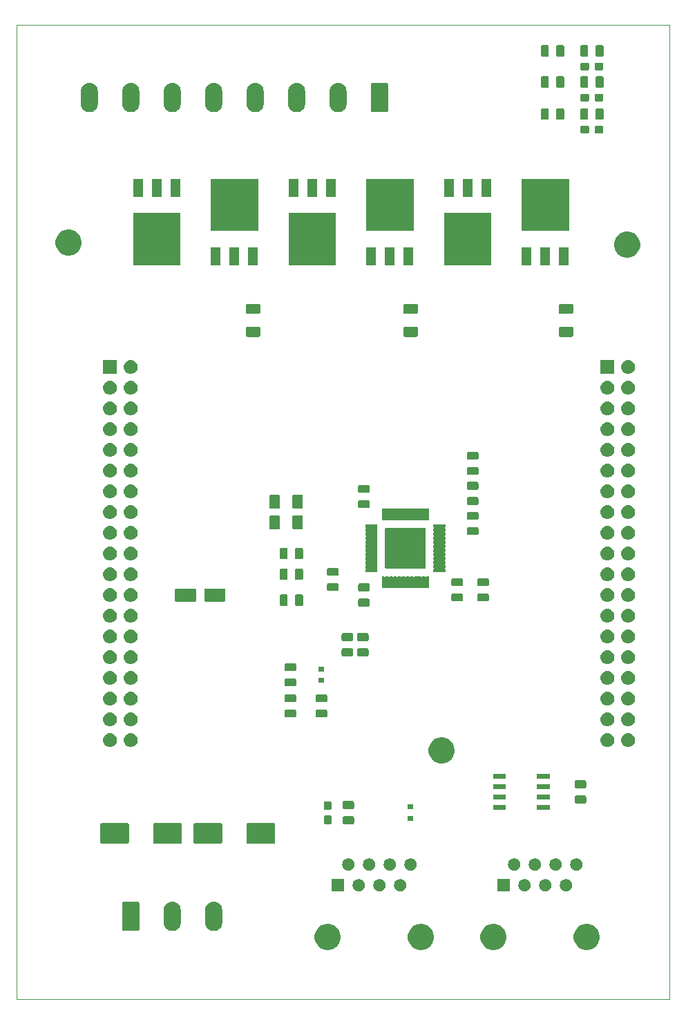
<source format=gbr>
%TF.GenerationSoftware,KiCad,Pcbnew,(5.0.2)-1*%
%TF.CreationDate,2019-02-28T08:25:03+01:00*%
%TF.ProjectId,bldc_driver_board,626c6463-5f64-4726-9976-65725f626f61,rev?*%
%TF.SameCoordinates,Original*%
%TF.FileFunction,Soldermask,Top*%
%TF.FilePolarity,Negative*%
%FSLAX46Y46*%
G04 Gerber Fmt 4.6, Leading zero omitted, Abs format (unit mm)*
G04 Created by KiCad (PCBNEW (5.0.2)-1) date 28.02.2019 08:25:03*
%MOMM*%
%LPD*%
G01*
G04 APERTURE LIST*
%ADD10C,0.100000*%
%ADD11C,0.150000*%
G04 APERTURE END LIST*
D10*
X31750000Y-166370000D02*
X31750000Y-46990000D01*
X111760000Y-166370000D02*
X31750000Y-166370000D01*
X111760000Y-46990000D02*
X111760000Y-166370000D01*
X31750000Y-46990000D02*
X111760000Y-46990000D01*
D11*
G36*
X70316703Y-157211486D02*
X70607883Y-157332097D01*
X70869944Y-157507201D01*
X71092799Y-157730056D01*
X71267903Y-157992117D01*
X71388514Y-158283297D01*
X71450000Y-158592412D01*
X71450000Y-158907588D01*
X71388514Y-159216703D01*
X71267903Y-159507883D01*
X71092799Y-159769944D01*
X70869944Y-159992799D01*
X70607883Y-160167903D01*
X70316703Y-160288514D01*
X70007588Y-160350000D01*
X69692412Y-160350000D01*
X69383297Y-160288514D01*
X69092117Y-160167903D01*
X68830056Y-159992799D01*
X68607201Y-159769944D01*
X68432097Y-159507883D01*
X68311486Y-159216703D01*
X68250000Y-158907588D01*
X68250000Y-158592412D01*
X68311486Y-158283297D01*
X68432097Y-157992117D01*
X68607201Y-157730056D01*
X68830056Y-157507201D01*
X69092117Y-157332097D01*
X69383297Y-157211486D01*
X69692412Y-157150000D01*
X70007588Y-157150000D01*
X70316703Y-157211486D01*
X70316703Y-157211486D01*
G37*
G36*
X90636703Y-157211486D02*
X90927883Y-157332097D01*
X91189944Y-157507201D01*
X91412799Y-157730056D01*
X91587903Y-157992117D01*
X91708514Y-158283297D01*
X91770000Y-158592412D01*
X91770000Y-158907588D01*
X91708514Y-159216703D01*
X91587903Y-159507883D01*
X91412799Y-159769944D01*
X91189944Y-159992799D01*
X90927883Y-160167903D01*
X90636703Y-160288514D01*
X90327588Y-160350000D01*
X90012412Y-160350000D01*
X89703297Y-160288514D01*
X89412117Y-160167903D01*
X89150056Y-159992799D01*
X88927201Y-159769944D01*
X88752097Y-159507883D01*
X88631486Y-159216703D01*
X88570000Y-158907588D01*
X88570000Y-158592412D01*
X88631486Y-158283297D01*
X88752097Y-157992117D01*
X88927201Y-157730056D01*
X89150056Y-157507201D01*
X89412117Y-157332097D01*
X89703297Y-157211486D01*
X90012412Y-157150000D01*
X90327588Y-157150000D01*
X90636703Y-157211486D01*
X90636703Y-157211486D01*
G37*
G36*
X102066703Y-157211486D02*
X102357883Y-157332097D01*
X102619944Y-157507201D01*
X102842799Y-157730056D01*
X103017903Y-157992117D01*
X103138514Y-158283297D01*
X103200000Y-158592412D01*
X103200000Y-158907588D01*
X103138514Y-159216703D01*
X103017903Y-159507883D01*
X102842799Y-159769944D01*
X102619944Y-159992799D01*
X102357883Y-160167903D01*
X102066703Y-160288514D01*
X101757588Y-160350000D01*
X101442412Y-160350000D01*
X101133297Y-160288514D01*
X100842117Y-160167903D01*
X100580056Y-159992799D01*
X100357201Y-159769944D01*
X100182097Y-159507883D01*
X100061486Y-159216703D01*
X100000000Y-158907588D01*
X100000000Y-158592412D01*
X100061486Y-158283297D01*
X100182097Y-157992117D01*
X100357201Y-157730056D01*
X100580056Y-157507201D01*
X100842117Y-157332097D01*
X101133297Y-157211486D01*
X101442412Y-157150000D01*
X101757588Y-157150000D01*
X102066703Y-157211486D01*
X102066703Y-157211486D01*
G37*
G36*
X81746703Y-157211486D02*
X82037883Y-157332097D01*
X82299944Y-157507201D01*
X82522799Y-157730056D01*
X82697903Y-157992117D01*
X82818514Y-158283297D01*
X82880000Y-158592412D01*
X82880000Y-158907588D01*
X82818514Y-159216703D01*
X82697903Y-159507883D01*
X82522799Y-159769944D01*
X82299944Y-159992799D01*
X82037883Y-160167903D01*
X81746703Y-160288514D01*
X81437588Y-160350000D01*
X81122412Y-160350000D01*
X80813297Y-160288514D01*
X80522117Y-160167903D01*
X80260056Y-159992799D01*
X80037201Y-159769944D01*
X79862097Y-159507883D01*
X79741486Y-159216703D01*
X79680000Y-158907588D01*
X79680000Y-158592412D01*
X79741486Y-158283297D01*
X79862097Y-157992117D01*
X80037201Y-157730056D01*
X80260056Y-157507201D01*
X80522117Y-157332097D01*
X80813297Y-157211486D01*
X81122412Y-157150000D01*
X81437588Y-157150000D01*
X81746703Y-157211486D01*
X81746703Y-157211486D01*
G37*
G36*
X51003875Y-154425048D02*
X51199915Y-154484516D01*
X51380589Y-154581088D01*
X51538949Y-154711051D01*
X51538950Y-154711053D01*
X51538952Y-154711054D01*
X51579663Y-154760661D01*
X51668912Y-154869411D01*
X51765484Y-155050084D01*
X51824952Y-155246124D01*
X51840000Y-155398909D01*
X51840000Y-157021091D01*
X51824952Y-157173876D01*
X51765484Y-157369916D01*
X51668912Y-157550589D01*
X51538949Y-157708949D01*
X51380589Y-157838912D01*
X51199916Y-157935484D01*
X51003876Y-157994952D01*
X50800000Y-158015032D01*
X50596125Y-157994952D01*
X50400085Y-157935484D01*
X50219412Y-157838912D01*
X50061052Y-157708949D01*
X49931089Y-157550589D01*
X49834517Y-157369916D01*
X49815628Y-157307646D01*
X49775048Y-157173877D01*
X49760000Y-157021084D01*
X49760000Y-155398910D01*
X49775048Y-155246125D01*
X49834516Y-155050085D01*
X49931088Y-154869411D01*
X50061051Y-154711051D01*
X50061053Y-154711050D01*
X50061054Y-154711048D01*
X50123258Y-154659999D01*
X50219411Y-154581088D01*
X50400084Y-154484516D01*
X50596124Y-154425048D01*
X50800000Y-154404968D01*
X51003875Y-154425048D01*
X51003875Y-154425048D01*
G37*
G36*
X56083875Y-154425048D02*
X56279915Y-154484516D01*
X56460589Y-154581088D01*
X56618949Y-154711051D01*
X56618950Y-154711053D01*
X56618952Y-154711054D01*
X56659663Y-154760661D01*
X56748912Y-154869411D01*
X56845484Y-155050084D01*
X56904952Y-155246124D01*
X56920000Y-155398909D01*
X56920000Y-157021091D01*
X56904952Y-157173876D01*
X56845484Y-157369916D01*
X56748912Y-157550589D01*
X56618949Y-157708949D01*
X56460589Y-157838912D01*
X56279916Y-157935484D01*
X56083876Y-157994952D01*
X55880000Y-158015032D01*
X55676125Y-157994952D01*
X55480085Y-157935484D01*
X55299412Y-157838912D01*
X55141052Y-157708949D01*
X55011089Y-157550589D01*
X54914517Y-157369916D01*
X54895628Y-157307646D01*
X54855048Y-157173877D01*
X54840000Y-157021084D01*
X54840000Y-155398910D01*
X54855048Y-155246125D01*
X54914516Y-155050085D01*
X55011088Y-154869411D01*
X55141051Y-154711051D01*
X55141053Y-154711050D01*
X55141054Y-154711048D01*
X55203258Y-154659999D01*
X55299411Y-154581088D01*
X55480084Y-154484516D01*
X55676124Y-154425048D01*
X55880000Y-154404968D01*
X56083875Y-154425048D01*
X56083875Y-154425048D01*
G37*
G36*
X46635081Y-154413572D02*
X46664055Y-154422361D01*
X46690760Y-154436635D01*
X46714160Y-154455840D01*
X46733365Y-154479240D01*
X46747639Y-154505945D01*
X46756428Y-154534919D01*
X46760000Y-154571187D01*
X46760000Y-157848813D01*
X46756428Y-157885081D01*
X46747639Y-157914055D01*
X46733365Y-157940760D01*
X46714160Y-157964160D01*
X46690760Y-157983365D01*
X46664055Y-157997639D01*
X46635081Y-158006428D01*
X46598813Y-158010000D01*
X44841187Y-158010000D01*
X44804919Y-158006428D01*
X44775945Y-157997639D01*
X44749240Y-157983365D01*
X44725840Y-157964160D01*
X44706635Y-157940760D01*
X44692361Y-157914055D01*
X44683572Y-157885081D01*
X44680000Y-157848813D01*
X44680000Y-154571187D01*
X44683572Y-154534919D01*
X44692361Y-154505945D01*
X44706635Y-154479240D01*
X44725840Y-154455840D01*
X44749240Y-154436635D01*
X44775945Y-154422361D01*
X44804919Y-154413572D01*
X44841187Y-154410000D01*
X46598813Y-154410000D01*
X46635081Y-154413572D01*
X46635081Y-154413572D01*
G37*
G36*
X92190000Y-153150000D02*
X90690000Y-153150000D01*
X90690000Y-151650000D01*
X92190000Y-151650000D01*
X92190000Y-153150000D01*
X92190000Y-153150000D01*
G37*
G36*
X71870000Y-153150000D02*
X70370000Y-153150000D01*
X70370000Y-151650000D01*
X71870000Y-151650000D01*
X71870000Y-153150000D01*
X71870000Y-153150000D01*
G37*
G36*
X73806318Y-151664411D02*
X73878767Y-151678822D01*
X73935303Y-151702240D01*
X74015257Y-151735358D01*
X74138100Y-151817439D01*
X74242561Y-151921900D01*
X74324642Y-152044743D01*
X74381178Y-152181234D01*
X74410000Y-152326130D01*
X74410000Y-152473870D01*
X74381178Y-152618766D01*
X74324642Y-152755257D01*
X74242561Y-152878100D01*
X74138100Y-152982561D01*
X74015257Y-153064642D01*
X73935303Y-153097760D01*
X73878767Y-153121178D01*
X73806318Y-153135589D01*
X73733870Y-153150000D01*
X73586130Y-153150000D01*
X73513682Y-153135589D01*
X73441233Y-153121178D01*
X73384697Y-153097760D01*
X73304743Y-153064642D01*
X73181900Y-152982561D01*
X73077439Y-152878100D01*
X72995358Y-152755257D01*
X72938822Y-152618766D01*
X72910000Y-152473870D01*
X72910000Y-152326130D01*
X72938822Y-152181234D01*
X72995358Y-152044743D01*
X73077439Y-151921900D01*
X73181900Y-151817439D01*
X73304743Y-151735358D01*
X73384697Y-151702240D01*
X73441233Y-151678822D01*
X73513682Y-151664411D01*
X73586130Y-151650000D01*
X73733870Y-151650000D01*
X73806318Y-151664411D01*
X73806318Y-151664411D01*
G37*
G36*
X76346318Y-151664411D02*
X76418767Y-151678822D01*
X76475303Y-151702240D01*
X76555257Y-151735358D01*
X76678100Y-151817439D01*
X76782561Y-151921900D01*
X76864642Y-152044743D01*
X76921178Y-152181234D01*
X76950000Y-152326130D01*
X76950000Y-152473870D01*
X76921178Y-152618766D01*
X76864642Y-152755257D01*
X76782561Y-152878100D01*
X76678100Y-152982561D01*
X76555257Y-153064642D01*
X76475303Y-153097760D01*
X76418767Y-153121178D01*
X76346318Y-153135589D01*
X76273870Y-153150000D01*
X76126130Y-153150000D01*
X76053682Y-153135589D01*
X75981233Y-153121178D01*
X75924697Y-153097760D01*
X75844743Y-153064642D01*
X75721900Y-152982561D01*
X75617439Y-152878100D01*
X75535358Y-152755257D01*
X75478822Y-152618766D01*
X75450000Y-152473870D01*
X75450000Y-152326130D01*
X75478822Y-152181234D01*
X75535358Y-152044743D01*
X75617439Y-151921900D01*
X75721900Y-151817439D01*
X75844743Y-151735358D01*
X75924697Y-151702240D01*
X75981233Y-151678822D01*
X76053682Y-151664411D01*
X76126130Y-151650000D01*
X76273870Y-151650000D01*
X76346318Y-151664411D01*
X76346318Y-151664411D01*
G37*
G36*
X78886318Y-151664411D02*
X78958767Y-151678822D01*
X79015303Y-151702240D01*
X79095257Y-151735358D01*
X79218100Y-151817439D01*
X79322561Y-151921900D01*
X79404642Y-152044743D01*
X79461178Y-152181234D01*
X79490000Y-152326130D01*
X79490000Y-152473870D01*
X79461178Y-152618766D01*
X79404642Y-152755257D01*
X79322561Y-152878100D01*
X79218100Y-152982561D01*
X79095257Y-153064642D01*
X79015303Y-153097760D01*
X78958767Y-153121178D01*
X78886318Y-153135589D01*
X78813870Y-153150000D01*
X78666130Y-153150000D01*
X78593682Y-153135589D01*
X78521233Y-153121178D01*
X78464697Y-153097760D01*
X78384743Y-153064642D01*
X78261900Y-152982561D01*
X78157439Y-152878100D01*
X78075358Y-152755257D01*
X78018822Y-152618766D01*
X77990000Y-152473870D01*
X77990000Y-152326130D01*
X78018822Y-152181234D01*
X78075358Y-152044743D01*
X78157439Y-151921900D01*
X78261900Y-151817439D01*
X78384743Y-151735358D01*
X78464697Y-151702240D01*
X78521233Y-151678822D01*
X78593682Y-151664411D01*
X78666130Y-151650000D01*
X78813870Y-151650000D01*
X78886318Y-151664411D01*
X78886318Y-151664411D01*
G37*
G36*
X94126318Y-151664411D02*
X94198767Y-151678822D01*
X94255303Y-151702240D01*
X94335257Y-151735358D01*
X94458100Y-151817439D01*
X94562561Y-151921900D01*
X94644642Y-152044743D01*
X94701178Y-152181234D01*
X94730000Y-152326130D01*
X94730000Y-152473870D01*
X94701178Y-152618766D01*
X94644642Y-152755257D01*
X94562561Y-152878100D01*
X94458100Y-152982561D01*
X94335257Y-153064642D01*
X94255303Y-153097760D01*
X94198767Y-153121178D01*
X94126318Y-153135589D01*
X94053870Y-153150000D01*
X93906130Y-153150000D01*
X93833682Y-153135589D01*
X93761233Y-153121178D01*
X93704697Y-153097760D01*
X93624743Y-153064642D01*
X93501900Y-152982561D01*
X93397439Y-152878100D01*
X93315358Y-152755257D01*
X93258822Y-152618766D01*
X93230000Y-152473870D01*
X93230000Y-152326130D01*
X93258822Y-152181234D01*
X93315358Y-152044743D01*
X93397439Y-151921900D01*
X93501900Y-151817439D01*
X93624743Y-151735358D01*
X93704697Y-151702240D01*
X93761233Y-151678822D01*
X93833682Y-151664411D01*
X93906130Y-151650000D01*
X94053870Y-151650000D01*
X94126318Y-151664411D01*
X94126318Y-151664411D01*
G37*
G36*
X96666318Y-151664411D02*
X96738767Y-151678822D01*
X96795303Y-151702240D01*
X96875257Y-151735358D01*
X96998100Y-151817439D01*
X97102561Y-151921900D01*
X97184642Y-152044743D01*
X97241178Y-152181234D01*
X97270000Y-152326130D01*
X97270000Y-152473870D01*
X97241178Y-152618766D01*
X97184642Y-152755257D01*
X97102561Y-152878100D01*
X96998100Y-152982561D01*
X96875257Y-153064642D01*
X96795303Y-153097760D01*
X96738767Y-153121178D01*
X96666318Y-153135589D01*
X96593870Y-153150000D01*
X96446130Y-153150000D01*
X96373682Y-153135589D01*
X96301233Y-153121178D01*
X96244697Y-153097760D01*
X96164743Y-153064642D01*
X96041900Y-152982561D01*
X95937439Y-152878100D01*
X95855358Y-152755257D01*
X95798822Y-152618766D01*
X95770000Y-152473870D01*
X95770000Y-152326130D01*
X95798822Y-152181234D01*
X95855358Y-152044743D01*
X95937439Y-151921900D01*
X96041900Y-151817439D01*
X96164743Y-151735358D01*
X96244697Y-151702240D01*
X96301233Y-151678822D01*
X96373682Y-151664411D01*
X96446130Y-151650000D01*
X96593870Y-151650000D01*
X96666318Y-151664411D01*
X96666318Y-151664411D01*
G37*
G36*
X99206318Y-151664411D02*
X99278767Y-151678822D01*
X99335303Y-151702240D01*
X99415257Y-151735358D01*
X99538100Y-151817439D01*
X99642561Y-151921900D01*
X99724642Y-152044743D01*
X99781178Y-152181234D01*
X99810000Y-152326130D01*
X99810000Y-152473870D01*
X99781178Y-152618766D01*
X99724642Y-152755257D01*
X99642561Y-152878100D01*
X99538100Y-152982561D01*
X99415257Y-153064642D01*
X99335303Y-153097760D01*
X99278767Y-153121178D01*
X99206318Y-153135589D01*
X99133870Y-153150000D01*
X98986130Y-153150000D01*
X98913682Y-153135589D01*
X98841233Y-153121178D01*
X98784697Y-153097760D01*
X98704743Y-153064642D01*
X98581900Y-152982561D01*
X98477439Y-152878100D01*
X98395358Y-152755257D01*
X98338822Y-152618766D01*
X98310000Y-152473870D01*
X98310000Y-152326130D01*
X98338822Y-152181234D01*
X98395358Y-152044743D01*
X98477439Y-151921900D01*
X98581900Y-151817439D01*
X98704743Y-151735358D01*
X98784697Y-151702240D01*
X98841233Y-151678822D01*
X98913682Y-151664411D01*
X98986130Y-151650000D01*
X99133870Y-151650000D01*
X99206318Y-151664411D01*
X99206318Y-151664411D01*
G37*
G36*
X77616318Y-149124411D02*
X77688767Y-149138822D01*
X77745303Y-149162240D01*
X77825257Y-149195358D01*
X77948100Y-149277439D01*
X78052561Y-149381900D01*
X78134642Y-149504743D01*
X78191178Y-149641234D01*
X78220000Y-149786130D01*
X78220000Y-149933870D01*
X78191178Y-150078766D01*
X78134642Y-150215257D01*
X78052561Y-150338100D01*
X77948100Y-150442561D01*
X77825257Y-150524642D01*
X77745303Y-150557760D01*
X77688767Y-150581178D01*
X77616318Y-150595589D01*
X77543870Y-150610000D01*
X77396130Y-150610000D01*
X77323682Y-150595589D01*
X77251233Y-150581178D01*
X77194697Y-150557760D01*
X77114743Y-150524642D01*
X76991900Y-150442561D01*
X76887439Y-150338100D01*
X76805358Y-150215257D01*
X76748822Y-150078766D01*
X76720000Y-149933870D01*
X76720000Y-149786130D01*
X76748822Y-149641234D01*
X76805358Y-149504743D01*
X76887439Y-149381900D01*
X76991900Y-149277439D01*
X77114743Y-149195358D01*
X77194697Y-149162240D01*
X77251233Y-149138822D01*
X77323682Y-149124411D01*
X77396130Y-149110000D01*
X77543870Y-149110000D01*
X77616318Y-149124411D01*
X77616318Y-149124411D01*
G37*
G36*
X80156318Y-149124411D02*
X80228767Y-149138822D01*
X80285303Y-149162240D01*
X80365257Y-149195358D01*
X80488100Y-149277439D01*
X80592561Y-149381900D01*
X80674642Y-149504743D01*
X80731178Y-149641234D01*
X80760000Y-149786130D01*
X80760000Y-149933870D01*
X80731178Y-150078766D01*
X80674642Y-150215257D01*
X80592561Y-150338100D01*
X80488100Y-150442561D01*
X80365257Y-150524642D01*
X80285303Y-150557760D01*
X80228767Y-150581178D01*
X80156318Y-150595589D01*
X80083870Y-150610000D01*
X79936130Y-150610000D01*
X79863682Y-150595589D01*
X79791233Y-150581178D01*
X79734697Y-150557760D01*
X79654743Y-150524642D01*
X79531900Y-150442561D01*
X79427439Y-150338100D01*
X79345358Y-150215257D01*
X79288822Y-150078766D01*
X79260000Y-149933870D01*
X79260000Y-149786130D01*
X79288822Y-149641234D01*
X79345358Y-149504743D01*
X79427439Y-149381900D01*
X79531900Y-149277439D01*
X79654743Y-149195358D01*
X79734697Y-149162240D01*
X79791233Y-149138822D01*
X79863682Y-149124411D01*
X79936130Y-149110000D01*
X80083870Y-149110000D01*
X80156318Y-149124411D01*
X80156318Y-149124411D01*
G37*
G36*
X75076318Y-149124411D02*
X75148767Y-149138822D01*
X75205303Y-149162240D01*
X75285257Y-149195358D01*
X75408100Y-149277439D01*
X75512561Y-149381900D01*
X75594642Y-149504743D01*
X75651178Y-149641234D01*
X75680000Y-149786130D01*
X75680000Y-149933870D01*
X75651178Y-150078766D01*
X75594642Y-150215257D01*
X75512561Y-150338100D01*
X75408100Y-150442561D01*
X75285257Y-150524642D01*
X75205303Y-150557760D01*
X75148767Y-150581178D01*
X75076318Y-150595589D01*
X75003870Y-150610000D01*
X74856130Y-150610000D01*
X74783682Y-150595589D01*
X74711233Y-150581178D01*
X74654697Y-150557760D01*
X74574743Y-150524642D01*
X74451900Y-150442561D01*
X74347439Y-150338100D01*
X74265358Y-150215257D01*
X74208822Y-150078766D01*
X74180000Y-149933870D01*
X74180000Y-149786130D01*
X74208822Y-149641234D01*
X74265358Y-149504743D01*
X74347439Y-149381900D01*
X74451900Y-149277439D01*
X74574743Y-149195358D01*
X74654697Y-149162240D01*
X74711233Y-149138822D01*
X74783682Y-149124411D01*
X74856130Y-149110000D01*
X75003870Y-149110000D01*
X75076318Y-149124411D01*
X75076318Y-149124411D01*
G37*
G36*
X92856318Y-149124411D02*
X92928767Y-149138822D01*
X92985303Y-149162240D01*
X93065257Y-149195358D01*
X93188100Y-149277439D01*
X93292561Y-149381900D01*
X93374642Y-149504743D01*
X93431178Y-149641234D01*
X93460000Y-149786130D01*
X93460000Y-149933870D01*
X93431178Y-150078766D01*
X93374642Y-150215257D01*
X93292561Y-150338100D01*
X93188100Y-150442561D01*
X93065257Y-150524642D01*
X92985303Y-150557760D01*
X92928767Y-150581178D01*
X92856318Y-150595589D01*
X92783870Y-150610000D01*
X92636130Y-150610000D01*
X92563682Y-150595589D01*
X92491233Y-150581178D01*
X92434697Y-150557760D01*
X92354743Y-150524642D01*
X92231900Y-150442561D01*
X92127439Y-150338100D01*
X92045358Y-150215257D01*
X91988822Y-150078766D01*
X91960000Y-149933870D01*
X91960000Y-149786130D01*
X91988822Y-149641234D01*
X92045358Y-149504743D01*
X92127439Y-149381900D01*
X92231900Y-149277439D01*
X92354743Y-149195358D01*
X92434697Y-149162240D01*
X92491233Y-149138822D01*
X92563682Y-149124411D01*
X92636130Y-149110000D01*
X92783870Y-149110000D01*
X92856318Y-149124411D01*
X92856318Y-149124411D01*
G37*
G36*
X97936318Y-149124411D02*
X98008767Y-149138822D01*
X98065303Y-149162240D01*
X98145257Y-149195358D01*
X98268100Y-149277439D01*
X98372561Y-149381900D01*
X98454642Y-149504743D01*
X98511178Y-149641234D01*
X98540000Y-149786130D01*
X98540000Y-149933870D01*
X98511178Y-150078766D01*
X98454642Y-150215257D01*
X98372561Y-150338100D01*
X98268100Y-150442561D01*
X98145257Y-150524642D01*
X98065303Y-150557760D01*
X98008767Y-150581178D01*
X97936318Y-150595589D01*
X97863870Y-150610000D01*
X97716130Y-150610000D01*
X97643682Y-150595589D01*
X97571233Y-150581178D01*
X97514697Y-150557760D01*
X97434743Y-150524642D01*
X97311900Y-150442561D01*
X97207439Y-150338100D01*
X97125358Y-150215257D01*
X97068822Y-150078766D01*
X97040000Y-149933870D01*
X97040000Y-149786130D01*
X97068822Y-149641234D01*
X97125358Y-149504743D01*
X97207439Y-149381900D01*
X97311900Y-149277439D01*
X97434743Y-149195358D01*
X97514697Y-149162240D01*
X97571233Y-149138822D01*
X97643682Y-149124411D01*
X97716130Y-149110000D01*
X97863870Y-149110000D01*
X97936318Y-149124411D01*
X97936318Y-149124411D01*
G37*
G36*
X100476318Y-149124411D02*
X100548767Y-149138822D01*
X100605303Y-149162240D01*
X100685257Y-149195358D01*
X100808100Y-149277439D01*
X100912561Y-149381900D01*
X100994642Y-149504743D01*
X101051178Y-149641234D01*
X101080000Y-149786130D01*
X101080000Y-149933870D01*
X101051178Y-150078766D01*
X100994642Y-150215257D01*
X100912561Y-150338100D01*
X100808100Y-150442561D01*
X100685257Y-150524642D01*
X100605303Y-150557760D01*
X100548767Y-150581178D01*
X100476318Y-150595589D01*
X100403870Y-150610000D01*
X100256130Y-150610000D01*
X100183682Y-150595589D01*
X100111233Y-150581178D01*
X100054697Y-150557760D01*
X99974743Y-150524642D01*
X99851900Y-150442561D01*
X99747439Y-150338100D01*
X99665358Y-150215257D01*
X99608822Y-150078766D01*
X99580000Y-149933870D01*
X99580000Y-149786130D01*
X99608822Y-149641234D01*
X99665358Y-149504743D01*
X99747439Y-149381900D01*
X99851900Y-149277439D01*
X99974743Y-149195358D01*
X100054697Y-149162240D01*
X100111233Y-149138822D01*
X100183682Y-149124411D01*
X100256130Y-149110000D01*
X100403870Y-149110000D01*
X100476318Y-149124411D01*
X100476318Y-149124411D01*
G37*
G36*
X72536318Y-149124411D02*
X72608767Y-149138822D01*
X72665303Y-149162240D01*
X72745257Y-149195358D01*
X72868100Y-149277439D01*
X72972561Y-149381900D01*
X73054642Y-149504743D01*
X73111178Y-149641234D01*
X73140000Y-149786130D01*
X73140000Y-149933870D01*
X73111178Y-150078766D01*
X73054642Y-150215257D01*
X72972561Y-150338100D01*
X72868100Y-150442561D01*
X72745257Y-150524642D01*
X72665303Y-150557760D01*
X72608767Y-150581178D01*
X72536318Y-150595589D01*
X72463870Y-150610000D01*
X72316130Y-150610000D01*
X72243682Y-150595589D01*
X72171233Y-150581178D01*
X72114697Y-150557760D01*
X72034743Y-150524642D01*
X71911900Y-150442561D01*
X71807439Y-150338100D01*
X71725358Y-150215257D01*
X71668822Y-150078766D01*
X71640000Y-149933870D01*
X71640000Y-149786130D01*
X71668822Y-149641234D01*
X71725358Y-149504743D01*
X71807439Y-149381900D01*
X71911900Y-149277439D01*
X72034743Y-149195358D01*
X72114697Y-149162240D01*
X72171233Y-149138822D01*
X72243682Y-149124411D01*
X72316130Y-149110000D01*
X72463870Y-149110000D01*
X72536318Y-149124411D01*
X72536318Y-149124411D01*
G37*
G36*
X95396318Y-149124411D02*
X95468767Y-149138822D01*
X95525303Y-149162240D01*
X95605257Y-149195358D01*
X95728100Y-149277439D01*
X95832561Y-149381900D01*
X95914642Y-149504743D01*
X95971178Y-149641234D01*
X96000000Y-149786130D01*
X96000000Y-149933870D01*
X95971178Y-150078766D01*
X95914642Y-150215257D01*
X95832561Y-150338100D01*
X95728100Y-150442561D01*
X95605257Y-150524642D01*
X95525303Y-150557760D01*
X95468767Y-150581178D01*
X95396318Y-150595589D01*
X95323870Y-150610000D01*
X95176130Y-150610000D01*
X95103682Y-150595589D01*
X95031233Y-150581178D01*
X94974697Y-150557760D01*
X94894743Y-150524642D01*
X94771900Y-150442561D01*
X94667439Y-150338100D01*
X94585358Y-150215257D01*
X94528822Y-150078766D01*
X94500000Y-149933870D01*
X94500000Y-149786130D01*
X94528822Y-149641234D01*
X94585358Y-149504743D01*
X94667439Y-149381900D01*
X94771900Y-149277439D01*
X94894743Y-149195358D01*
X94974697Y-149162240D01*
X95031233Y-149138822D01*
X95103682Y-149124411D01*
X95176130Y-149110000D01*
X95323870Y-149110000D01*
X95396318Y-149124411D01*
X95396318Y-149124411D01*
G37*
G36*
X45369144Y-144803475D02*
X45397172Y-144811977D01*
X45422998Y-144825782D01*
X45445638Y-144844362D01*
X45464218Y-144867002D01*
X45478023Y-144892828D01*
X45486525Y-144920856D01*
X45490000Y-144956140D01*
X45490000Y-147143860D01*
X45486525Y-147179144D01*
X45478023Y-147207172D01*
X45464218Y-147232998D01*
X45445638Y-147255638D01*
X45422998Y-147274218D01*
X45397172Y-147288023D01*
X45369144Y-147296525D01*
X45333860Y-147300000D01*
X42146140Y-147300000D01*
X42110856Y-147296525D01*
X42082828Y-147288023D01*
X42057002Y-147274218D01*
X42034362Y-147255638D01*
X42015782Y-147232998D01*
X42001977Y-147207172D01*
X41993475Y-147179144D01*
X41990000Y-147143860D01*
X41990000Y-144956140D01*
X41993475Y-144920856D01*
X42001977Y-144892828D01*
X42015782Y-144867002D01*
X42034362Y-144844362D01*
X42057002Y-144825782D01*
X42082828Y-144811977D01*
X42110856Y-144803475D01*
X42146140Y-144800000D01*
X45333860Y-144800000D01*
X45369144Y-144803475D01*
X45369144Y-144803475D01*
G37*
G36*
X51869144Y-144803475D02*
X51897172Y-144811977D01*
X51922998Y-144825782D01*
X51945638Y-144844362D01*
X51964218Y-144867002D01*
X51978023Y-144892828D01*
X51986525Y-144920856D01*
X51990000Y-144956140D01*
X51990000Y-147143860D01*
X51986525Y-147179144D01*
X51978023Y-147207172D01*
X51964218Y-147232998D01*
X51945638Y-147255638D01*
X51922998Y-147274218D01*
X51897172Y-147288023D01*
X51869144Y-147296525D01*
X51833860Y-147300000D01*
X48646140Y-147300000D01*
X48610856Y-147296525D01*
X48582828Y-147288023D01*
X48557002Y-147274218D01*
X48534362Y-147255638D01*
X48515782Y-147232998D01*
X48501977Y-147207172D01*
X48493475Y-147179144D01*
X48490000Y-147143860D01*
X48490000Y-144956140D01*
X48493475Y-144920856D01*
X48501977Y-144892828D01*
X48515782Y-144867002D01*
X48534362Y-144844362D01*
X48557002Y-144825782D01*
X48582828Y-144811977D01*
X48610856Y-144803475D01*
X48646140Y-144800000D01*
X51833860Y-144800000D01*
X51869144Y-144803475D01*
X51869144Y-144803475D01*
G37*
G36*
X63299144Y-144803475D02*
X63327172Y-144811977D01*
X63352998Y-144825782D01*
X63375638Y-144844362D01*
X63394218Y-144867002D01*
X63408023Y-144892828D01*
X63416525Y-144920856D01*
X63420000Y-144956140D01*
X63420000Y-147143860D01*
X63416525Y-147179144D01*
X63408023Y-147207172D01*
X63394218Y-147232998D01*
X63375638Y-147255638D01*
X63352998Y-147274218D01*
X63327172Y-147288023D01*
X63299144Y-147296525D01*
X63263860Y-147300000D01*
X60076140Y-147300000D01*
X60040856Y-147296525D01*
X60012828Y-147288023D01*
X59987002Y-147274218D01*
X59964362Y-147255638D01*
X59945782Y-147232998D01*
X59931977Y-147207172D01*
X59923475Y-147179144D01*
X59920000Y-147143860D01*
X59920000Y-144956140D01*
X59923475Y-144920856D01*
X59931977Y-144892828D01*
X59945782Y-144867002D01*
X59964362Y-144844362D01*
X59987002Y-144825782D01*
X60012828Y-144811977D01*
X60040856Y-144803475D01*
X60076140Y-144800000D01*
X63263860Y-144800000D01*
X63299144Y-144803475D01*
X63299144Y-144803475D01*
G37*
G36*
X56799144Y-144803475D02*
X56827172Y-144811977D01*
X56852998Y-144825782D01*
X56875638Y-144844362D01*
X56894218Y-144867002D01*
X56908023Y-144892828D01*
X56916525Y-144920856D01*
X56920000Y-144956140D01*
X56920000Y-147143860D01*
X56916525Y-147179144D01*
X56908023Y-147207172D01*
X56894218Y-147232998D01*
X56875638Y-147255638D01*
X56852998Y-147274218D01*
X56827172Y-147288023D01*
X56799144Y-147296525D01*
X56763860Y-147300000D01*
X53576140Y-147300000D01*
X53540856Y-147296525D01*
X53512828Y-147288023D01*
X53487002Y-147274218D01*
X53464362Y-147255638D01*
X53445782Y-147232998D01*
X53431977Y-147207172D01*
X53423475Y-147179144D01*
X53420000Y-147143860D01*
X53420000Y-144956140D01*
X53423475Y-144920856D01*
X53431977Y-144892828D01*
X53445782Y-144867002D01*
X53464362Y-144844362D01*
X53487002Y-144825782D01*
X53512828Y-144811977D01*
X53540856Y-144803475D01*
X53576140Y-144800000D01*
X56763860Y-144800000D01*
X56799144Y-144803475D01*
X56799144Y-144803475D01*
G37*
G36*
X72943992Y-143964076D02*
X72977883Y-143974357D01*
X73009111Y-143991048D01*
X73036485Y-144013515D01*
X73058952Y-144040889D01*
X73075643Y-144072117D01*
X73085924Y-144106008D01*
X73090000Y-144147391D01*
X73090000Y-144747609D01*
X73085924Y-144788992D01*
X73075643Y-144822883D01*
X73058952Y-144854111D01*
X73036485Y-144881485D01*
X73009111Y-144903952D01*
X72977883Y-144920643D01*
X72943992Y-144930924D01*
X72902609Y-144935000D01*
X71877391Y-144935000D01*
X71836008Y-144930924D01*
X71802117Y-144920643D01*
X71770889Y-144903952D01*
X71743515Y-144881485D01*
X71721048Y-144854111D01*
X71704357Y-144822883D01*
X71694076Y-144788992D01*
X71690000Y-144747609D01*
X71690000Y-144147391D01*
X71694076Y-144106008D01*
X71704357Y-144072117D01*
X71721048Y-144040889D01*
X71743515Y-144013515D01*
X71770889Y-143991048D01*
X71802117Y-143974357D01*
X71836008Y-143964076D01*
X71877391Y-143960000D01*
X72902609Y-143960000D01*
X72943992Y-143964076D01*
X72943992Y-143964076D01*
G37*
G36*
X70184024Y-143863955D02*
X70216736Y-143873879D01*
X70246890Y-143889997D01*
X70273316Y-143911684D01*
X70295003Y-143938110D01*
X70311121Y-143968264D01*
X70321045Y-144000976D01*
X70325000Y-144041138D01*
X70325000Y-144728862D01*
X70321045Y-144769024D01*
X70311121Y-144801736D01*
X70295003Y-144831890D01*
X70273316Y-144858316D01*
X70246890Y-144880003D01*
X70216736Y-144896121D01*
X70184024Y-144906045D01*
X70143862Y-144910000D01*
X69556138Y-144910000D01*
X69515976Y-144906045D01*
X69483264Y-144896121D01*
X69453110Y-144880003D01*
X69426684Y-144858316D01*
X69404997Y-144831890D01*
X69388879Y-144801736D01*
X69378955Y-144769024D01*
X69375000Y-144728862D01*
X69375000Y-144041138D01*
X69378955Y-144000976D01*
X69388879Y-143968264D01*
X69404997Y-143938110D01*
X69426684Y-143911684D01*
X69453110Y-143889997D01*
X69483264Y-143873879D01*
X69515976Y-143863955D01*
X69556138Y-143860000D01*
X70143862Y-143860000D01*
X70184024Y-143863955D01*
X70184024Y-143863955D01*
G37*
G36*
X80360000Y-144510000D02*
X79660000Y-144510000D01*
X79660000Y-143910000D01*
X80360000Y-143910000D01*
X80360000Y-144510000D01*
X80360000Y-144510000D01*
G37*
G36*
X97074000Y-143175000D02*
X95524000Y-143175000D01*
X95524000Y-142575000D01*
X97074000Y-142575000D01*
X97074000Y-143175000D01*
X97074000Y-143175000D01*
G37*
G36*
X91674000Y-143175000D02*
X90124000Y-143175000D01*
X90124000Y-142575000D01*
X91674000Y-142575000D01*
X91674000Y-143175000D01*
X91674000Y-143175000D01*
G37*
G36*
X70184024Y-142113955D02*
X70216736Y-142123879D01*
X70246890Y-142139997D01*
X70273316Y-142161684D01*
X70295003Y-142188110D01*
X70311121Y-142218264D01*
X70321045Y-142250976D01*
X70325000Y-142291138D01*
X70325000Y-142978862D01*
X70321045Y-143019024D01*
X70311121Y-143051736D01*
X70295003Y-143081890D01*
X70273316Y-143108316D01*
X70246890Y-143130003D01*
X70216736Y-143146121D01*
X70184024Y-143156045D01*
X70143862Y-143160000D01*
X69556138Y-143160000D01*
X69515976Y-143156045D01*
X69483264Y-143146121D01*
X69453110Y-143130003D01*
X69426684Y-143108316D01*
X69404997Y-143081890D01*
X69388879Y-143051736D01*
X69378955Y-143019024D01*
X69375000Y-142978862D01*
X69375000Y-142291138D01*
X69378955Y-142250976D01*
X69388879Y-142218264D01*
X69404997Y-142188110D01*
X69426684Y-142161684D01*
X69453110Y-142139997D01*
X69483264Y-142123879D01*
X69515976Y-142113955D01*
X69556138Y-142110000D01*
X70143862Y-142110000D01*
X70184024Y-142113955D01*
X70184024Y-142113955D01*
G37*
G36*
X80360000Y-143110000D02*
X79660000Y-143110000D01*
X79660000Y-142510000D01*
X80360000Y-142510000D01*
X80360000Y-143110000D01*
X80360000Y-143110000D01*
G37*
G36*
X72943992Y-142089076D02*
X72977883Y-142099357D01*
X73009111Y-142116048D01*
X73036485Y-142138515D01*
X73058952Y-142165889D01*
X73075643Y-142197117D01*
X73085924Y-142231008D01*
X73090000Y-142272391D01*
X73090000Y-142872609D01*
X73085924Y-142913992D01*
X73075643Y-142947883D01*
X73058952Y-142979111D01*
X73036485Y-143006485D01*
X73009111Y-143028952D01*
X72977883Y-143045643D01*
X72943992Y-143055924D01*
X72902609Y-143060000D01*
X71877391Y-143060000D01*
X71836008Y-143055924D01*
X71802117Y-143045643D01*
X71770889Y-143028952D01*
X71743515Y-143006485D01*
X71721048Y-142979111D01*
X71704357Y-142947883D01*
X71694076Y-142913992D01*
X71690000Y-142872609D01*
X71690000Y-142272391D01*
X71694076Y-142231008D01*
X71704357Y-142197117D01*
X71721048Y-142165889D01*
X71743515Y-142138515D01*
X71770889Y-142116048D01*
X71802117Y-142099357D01*
X71836008Y-142089076D01*
X71877391Y-142085000D01*
X72902609Y-142085000D01*
X72943992Y-142089076D01*
X72943992Y-142089076D01*
G37*
G36*
X101391992Y-141424076D02*
X101425883Y-141434357D01*
X101457111Y-141451048D01*
X101484485Y-141473515D01*
X101506952Y-141500889D01*
X101523643Y-141532117D01*
X101533924Y-141566008D01*
X101538000Y-141607391D01*
X101538000Y-142207609D01*
X101533924Y-142248992D01*
X101523643Y-142282883D01*
X101506952Y-142314111D01*
X101484485Y-142341485D01*
X101457111Y-142363952D01*
X101425883Y-142380643D01*
X101391992Y-142390924D01*
X101350609Y-142395000D01*
X100325391Y-142395000D01*
X100284008Y-142390924D01*
X100250117Y-142380643D01*
X100218889Y-142363952D01*
X100191515Y-142341485D01*
X100169048Y-142314111D01*
X100152357Y-142282883D01*
X100142076Y-142248992D01*
X100138000Y-142207609D01*
X100138000Y-141607391D01*
X100142076Y-141566008D01*
X100152357Y-141532117D01*
X100169048Y-141500889D01*
X100191515Y-141473515D01*
X100218889Y-141451048D01*
X100250117Y-141434357D01*
X100284008Y-141424076D01*
X100325391Y-141420000D01*
X101350609Y-141420000D01*
X101391992Y-141424076D01*
X101391992Y-141424076D01*
G37*
G36*
X97074000Y-141905000D02*
X95524000Y-141905000D01*
X95524000Y-141305000D01*
X97074000Y-141305000D01*
X97074000Y-141905000D01*
X97074000Y-141905000D01*
G37*
G36*
X91674000Y-141905000D02*
X90124000Y-141905000D01*
X90124000Y-141305000D01*
X91674000Y-141305000D01*
X91674000Y-141905000D01*
X91674000Y-141905000D01*
G37*
G36*
X91674000Y-140635000D02*
X90124000Y-140635000D01*
X90124000Y-140035000D01*
X91674000Y-140035000D01*
X91674000Y-140635000D01*
X91674000Y-140635000D01*
G37*
G36*
X97074000Y-140635000D02*
X95524000Y-140635000D01*
X95524000Y-140035000D01*
X97074000Y-140035000D01*
X97074000Y-140635000D01*
X97074000Y-140635000D01*
G37*
G36*
X101391992Y-139549076D02*
X101425883Y-139559357D01*
X101457111Y-139576048D01*
X101484485Y-139598515D01*
X101506952Y-139625889D01*
X101523643Y-139657117D01*
X101533924Y-139691008D01*
X101538000Y-139732391D01*
X101538000Y-140332609D01*
X101533924Y-140373992D01*
X101523643Y-140407883D01*
X101506952Y-140439111D01*
X101484485Y-140466485D01*
X101457111Y-140488952D01*
X101425883Y-140505643D01*
X101391992Y-140515924D01*
X101350609Y-140520000D01*
X100325391Y-140520000D01*
X100284008Y-140515924D01*
X100250117Y-140505643D01*
X100218889Y-140488952D01*
X100191515Y-140466485D01*
X100169048Y-140439111D01*
X100152357Y-140407883D01*
X100142076Y-140373992D01*
X100138000Y-140332609D01*
X100138000Y-139732391D01*
X100142076Y-139691008D01*
X100152357Y-139657117D01*
X100169048Y-139625889D01*
X100191515Y-139598515D01*
X100218889Y-139576048D01*
X100250117Y-139559357D01*
X100284008Y-139549076D01*
X100325391Y-139545000D01*
X101350609Y-139545000D01*
X101391992Y-139549076D01*
X101391992Y-139549076D01*
G37*
G36*
X91674000Y-139365000D02*
X90124000Y-139365000D01*
X90124000Y-138765000D01*
X91674000Y-138765000D01*
X91674000Y-139365000D01*
X91674000Y-139365000D01*
G37*
G36*
X97074000Y-139365000D02*
X95524000Y-139365000D01*
X95524000Y-138765000D01*
X97074000Y-138765000D01*
X97074000Y-139365000D01*
X97074000Y-139365000D01*
G37*
G36*
X84286703Y-134351486D02*
X84577883Y-134472097D01*
X84839944Y-134647201D01*
X85062799Y-134870056D01*
X85237903Y-135132117D01*
X85358514Y-135423297D01*
X85420000Y-135732412D01*
X85420000Y-136047588D01*
X85358514Y-136356703D01*
X85237903Y-136647883D01*
X85062799Y-136909944D01*
X84839944Y-137132799D01*
X84577883Y-137307903D01*
X84286703Y-137428514D01*
X83977588Y-137490000D01*
X83662412Y-137490000D01*
X83353297Y-137428514D01*
X83062117Y-137307903D01*
X82800056Y-137132799D01*
X82577201Y-136909944D01*
X82402097Y-136647883D01*
X82281486Y-136356703D01*
X82220000Y-136047588D01*
X82220000Y-135732412D01*
X82281486Y-135423297D01*
X82402097Y-135132117D01*
X82577201Y-134870056D01*
X82800056Y-134647201D01*
X83062117Y-134472097D01*
X83353297Y-134351486D01*
X83662412Y-134290000D01*
X83977588Y-134290000D01*
X84286703Y-134351486D01*
X84286703Y-134351486D01*
G37*
G36*
X106846630Y-133782299D02*
X107006855Y-133830903D01*
X107154520Y-133909831D01*
X107283949Y-134016051D01*
X107390169Y-134145480D01*
X107469097Y-134293145D01*
X107517701Y-134453370D01*
X107534112Y-134620000D01*
X107517701Y-134786630D01*
X107469097Y-134946855D01*
X107390169Y-135094520D01*
X107283949Y-135223949D01*
X107154520Y-135330169D01*
X107006855Y-135409097D01*
X106846630Y-135457701D01*
X106721752Y-135470000D01*
X106638248Y-135470000D01*
X106513370Y-135457701D01*
X106353145Y-135409097D01*
X106205480Y-135330169D01*
X106076051Y-135223949D01*
X105969831Y-135094520D01*
X105890903Y-134946855D01*
X105842299Y-134786630D01*
X105825888Y-134620000D01*
X105842299Y-134453370D01*
X105890903Y-134293145D01*
X105969831Y-134145480D01*
X106076051Y-134016051D01*
X106205480Y-133909831D01*
X106353145Y-133830903D01*
X106513370Y-133782299D01*
X106638248Y-133770000D01*
X106721752Y-133770000D01*
X106846630Y-133782299D01*
X106846630Y-133782299D01*
G37*
G36*
X104306630Y-133782299D02*
X104466855Y-133830903D01*
X104614520Y-133909831D01*
X104743949Y-134016051D01*
X104850169Y-134145480D01*
X104929097Y-134293145D01*
X104977701Y-134453370D01*
X104994112Y-134620000D01*
X104977701Y-134786630D01*
X104929097Y-134946855D01*
X104850169Y-135094520D01*
X104743949Y-135223949D01*
X104614520Y-135330169D01*
X104466855Y-135409097D01*
X104306630Y-135457701D01*
X104181752Y-135470000D01*
X104098248Y-135470000D01*
X103973370Y-135457701D01*
X103813145Y-135409097D01*
X103665480Y-135330169D01*
X103536051Y-135223949D01*
X103429831Y-135094520D01*
X103350903Y-134946855D01*
X103302299Y-134786630D01*
X103285888Y-134620000D01*
X103302299Y-134453370D01*
X103350903Y-134293145D01*
X103429831Y-134145480D01*
X103536051Y-134016051D01*
X103665480Y-133909831D01*
X103813145Y-133830903D01*
X103973370Y-133782299D01*
X104098248Y-133770000D01*
X104181752Y-133770000D01*
X104306630Y-133782299D01*
X104306630Y-133782299D01*
G37*
G36*
X45886630Y-133782299D02*
X46046855Y-133830903D01*
X46194520Y-133909831D01*
X46323949Y-134016051D01*
X46430169Y-134145480D01*
X46509097Y-134293145D01*
X46557701Y-134453370D01*
X46574112Y-134620000D01*
X46557701Y-134786630D01*
X46509097Y-134946855D01*
X46430169Y-135094520D01*
X46323949Y-135223949D01*
X46194520Y-135330169D01*
X46046855Y-135409097D01*
X45886630Y-135457701D01*
X45761752Y-135470000D01*
X45678248Y-135470000D01*
X45553370Y-135457701D01*
X45393145Y-135409097D01*
X45245480Y-135330169D01*
X45116051Y-135223949D01*
X45009831Y-135094520D01*
X44930903Y-134946855D01*
X44882299Y-134786630D01*
X44865888Y-134620000D01*
X44882299Y-134453370D01*
X44930903Y-134293145D01*
X45009831Y-134145480D01*
X45116051Y-134016051D01*
X45245480Y-133909831D01*
X45393145Y-133830903D01*
X45553370Y-133782299D01*
X45678248Y-133770000D01*
X45761752Y-133770000D01*
X45886630Y-133782299D01*
X45886630Y-133782299D01*
G37*
G36*
X43346630Y-133782299D02*
X43506855Y-133830903D01*
X43654520Y-133909831D01*
X43783949Y-134016051D01*
X43890169Y-134145480D01*
X43969097Y-134293145D01*
X44017701Y-134453370D01*
X44034112Y-134620000D01*
X44017701Y-134786630D01*
X43969097Y-134946855D01*
X43890169Y-135094520D01*
X43783949Y-135223949D01*
X43654520Y-135330169D01*
X43506855Y-135409097D01*
X43346630Y-135457701D01*
X43221752Y-135470000D01*
X43138248Y-135470000D01*
X43013370Y-135457701D01*
X42853145Y-135409097D01*
X42705480Y-135330169D01*
X42576051Y-135223949D01*
X42469831Y-135094520D01*
X42390903Y-134946855D01*
X42342299Y-134786630D01*
X42325888Y-134620000D01*
X42342299Y-134453370D01*
X42390903Y-134293145D01*
X42469831Y-134145480D01*
X42576051Y-134016051D01*
X42705480Y-133909831D01*
X42853145Y-133830903D01*
X43013370Y-133782299D01*
X43138248Y-133770000D01*
X43221752Y-133770000D01*
X43346630Y-133782299D01*
X43346630Y-133782299D01*
G37*
G36*
X106846630Y-131242299D02*
X107006855Y-131290903D01*
X107154520Y-131369831D01*
X107283949Y-131476051D01*
X107390169Y-131605480D01*
X107469097Y-131753145D01*
X107517701Y-131913370D01*
X107534112Y-132080000D01*
X107517701Y-132246630D01*
X107469097Y-132406855D01*
X107390169Y-132554520D01*
X107283949Y-132683949D01*
X107154520Y-132790169D01*
X107006855Y-132869097D01*
X106846630Y-132917701D01*
X106721752Y-132930000D01*
X106638248Y-132930000D01*
X106513370Y-132917701D01*
X106353145Y-132869097D01*
X106205480Y-132790169D01*
X106076051Y-132683949D01*
X105969831Y-132554520D01*
X105890903Y-132406855D01*
X105842299Y-132246630D01*
X105825888Y-132080000D01*
X105842299Y-131913370D01*
X105890903Y-131753145D01*
X105969831Y-131605480D01*
X106076051Y-131476051D01*
X106205480Y-131369831D01*
X106353145Y-131290903D01*
X106513370Y-131242299D01*
X106638248Y-131230000D01*
X106721752Y-131230000D01*
X106846630Y-131242299D01*
X106846630Y-131242299D01*
G37*
G36*
X45886630Y-131242299D02*
X46046855Y-131290903D01*
X46194520Y-131369831D01*
X46323949Y-131476051D01*
X46430169Y-131605480D01*
X46509097Y-131753145D01*
X46557701Y-131913370D01*
X46574112Y-132080000D01*
X46557701Y-132246630D01*
X46509097Y-132406855D01*
X46430169Y-132554520D01*
X46323949Y-132683949D01*
X46194520Y-132790169D01*
X46046855Y-132869097D01*
X45886630Y-132917701D01*
X45761752Y-132930000D01*
X45678248Y-132930000D01*
X45553370Y-132917701D01*
X45393145Y-132869097D01*
X45245480Y-132790169D01*
X45116051Y-132683949D01*
X45009831Y-132554520D01*
X44930903Y-132406855D01*
X44882299Y-132246630D01*
X44865888Y-132080000D01*
X44882299Y-131913370D01*
X44930903Y-131753145D01*
X45009831Y-131605480D01*
X45116051Y-131476051D01*
X45245480Y-131369831D01*
X45393145Y-131290903D01*
X45553370Y-131242299D01*
X45678248Y-131230000D01*
X45761752Y-131230000D01*
X45886630Y-131242299D01*
X45886630Y-131242299D01*
G37*
G36*
X43346630Y-131242299D02*
X43506855Y-131290903D01*
X43654520Y-131369831D01*
X43783949Y-131476051D01*
X43890169Y-131605480D01*
X43969097Y-131753145D01*
X44017701Y-131913370D01*
X44034112Y-132080000D01*
X44017701Y-132246630D01*
X43969097Y-132406855D01*
X43890169Y-132554520D01*
X43783949Y-132683949D01*
X43654520Y-132790169D01*
X43506855Y-132869097D01*
X43346630Y-132917701D01*
X43221752Y-132930000D01*
X43138248Y-132930000D01*
X43013370Y-132917701D01*
X42853145Y-132869097D01*
X42705480Y-132790169D01*
X42576051Y-132683949D01*
X42469831Y-132554520D01*
X42390903Y-132406855D01*
X42342299Y-132246630D01*
X42325888Y-132080000D01*
X42342299Y-131913370D01*
X42390903Y-131753145D01*
X42469831Y-131605480D01*
X42576051Y-131476051D01*
X42705480Y-131369831D01*
X42853145Y-131290903D01*
X43013370Y-131242299D01*
X43138248Y-131230000D01*
X43221752Y-131230000D01*
X43346630Y-131242299D01*
X43346630Y-131242299D01*
G37*
G36*
X104306630Y-131242299D02*
X104466855Y-131290903D01*
X104614520Y-131369831D01*
X104743949Y-131476051D01*
X104850169Y-131605480D01*
X104929097Y-131753145D01*
X104977701Y-131913370D01*
X104994112Y-132080000D01*
X104977701Y-132246630D01*
X104929097Y-132406855D01*
X104850169Y-132554520D01*
X104743949Y-132683949D01*
X104614520Y-132790169D01*
X104466855Y-132869097D01*
X104306630Y-132917701D01*
X104181752Y-132930000D01*
X104098248Y-132930000D01*
X103973370Y-132917701D01*
X103813145Y-132869097D01*
X103665480Y-132790169D01*
X103536051Y-132683949D01*
X103429831Y-132554520D01*
X103350903Y-132406855D01*
X103302299Y-132246630D01*
X103285888Y-132080000D01*
X103302299Y-131913370D01*
X103350903Y-131753145D01*
X103429831Y-131605480D01*
X103536051Y-131476051D01*
X103665480Y-131369831D01*
X103813145Y-131290903D01*
X103973370Y-131242299D01*
X104098248Y-131230000D01*
X104181752Y-131230000D01*
X104306630Y-131242299D01*
X104306630Y-131242299D01*
G37*
G36*
X65831992Y-130883076D02*
X65865883Y-130893357D01*
X65897111Y-130910048D01*
X65924485Y-130932515D01*
X65946952Y-130959889D01*
X65963643Y-130991117D01*
X65973924Y-131025008D01*
X65978000Y-131066391D01*
X65978000Y-131666609D01*
X65973924Y-131707992D01*
X65963643Y-131741883D01*
X65946952Y-131773111D01*
X65924485Y-131800485D01*
X65897111Y-131822952D01*
X65865883Y-131839643D01*
X65831992Y-131849924D01*
X65790609Y-131854000D01*
X64765391Y-131854000D01*
X64724008Y-131849924D01*
X64690117Y-131839643D01*
X64658889Y-131822952D01*
X64631515Y-131800485D01*
X64609048Y-131773111D01*
X64592357Y-131741883D01*
X64582076Y-131707992D01*
X64578000Y-131666609D01*
X64578000Y-131066391D01*
X64582076Y-131025008D01*
X64592357Y-130991117D01*
X64609048Y-130959889D01*
X64631515Y-130932515D01*
X64658889Y-130910048D01*
X64690117Y-130893357D01*
X64724008Y-130883076D01*
X64765391Y-130879000D01*
X65790609Y-130879000D01*
X65831992Y-130883076D01*
X65831992Y-130883076D01*
G37*
G36*
X69641992Y-130883076D02*
X69675883Y-130893357D01*
X69707111Y-130910048D01*
X69734485Y-130932515D01*
X69756952Y-130959889D01*
X69773643Y-130991117D01*
X69783924Y-131025008D01*
X69788000Y-131066391D01*
X69788000Y-131666609D01*
X69783924Y-131707992D01*
X69773643Y-131741883D01*
X69756952Y-131773111D01*
X69734485Y-131800485D01*
X69707111Y-131822952D01*
X69675883Y-131839643D01*
X69641992Y-131849924D01*
X69600609Y-131854000D01*
X68575391Y-131854000D01*
X68534008Y-131849924D01*
X68500117Y-131839643D01*
X68468889Y-131822952D01*
X68441515Y-131800485D01*
X68419048Y-131773111D01*
X68402357Y-131741883D01*
X68392076Y-131707992D01*
X68388000Y-131666609D01*
X68388000Y-131066391D01*
X68392076Y-131025008D01*
X68402357Y-130991117D01*
X68419048Y-130959889D01*
X68441515Y-130932515D01*
X68468889Y-130910048D01*
X68500117Y-130893357D01*
X68534008Y-130883076D01*
X68575391Y-130879000D01*
X69600609Y-130879000D01*
X69641992Y-130883076D01*
X69641992Y-130883076D01*
G37*
G36*
X104306630Y-128702299D02*
X104466855Y-128750903D01*
X104614520Y-128829831D01*
X104743949Y-128936051D01*
X104850169Y-129065480D01*
X104929097Y-129213145D01*
X104977701Y-129373370D01*
X104994112Y-129540000D01*
X104977701Y-129706630D01*
X104929097Y-129866855D01*
X104850169Y-130014520D01*
X104743949Y-130143949D01*
X104614520Y-130250169D01*
X104466855Y-130329097D01*
X104306630Y-130377701D01*
X104181752Y-130390000D01*
X104098248Y-130390000D01*
X103973370Y-130377701D01*
X103813145Y-130329097D01*
X103665480Y-130250169D01*
X103536051Y-130143949D01*
X103429831Y-130014520D01*
X103350903Y-129866855D01*
X103302299Y-129706630D01*
X103285888Y-129540000D01*
X103302299Y-129373370D01*
X103350903Y-129213145D01*
X103429831Y-129065480D01*
X103536051Y-128936051D01*
X103665480Y-128829831D01*
X103813145Y-128750903D01*
X103973370Y-128702299D01*
X104098248Y-128690000D01*
X104181752Y-128690000D01*
X104306630Y-128702299D01*
X104306630Y-128702299D01*
G37*
G36*
X106846630Y-128702299D02*
X107006855Y-128750903D01*
X107154520Y-128829831D01*
X107283949Y-128936051D01*
X107390169Y-129065480D01*
X107469097Y-129213145D01*
X107517701Y-129373370D01*
X107534112Y-129540000D01*
X107517701Y-129706630D01*
X107469097Y-129866855D01*
X107390169Y-130014520D01*
X107283949Y-130143949D01*
X107154520Y-130250169D01*
X107006855Y-130329097D01*
X106846630Y-130377701D01*
X106721752Y-130390000D01*
X106638248Y-130390000D01*
X106513370Y-130377701D01*
X106353145Y-130329097D01*
X106205480Y-130250169D01*
X106076051Y-130143949D01*
X105969831Y-130014520D01*
X105890903Y-129866855D01*
X105842299Y-129706630D01*
X105825888Y-129540000D01*
X105842299Y-129373370D01*
X105890903Y-129213145D01*
X105969831Y-129065480D01*
X106076051Y-128936051D01*
X106205480Y-128829831D01*
X106353145Y-128750903D01*
X106513370Y-128702299D01*
X106638248Y-128690000D01*
X106721752Y-128690000D01*
X106846630Y-128702299D01*
X106846630Y-128702299D01*
G37*
G36*
X45886630Y-128702299D02*
X46046855Y-128750903D01*
X46194520Y-128829831D01*
X46323949Y-128936051D01*
X46430169Y-129065480D01*
X46509097Y-129213145D01*
X46557701Y-129373370D01*
X46574112Y-129540000D01*
X46557701Y-129706630D01*
X46509097Y-129866855D01*
X46430169Y-130014520D01*
X46323949Y-130143949D01*
X46194520Y-130250169D01*
X46046855Y-130329097D01*
X45886630Y-130377701D01*
X45761752Y-130390000D01*
X45678248Y-130390000D01*
X45553370Y-130377701D01*
X45393145Y-130329097D01*
X45245480Y-130250169D01*
X45116051Y-130143949D01*
X45009831Y-130014520D01*
X44930903Y-129866855D01*
X44882299Y-129706630D01*
X44865888Y-129540000D01*
X44882299Y-129373370D01*
X44930903Y-129213145D01*
X45009831Y-129065480D01*
X45116051Y-128936051D01*
X45245480Y-128829831D01*
X45393145Y-128750903D01*
X45553370Y-128702299D01*
X45678248Y-128690000D01*
X45761752Y-128690000D01*
X45886630Y-128702299D01*
X45886630Y-128702299D01*
G37*
G36*
X43346630Y-128702299D02*
X43506855Y-128750903D01*
X43654520Y-128829831D01*
X43783949Y-128936051D01*
X43890169Y-129065480D01*
X43969097Y-129213145D01*
X44017701Y-129373370D01*
X44034112Y-129540000D01*
X44017701Y-129706630D01*
X43969097Y-129866855D01*
X43890169Y-130014520D01*
X43783949Y-130143949D01*
X43654520Y-130250169D01*
X43506855Y-130329097D01*
X43346630Y-130377701D01*
X43221752Y-130390000D01*
X43138248Y-130390000D01*
X43013370Y-130377701D01*
X42853145Y-130329097D01*
X42705480Y-130250169D01*
X42576051Y-130143949D01*
X42469831Y-130014520D01*
X42390903Y-129866855D01*
X42342299Y-129706630D01*
X42325888Y-129540000D01*
X42342299Y-129373370D01*
X42390903Y-129213145D01*
X42469831Y-129065480D01*
X42576051Y-128936051D01*
X42705480Y-128829831D01*
X42853145Y-128750903D01*
X43013370Y-128702299D01*
X43138248Y-128690000D01*
X43221752Y-128690000D01*
X43346630Y-128702299D01*
X43346630Y-128702299D01*
G37*
G36*
X69641992Y-129008076D02*
X69675883Y-129018357D01*
X69707111Y-129035048D01*
X69734485Y-129057515D01*
X69756952Y-129084889D01*
X69773643Y-129116117D01*
X69783924Y-129150008D01*
X69788000Y-129191391D01*
X69788000Y-129791609D01*
X69783924Y-129832992D01*
X69773643Y-129866883D01*
X69756952Y-129898111D01*
X69734485Y-129925485D01*
X69707111Y-129947952D01*
X69675883Y-129964643D01*
X69641992Y-129974924D01*
X69600609Y-129979000D01*
X68575391Y-129979000D01*
X68534008Y-129974924D01*
X68500117Y-129964643D01*
X68468889Y-129947952D01*
X68441515Y-129925485D01*
X68419048Y-129898111D01*
X68402357Y-129866883D01*
X68392076Y-129832992D01*
X68388000Y-129791609D01*
X68388000Y-129191391D01*
X68392076Y-129150008D01*
X68402357Y-129116117D01*
X68419048Y-129084889D01*
X68441515Y-129057515D01*
X68468889Y-129035048D01*
X68500117Y-129018357D01*
X68534008Y-129008076D01*
X68575391Y-129004000D01*
X69600609Y-129004000D01*
X69641992Y-129008076D01*
X69641992Y-129008076D01*
G37*
G36*
X65831992Y-129008076D02*
X65865883Y-129018357D01*
X65897111Y-129035048D01*
X65924485Y-129057515D01*
X65946952Y-129084889D01*
X65963643Y-129116117D01*
X65973924Y-129150008D01*
X65978000Y-129191391D01*
X65978000Y-129791609D01*
X65973924Y-129832992D01*
X65963643Y-129866883D01*
X65946952Y-129898111D01*
X65924485Y-129925485D01*
X65897111Y-129947952D01*
X65865883Y-129964643D01*
X65831992Y-129974924D01*
X65790609Y-129979000D01*
X64765391Y-129979000D01*
X64724008Y-129974924D01*
X64690117Y-129964643D01*
X64658889Y-129947952D01*
X64631515Y-129925485D01*
X64609048Y-129898111D01*
X64592357Y-129866883D01*
X64582076Y-129832992D01*
X64578000Y-129791609D01*
X64578000Y-129191391D01*
X64582076Y-129150008D01*
X64592357Y-129116117D01*
X64609048Y-129084889D01*
X64631515Y-129057515D01*
X64658889Y-129035048D01*
X64690117Y-129018357D01*
X64724008Y-129008076D01*
X64765391Y-129004000D01*
X65790609Y-129004000D01*
X65831992Y-129008076D01*
X65831992Y-129008076D01*
G37*
G36*
X65831992Y-127073076D02*
X65865883Y-127083357D01*
X65897111Y-127100048D01*
X65924485Y-127122515D01*
X65946952Y-127149889D01*
X65963643Y-127181117D01*
X65973924Y-127215008D01*
X65978000Y-127256391D01*
X65978000Y-127856609D01*
X65973924Y-127897992D01*
X65963643Y-127931883D01*
X65946952Y-127963111D01*
X65924485Y-127990485D01*
X65897111Y-128012952D01*
X65865883Y-128029643D01*
X65831992Y-128039924D01*
X65790609Y-128044000D01*
X64765391Y-128044000D01*
X64724008Y-128039924D01*
X64690117Y-128029643D01*
X64658889Y-128012952D01*
X64631515Y-127990485D01*
X64609048Y-127963111D01*
X64592357Y-127931883D01*
X64582076Y-127897992D01*
X64578000Y-127856609D01*
X64578000Y-127256391D01*
X64582076Y-127215008D01*
X64592357Y-127181117D01*
X64609048Y-127149889D01*
X64631515Y-127122515D01*
X64658889Y-127100048D01*
X64690117Y-127083357D01*
X64724008Y-127073076D01*
X64765391Y-127069000D01*
X65790609Y-127069000D01*
X65831992Y-127073076D01*
X65831992Y-127073076D01*
G37*
G36*
X43346630Y-126162299D02*
X43506855Y-126210903D01*
X43654520Y-126289831D01*
X43783949Y-126396051D01*
X43890169Y-126525480D01*
X43969097Y-126673145D01*
X44017701Y-126833370D01*
X44034112Y-127000000D01*
X44017701Y-127166630D01*
X43969097Y-127326855D01*
X43890169Y-127474520D01*
X43783949Y-127603949D01*
X43654520Y-127710169D01*
X43506855Y-127789097D01*
X43346630Y-127837701D01*
X43221752Y-127850000D01*
X43138248Y-127850000D01*
X43013370Y-127837701D01*
X42853145Y-127789097D01*
X42705480Y-127710169D01*
X42576051Y-127603949D01*
X42469831Y-127474520D01*
X42390903Y-127326855D01*
X42342299Y-127166630D01*
X42325888Y-127000000D01*
X42342299Y-126833370D01*
X42390903Y-126673145D01*
X42469831Y-126525480D01*
X42576051Y-126396051D01*
X42705480Y-126289831D01*
X42853145Y-126210903D01*
X43013370Y-126162299D01*
X43138248Y-126150000D01*
X43221752Y-126150000D01*
X43346630Y-126162299D01*
X43346630Y-126162299D01*
G37*
G36*
X106846630Y-126162299D02*
X107006855Y-126210903D01*
X107154520Y-126289831D01*
X107283949Y-126396051D01*
X107390169Y-126525480D01*
X107469097Y-126673145D01*
X107517701Y-126833370D01*
X107534112Y-127000000D01*
X107517701Y-127166630D01*
X107469097Y-127326855D01*
X107390169Y-127474520D01*
X107283949Y-127603949D01*
X107154520Y-127710169D01*
X107006855Y-127789097D01*
X106846630Y-127837701D01*
X106721752Y-127850000D01*
X106638248Y-127850000D01*
X106513370Y-127837701D01*
X106353145Y-127789097D01*
X106205480Y-127710169D01*
X106076051Y-127603949D01*
X105969831Y-127474520D01*
X105890903Y-127326855D01*
X105842299Y-127166630D01*
X105825888Y-127000000D01*
X105842299Y-126833370D01*
X105890903Y-126673145D01*
X105969831Y-126525480D01*
X106076051Y-126396051D01*
X106205480Y-126289831D01*
X106353145Y-126210903D01*
X106513370Y-126162299D01*
X106638248Y-126150000D01*
X106721752Y-126150000D01*
X106846630Y-126162299D01*
X106846630Y-126162299D01*
G37*
G36*
X104306630Y-126162299D02*
X104466855Y-126210903D01*
X104614520Y-126289831D01*
X104743949Y-126396051D01*
X104850169Y-126525480D01*
X104929097Y-126673145D01*
X104977701Y-126833370D01*
X104994112Y-127000000D01*
X104977701Y-127166630D01*
X104929097Y-127326855D01*
X104850169Y-127474520D01*
X104743949Y-127603949D01*
X104614520Y-127710169D01*
X104466855Y-127789097D01*
X104306630Y-127837701D01*
X104181752Y-127850000D01*
X104098248Y-127850000D01*
X103973370Y-127837701D01*
X103813145Y-127789097D01*
X103665480Y-127710169D01*
X103536051Y-127603949D01*
X103429831Y-127474520D01*
X103350903Y-127326855D01*
X103302299Y-127166630D01*
X103285888Y-127000000D01*
X103302299Y-126833370D01*
X103350903Y-126673145D01*
X103429831Y-126525480D01*
X103536051Y-126396051D01*
X103665480Y-126289831D01*
X103813145Y-126210903D01*
X103973370Y-126162299D01*
X104098248Y-126150000D01*
X104181752Y-126150000D01*
X104306630Y-126162299D01*
X104306630Y-126162299D01*
G37*
G36*
X45886630Y-126162299D02*
X46046855Y-126210903D01*
X46194520Y-126289831D01*
X46323949Y-126396051D01*
X46430169Y-126525480D01*
X46509097Y-126673145D01*
X46557701Y-126833370D01*
X46574112Y-127000000D01*
X46557701Y-127166630D01*
X46509097Y-127326855D01*
X46430169Y-127474520D01*
X46323949Y-127603949D01*
X46194520Y-127710169D01*
X46046855Y-127789097D01*
X45886630Y-127837701D01*
X45761752Y-127850000D01*
X45678248Y-127850000D01*
X45553370Y-127837701D01*
X45393145Y-127789097D01*
X45245480Y-127710169D01*
X45116051Y-127603949D01*
X45009831Y-127474520D01*
X44930903Y-127326855D01*
X44882299Y-127166630D01*
X44865888Y-127000000D01*
X44882299Y-126833370D01*
X44930903Y-126673145D01*
X45009831Y-126525480D01*
X45116051Y-126396051D01*
X45245480Y-126289831D01*
X45393145Y-126210903D01*
X45553370Y-126162299D01*
X45678248Y-126150000D01*
X45761752Y-126150000D01*
X45886630Y-126162299D01*
X45886630Y-126162299D01*
G37*
G36*
X69438000Y-127619000D02*
X68738000Y-127619000D01*
X68738000Y-127019000D01*
X69438000Y-127019000D01*
X69438000Y-127619000D01*
X69438000Y-127619000D01*
G37*
G36*
X69438000Y-126219000D02*
X68738000Y-126219000D01*
X68738000Y-125619000D01*
X69438000Y-125619000D01*
X69438000Y-126219000D01*
X69438000Y-126219000D01*
G37*
G36*
X65831992Y-125198076D02*
X65865883Y-125208357D01*
X65897111Y-125225048D01*
X65924485Y-125247515D01*
X65946952Y-125274889D01*
X65963643Y-125306117D01*
X65973924Y-125340008D01*
X65978000Y-125381391D01*
X65978000Y-125981609D01*
X65973924Y-126022992D01*
X65963643Y-126056883D01*
X65946952Y-126088111D01*
X65924485Y-126115485D01*
X65897111Y-126137952D01*
X65865883Y-126154643D01*
X65831992Y-126164924D01*
X65790609Y-126169000D01*
X64765391Y-126169000D01*
X64724008Y-126164924D01*
X64690117Y-126154643D01*
X64658889Y-126137952D01*
X64631515Y-126115485D01*
X64609048Y-126088111D01*
X64592357Y-126056883D01*
X64582076Y-126022992D01*
X64578000Y-125981609D01*
X64578000Y-125381391D01*
X64582076Y-125340008D01*
X64592357Y-125306117D01*
X64609048Y-125274889D01*
X64631515Y-125247515D01*
X64658889Y-125225048D01*
X64690117Y-125208357D01*
X64724008Y-125198076D01*
X64765391Y-125194000D01*
X65790609Y-125194000D01*
X65831992Y-125198076D01*
X65831992Y-125198076D01*
G37*
G36*
X43346630Y-123622299D02*
X43506855Y-123670903D01*
X43654520Y-123749831D01*
X43783949Y-123856051D01*
X43890169Y-123985480D01*
X43969097Y-124133145D01*
X44017701Y-124293370D01*
X44034112Y-124460000D01*
X44017701Y-124626630D01*
X43969097Y-124786855D01*
X43890169Y-124934520D01*
X43783949Y-125063949D01*
X43654520Y-125170169D01*
X43506855Y-125249097D01*
X43346630Y-125297701D01*
X43221752Y-125310000D01*
X43138248Y-125310000D01*
X43013370Y-125297701D01*
X42853145Y-125249097D01*
X42705480Y-125170169D01*
X42576051Y-125063949D01*
X42469831Y-124934520D01*
X42390903Y-124786855D01*
X42342299Y-124626630D01*
X42325888Y-124460000D01*
X42342299Y-124293370D01*
X42390903Y-124133145D01*
X42469831Y-123985480D01*
X42576051Y-123856051D01*
X42705480Y-123749831D01*
X42853145Y-123670903D01*
X43013370Y-123622299D01*
X43138248Y-123610000D01*
X43221752Y-123610000D01*
X43346630Y-123622299D01*
X43346630Y-123622299D01*
G37*
G36*
X106846630Y-123622299D02*
X107006855Y-123670903D01*
X107154520Y-123749831D01*
X107283949Y-123856051D01*
X107390169Y-123985480D01*
X107469097Y-124133145D01*
X107517701Y-124293370D01*
X107534112Y-124460000D01*
X107517701Y-124626630D01*
X107469097Y-124786855D01*
X107390169Y-124934520D01*
X107283949Y-125063949D01*
X107154520Y-125170169D01*
X107006855Y-125249097D01*
X106846630Y-125297701D01*
X106721752Y-125310000D01*
X106638248Y-125310000D01*
X106513370Y-125297701D01*
X106353145Y-125249097D01*
X106205480Y-125170169D01*
X106076051Y-125063949D01*
X105969831Y-124934520D01*
X105890903Y-124786855D01*
X105842299Y-124626630D01*
X105825888Y-124460000D01*
X105842299Y-124293370D01*
X105890903Y-124133145D01*
X105969831Y-123985480D01*
X106076051Y-123856051D01*
X106205480Y-123749831D01*
X106353145Y-123670903D01*
X106513370Y-123622299D01*
X106638248Y-123610000D01*
X106721752Y-123610000D01*
X106846630Y-123622299D01*
X106846630Y-123622299D01*
G37*
G36*
X45886630Y-123622299D02*
X46046855Y-123670903D01*
X46194520Y-123749831D01*
X46323949Y-123856051D01*
X46430169Y-123985480D01*
X46509097Y-124133145D01*
X46557701Y-124293370D01*
X46574112Y-124460000D01*
X46557701Y-124626630D01*
X46509097Y-124786855D01*
X46430169Y-124934520D01*
X46323949Y-125063949D01*
X46194520Y-125170169D01*
X46046855Y-125249097D01*
X45886630Y-125297701D01*
X45761752Y-125310000D01*
X45678248Y-125310000D01*
X45553370Y-125297701D01*
X45393145Y-125249097D01*
X45245480Y-125170169D01*
X45116051Y-125063949D01*
X45009831Y-124934520D01*
X44930903Y-124786855D01*
X44882299Y-124626630D01*
X44865888Y-124460000D01*
X44882299Y-124293370D01*
X44930903Y-124133145D01*
X45009831Y-123985480D01*
X45116051Y-123856051D01*
X45245480Y-123749831D01*
X45393145Y-123670903D01*
X45553370Y-123622299D01*
X45678248Y-123610000D01*
X45761752Y-123610000D01*
X45886630Y-123622299D01*
X45886630Y-123622299D01*
G37*
G36*
X104306630Y-123622299D02*
X104466855Y-123670903D01*
X104614520Y-123749831D01*
X104743949Y-123856051D01*
X104850169Y-123985480D01*
X104929097Y-124133145D01*
X104977701Y-124293370D01*
X104994112Y-124460000D01*
X104977701Y-124626630D01*
X104929097Y-124786855D01*
X104850169Y-124934520D01*
X104743949Y-125063949D01*
X104614520Y-125170169D01*
X104466855Y-125249097D01*
X104306630Y-125297701D01*
X104181752Y-125310000D01*
X104098248Y-125310000D01*
X103973370Y-125297701D01*
X103813145Y-125249097D01*
X103665480Y-125170169D01*
X103536051Y-125063949D01*
X103429831Y-124934520D01*
X103350903Y-124786855D01*
X103302299Y-124626630D01*
X103285888Y-124460000D01*
X103302299Y-124293370D01*
X103350903Y-124133145D01*
X103429831Y-123985480D01*
X103536051Y-123856051D01*
X103665480Y-123749831D01*
X103813145Y-123670903D01*
X103973370Y-123622299D01*
X104098248Y-123610000D01*
X104181752Y-123610000D01*
X104306630Y-123622299D01*
X104306630Y-123622299D01*
G37*
G36*
X74721992Y-123390076D02*
X74755883Y-123400357D01*
X74787111Y-123417048D01*
X74814485Y-123439515D01*
X74836952Y-123466889D01*
X74853643Y-123498117D01*
X74863924Y-123532008D01*
X74868000Y-123573391D01*
X74868000Y-124173609D01*
X74863924Y-124214992D01*
X74853643Y-124248883D01*
X74836952Y-124280111D01*
X74814485Y-124307485D01*
X74787111Y-124329952D01*
X74755883Y-124346643D01*
X74721992Y-124356924D01*
X74680609Y-124361000D01*
X73655391Y-124361000D01*
X73614008Y-124356924D01*
X73580117Y-124346643D01*
X73548889Y-124329952D01*
X73521515Y-124307485D01*
X73499048Y-124280111D01*
X73482357Y-124248883D01*
X73472076Y-124214992D01*
X73468000Y-124173609D01*
X73468000Y-123573391D01*
X73472076Y-123532008D01*
X73482357Y-123498117D01*
X73499048Y-123466889D01*
X73521515Y-123439515D01*
X73548889Y-123417048D01*
X73580117Y-123400357D01*
X73614008Y-123390076D01*
X73655391Y-123386000D01*
X74680609Y-123386000D01*
X74721992Y-123390076D01*
X74721992Y-123390076D01*
G37*
G36*
X72816992Y-123390076D02*
X72850883Y-123400357D01*
X72882111Y-123417048D01*
X72909485Y-123439515D01*
X72931952Y-123466889D01*
X72948643Y-123498117D01*
X72958924Y-123532008D01*
X72963000Y-123573391D01*
X72963000Y-124173609D01*
X72958924Y-124214992D01*
X72948643Y-124248883D01*
X72931952Y-124280111D01*
X72909485Y-124307485D01*
X72882111Y-124329952D01*
X72850883Y-124346643D01*
X72816992Y-124356924D01*
X72775609Y-124361000D01*
X71750391Y-124361000D01*
X71709008Y-124356924D01*
X71675117Y-124346643D01*
X71643889Y-124329952D01*
X71616515Y-124307485D01*
X71594048Y-124280111D01*
X71577357Y-124248883D01*
X71567076Y-124214992D01*
X71563000Y-124173609D01*
X71563000Y-123573391D01*
X71567076Y-123532008D01*
X71577357Y-123498117D01*
X71594048Y-123466889D01*
X71616515Y-123439515D01*
X71643889Y-123417048D01*
X71675117Y-123400357D01*
X71709008Y-123390076D01*
X71750391Y-123386000D01*
X72775609Y-123386000D01*
X72816992Y-123390076D01*
X72816992Y-123390076D01*
G37*
G36*
X106846630Y-121082299D02*
X107006855Y-121130903D01*
X107154520Y-121209831D01*
X107283949Y-121316051D01*
X107390169Y-121445480D01*
X107469097Y-121593145D01*
X107517701Y-121753370D01*
X107534112Y-121920000D01*
X107517701Y-122086630D01*
X107469097Y-122246855D01*
X107390169Y-122394520D01*
X107283949Y-122523949D01*
X107154520Y-122630169D01*
X107006855Y-122709097D01*
X106846630Y-122757701D01*
X106721752Y-122770000D01*
X106638248Y-122770000D01*
X106513370Y-122757701D01*
X106353145Y-122709097D01*
X106205480Y-122630169D01*
X106076051Y-122523949D01*
X105969831Y-122394520D01*
X105890903Y-122246855D01*
X105842299Y-122086630D01*
X105825888Y-121920000D01*
X105842299Y-121753370D01*
X105890903Y-121593145D01*
X105969831Y-121445480D01*
X106076051Y-121316051D01*
X106205480Y-121209831D01*
X106353145Y-121130903D01*
X106513370Y-121082299D01*
X106638248Y-121070000D01*
X106721752Y-121070000D01*
X106846630Y-121082299D01*
X106846630Y-121082299D01*
G37*
G36*
X43346630Y-121082299D02*
X43506855Y-121130903D01*
X43654520Y-121209831D01*
X43783949Y-121316051D01*
X43890169Y-121445480D01*
X43969097Y-121593145D01*
X44017701Y-121753370D01*
X44034112Y-121920000D01*
X44017701Y-122086630D01*
X43969097Y-122246855D01*
X43890169Y-122394520D01*
X43783949Y-122523949D01*
X43654520Y-122630169D01*
X43506855Y-122709097D01*
X43346630Y-122757701D01*
X43221752Y-122770000D01*
X43138248Y-122770000D01*
X43013370Y-122757701D01*
X42853145Y-122709097D01*
X42705480Y-122630169D01*
X42576051Y-122523949D01*
X42469831Y-122394520D01*
X42390903Y-122246855D01*
X42342299Y-122086630D01*
X42325888Y-121920000D01*
X42342299Y-121753370D01*
X42390903Y-121593145D01*
X42469831Y-121445480D01*
X42576051Y-121316051D01*
X42705480Y-121209831D01*
X42853145Y-121130903D01*
X43013370Y-121082299D01*
X43138248Y-121070000D01*
X43221752Y-121070000D01*
X43346630Y-121082299D01*
X43346630Y-121082299D01*
G37*
G36*
X45886630Y-121082299D02*
X46046855Y-121130903D01*
X46194520Y-121209831D01*
X46323949Y-121316051D01*
X46430169Y-121445480D01*
X46509097Y-121593145D01*
X46557701Y-121753370D01*
X46574112Y-121920000D01*
X46557701Y-122086630D01*
X46509097Y-122246855D01*
X46430169Y-122394520D01*
X46323949Y-122523949D01*
X46194520Y-122630169D01*
X46046855Y-122709097D01*
X45886630Y-122757701D01*
X45761752Y-122770000D01*
X45678248Y-122770000D01*
X45553370Y-122757701D01*
X45393145Y-122709097D01*
X45245480Y-122630169D01*
X45116051Y-122523949D01*
X45009831Y-122394520D01*
X44930903Y-122246855D01*
X44882299Y-122086630D01*
X44865888Y-121920000D01*
X44882299Y-121753370D01*
X44930903Y-121593145D01*
X45009831Y-121445480D01*
X45116051Y-121316051D01*
X45245480Y-121209831D01*
X45393145Y-121130903D01*
X45553370Y-121082299D01*
X45678248Y-121070000D01*
X45761752Y-121070000D01*
X45886630Y-121082299D01*
X45886630Y-121082299D01*
G37*
G36*
X104306630Y-121082299D02*
X104466855Y-121130903D01*
X104614520Y-121209831D01*
X104743949Y-121316051D01*
X104850169Y-121445480D01*
X104929097Y-121593145D01*
X104977701Y-121753370D01*
X104994112Y-121920000D01*
X104977701Y-122086630D01*
X104929097Y-122246855D01*
X104850169Y-122394520D01*
X104743949Y-122523949D01*
X104614520Y-122630169D01*
X104466855Y-122709097D01*
X104306630Y-122757701D01*
X104181752Y-122770000D01*
X104098248Y-122770000D01*
X103973370Y-122757701D01*
X103813145Y-122709097D01*
X103665480Y-122630169D01*
X103536051Y-122523949D01*
X103429831Y-122394520D01*
X103350903Y-122246855D01*
X103302299Y-122086630D01*
X103285888Y-121920000D01*
X103302299Y-121753370D01*
X103350903Y-121593145D01*
X103429831Y-121445480D01*
X103536051Y-121316051D01*
X103665480Y-121209831D01*
X103813145Y-121130903D01*
X103973370Y-121082299D01*
X104098248Y-121070000D01*
X104181752Y-121070000D01*
X104306630Y-121082299D01*
X104306630Y-121082299D01*
G37*
G36*
X72816992Y-121515076D02*
X72850883Y-121525357D01*
X72882111Y-121542048D01*
X72909485Y-121564515D01*
X72931952Y-121591889D01*
X72948643Y-121623117D01*
X72958924Y-121657008D01*
X72963000Y-121698391D01*
X72963000Y-122298609D01*
X72958924Y-122339992D01*
X72948643Y-122373883D01*
X72931952Y-122405111D01*
X72909485Y-122432485D01*
X72882111Y-122454952D01*
X72850883Y-122471643D01*
X72816992Y-122481924D01*
X72775609Y-122486000D01*
X71750391Y-122486000D01*
X71709008Y-122481924D01*
X71675117Y-122471643D01*
X71643889Y-122454952D01*
X71616515Y-122432485D01*
X71594048Y-122405111D01*
X71577357Y-122373883D01*
X71567076Y-122339992D01*
X71563000Y-122298609D01*
X71563000Y-121698391D01*
X71567076Y-121657008D01*
X71577357Y-121623117D01*
X71594048Y-121591889D01*
X71616515Y-121564515D01*
X71643889Y-121542048D01*
X71675117Y-121525357D01*
X71709008Y-121515076D01*
X71750391Y-121511000D01*
X72775609Y-121511000D01*
X72816992Y-121515076D01*
X72816992Y-121515076D01*
G37*
G36*
X74721992Y-121515076D02*
X74755883Y-121525357D01*
X74787111Y-121542048D01*
X74814485Y-121564515D01*
X74836952Y-121591889D01*
X74853643Y-121623117D01*
X74863924Y-121657008D01*
X74868000Y-121698391D01*
X74868000Y-122298609D01*
X74863924Y-122339992D01*
X74853643Y-122373883D01*
X74836952Y-122405111D01*
X74814485Y-122432485D01*
X74787111Y-122454952D01*
X74755883Y-122471643D01*
X74721992Y-122481924D01*
X74680609Y-122486000D01*
X73655391Y-122486000D01*
X73614008Y-122481924D01*
X73580117Y-122471643D01*
X73548889Y-122454952D01*
X73521515Y-122432485D01*
X73499048Y-122405111D01*
X73482357Y-122373883D01*
X73472076Y-122339992D01*
X73468000Y-122298609D01*
X73468000Y-121698391D01*
X73472076Y-121657008D01*
X73482357Y-121623117D01*
X73499048Y-121591889D01*
X73521515Y-121564515D01*
X73548889Y-121542048D01*
X73580117Y-121525357D01*
X73614008Y-121515076D01*
X73655391Y-121511000D01*
X74680609Y-121511000D01*
X74721992Y-121515076D01*
X74721992Y-121515076D01*
G37*
G36*
X104306630Y-118542299D02*
X104466855Y-118590903D01*
X104614520Y-118669831D01*
X104743949Y-118776051D01*
X104850169Y-118905480D01*
X104929097Y-119053145D01*
X104977701Y-119213370D01*
X104994112Y-119380000D01*
X104977701Y-119546630D01*
X104929097Y-119706855D01*
X104850169Y-119854520D01*
X104743949Y-119983949D01*
X104614520Y-120090169D01*
X104466855Y-120169097D01*
X104306630Y-120217701D01*
X104181752Y-120230000D01*
X104098248Y-120230000D01*
X103973370Y-120217701D01*
X103813145Y-120169097D01*
X103665480Y-120090169D01*
X103536051Y-119983949D01*
X103429831Y-119854520D01*
X103350903Y-119706855D01*
X103302299Y-119546630D01*
X103285888Y-119380000D01*
X103302299Y-119213370D01*
X103350903Y-119053145D01*
X103429831Y-118905480D01*
X103536051Y-118776051D01*
X103665480Y-118669831D01*
X103813145Y-118590903D01*
X103973370Y-118542299D01*
X104098248Y-118530000D01*
X104181752Y-118530000D01*
X104306630Y-118542299D01*
X104306630Y-118542299D01*
G37*
G36*
X106846630Y-118542299D02*
X107006855Y-118590903D01*
X107154520Y-118669831D01*
X107283949Y-118776051D01*
X107390169Y-118905480D01*
X107469097Y-119053145D01*
X107517701Y-119213370D01*
X107534112Y-119380000D01*
X107517701Y-119546630D01*
X107469097Y-119706855D01*
X107390169Y-119854520D01*
X107283949Y-119983949D01*
X107154520Y-120090169D01*
X107006855Y-120169097D01*
X106846630Y-120217701D01*
X106721752Y-120230000D01*
X106638248Y-120230000D01*
X106513370Y-120217701D01*
X106353145Y-120169097D01*
X106205480Y-120090169D01*
X106076051Y-119983949D01*
X105969831Y-119854520D01*
X105890903Y-119706855D01*
X105842299Y-119546630D01*
X105825888Y-119380000D01*
X105842299Y-119213370D01*
X105890903Y-119053145D01*
X105969831Y-118905480D01*
X106076051Y-118776051D01*
X106205480Y-118669831D01*
X106353145Y-118590903D01*
X106513370Y-118542299D01*
X106638248Y-118530000D01*
X106721752Y-118530000D01*
X106846630Y-118542299D01*
X106846630Y-118542299D01*
G37*
G36*
X45886630Y-118542299D02*
X46046855Y-118590903D01*
X46194520Y-118669831D01*
X46323949Y-118776051D01*
X46430169Y-118905480D01*
X46509097Y-119053145D01*
X46557701Y-119213370D01*
X46574112Y-119380000D01*
X46557701Y-119546630D01*
X46509097Y-119706855D01*
X46430169Y-119854520D01*
X46323949Y-119983949D01*
X46194520Y-120090169D01*
X46046855Y-120169097D01*
X45886630Y-120217701D01*
X45761752Y-120230000D01*
X45678248Y-120230000D01*
X45553370Y-120217701D01*
X45393145Y-120169097D01*
X45245480Y-120090169D01*
X45116051Y-119983949D01*
X45009831Y-119854520D01*
X44930903Y-119706855D01*
X44882299Y-119546630D01*
X44865888Y-119380000D01*
X44882299Y-119213370D01*
X44930903Y-119053145D01*
X45009831Y-118905480D01*
X45116051Y-118776051D01*
X45245480Y-118669831D01*
X45393145Y-118590903D01*
X45553370Y-118542299D01*
X45678248Y-118530000D01*
X45761752Y-118530000D01*
X45886630Y-118542299D01*
X45886630Y-118542299D01*
G37*
G36*
X43346630Y-118542299D02*
X43506855Y-118590903D01*
X43654520Y-118669831D01*
X43783949Y-118776051D01*
X43890169Y-118905480D01*
X43969097Y-119053145D01*
X44017701Y-119213370D01*
X44034112Y-119380000D01*
X44017701Y-119546630D01*
X43969097Y-119706855D01*
X43890169Y-119854520D01*
X43783949Y-119983949D01*
X43654520Y-120090169D01*
X43506855Y-120169097D01*
X43346630Y-120217701D01*
X43221752Y-120230000D01*
X43138248Y-120230000D01*
X43013370Y-120217701D01*
X42853145Y-120169097D01*
X42705480Y-120090169D01*
X42576051Y-119983949D01*
X42469831Y-119854520D01*
X42390903Y-119706855D01*
X42342299Y-119546630D01*
X42325888Y-119380000D01*
X42342299Y-119213370D01*
X42390903Y-119053145D01*
X42469831Y-118905480D01*
X42576051Y-118776051D01*
X42705480Y-118669831D01*
X42853145Y-118590903D01*
X43013370Y-118542299D01*
X43138248Y-118530000D01*
X43221752Y-118530000D01*
X43346630Y-118542299D01*
X43346630Y-118542299D01*
G37*
G36*
X74848992Y-117294076D02*
X74882883Y-117304357D01*
X74914111Y-117321048D01*
X74941485Y-117343515D01*
X74963952Y-117370889D01*
X74980643Y-117402117D01*
X74990924Y-117436008D01*
X74995000Y-117477391D01*
X74995000Y-118077609D01*
X74990924Y-118118992D01*
X74980643Y-118152883D01*
X74963952Y-118184111D01*
X74941485Y-118211485D01*
X74914111Y-118233952D01*
X74882883Y-118250643D01*
X74848992Y-118260924D01*
X74807609Y-118265000D01*
X73782391Y-118265000D01*
X73741008Y-118260924D01*
X73707117Y-118250643D01*
X73675889Y-118233952D01*
X73648515Y-118211485D01*
X73626048Y-118184111D01*
X73609357Y-118152883D01*
X73599076Y-118118992D01*
X73595000Y-118077609D01*
X73595000Y-117477391D01*
X73599076Y-117436008D01*
X73609357Y-117402117D01*
X73626048Y-117370889D01*
X73648515Y-117343515D01*
X73675889Y-117321048D01*
X73707117Y-117304357D01*
X73741008Y-117294076D01*
X73782391Y-117290000D01*
X74807609Y-117290000D01*
X74848992Y-117294076D01*
X74848992Y-117294076D01*
G37*
G36*
X64808992Y-116779076D02*
X64842883Y-116789357D01*
X64874111Y-116806048D01*
X64901485Y-116828515D01*
X64923952Y-116855889D01*
X64940643Y-116887117D01*
X64950924Y-116921008D01*
X64955000Y-116962391D01*
X64955000Y-117987609D01*
X64950924Y-118028992D01*
X64940643Y-118062883D01*
X64923952Y-118094111D01*
X64901485Y-118121485D01*
X64874111Y-118143952D01*
X64842883Y-118160643D01*
X64808992Y-118170924D01*
X64767609Y-118175000D01*
X64167391Y-118175000D01*
X64126008Y-118170924D01*
X64092117Y-118160643D01*
X64060889Y-118143952D01*
X64033515Y-118121485D01*
X64011048Y-118094111D01*
X63994357Y-118062883D01*
X63984076Y-118028992D01*
X63980000Y-117987609D01*
X63980000Y-116962391D01*
X63984076Y-116921008D01*
X63994357Y-116887117D01*
X64011048Y-116855889D01*
X64033515Y-116828515D01*
X64060889Y-116806048D01*
X64092117Y-116789357D01*
X64126008Y-116779076D01*
X64167391Y-116775000D01*
X64767609Y-116775000D01*
X64808992Y-116779076D01*
X64808992Y-116779076D01*
G37*
G36*
X66683992Y-116779076D02*
X66717883Y-116789357D01*
X66749111Y-116806048D01*
X66776485Y-116828515D01*
X66798952Y-116855889D01*
X66815643Y-116887117D01*
X66825924Y-116921008D01*
X66830000Y-116962391D01*
X66830000Y-117987609D01*
X66825924Y-118028992D01*
X66815643Y-118062883D01*
X66798952Y-118094111D01*
X66776485Y-118121485D01*
X66749111Y-118143952D01*
X66717883Y-118160643D01*
X66683992Y-118170924D01*
X66642609Y-118175000D01*
X66042391Y-118175000D01*
X66001008Y-118170924D01*
X65967117Y-118160643D01*
X65935889Y-118143952D01*
X65908515Y-118121485D01*
X65886048Y-118094111D01*
X65869357Y-118062883D01*
X65859076Y-118028992D01*
X65855000Y-117987609D01*
X65855000Y-116962391D01*
X65859076Y-116921008D01*
X65869357Y-116887117D01*
X65886048Y-116855889D01*
X65908515Y-116828515D01*
X65935889Y-116806048D01*
X65967117Y-116789357D01*
X66001008Y-116779076D01*
X66042391Y-116775000D01*
X66642609Y-116775000D01*
X66683992Y-116779076D01*
X66683992Y-116779076D01*
G37*
G36*
X45886630Y-116002299D02*
X46046855Y-116050903D01*
X46194520Y-116129831D01*
X46323949Y-116236051D01*
X46430169Y-116365480D01*
X46509097Y-116513145D01*
X46557701Y-116673370D01*
X46574112Y-116840000D01*
X46557701Y-117006630D01*
X46509097Y-117166855D01*
X46430169Y-117314520D01*
X46323949Y-117443949D01*
X46194520Y-117550169D01*
X46046855Y-117629097D01*
X45886630Y-117677701D01*
X45761752Y-117690000D01*
X45678248Y-117690000D01*
X45553370Y-117677701D01*
X45393145Y-117629097D01*
X45245480Y-117550169D01*
X45116051Y-117443949D01*
X45009831Y-117314520D01*
X44930903Y-117166855D01*
X44882299Y-117006630D01*
X44865888Y-116840000D01*
X44882299Y-116673370D01*
X44930903Y-116513145D01*
X45009831Y-116365480D01*
X45116051Y-116236051D01*
X45245480Y-116129831D01*
X45393145Y-116050903D01*
X45553370Y-116002299D01*
X45678248Y-115990000D01*
X45761752Y-115990000D01*
X45886630Y-116002299D01*
X45886630Y-116002299D01*
G37*
G36*
X106846630Y-116002299D02*
X107006855Y-116050903D01*
X107154520Y-116129831D01*
X107283949Y-116236051D01*
X107390169Y-116365480D01*
X107469097Y-116513145D01*
X107517701Y-116673370D01*
X107534112Y-116840000D01*
X107517701Y-117006630D01*
X107469097Y-117166855D01*
X107390169Y-117314520D01*
X107283949Y-117443949D01*
X107154520Y-117550169D01*
X107006855Y-117629097D01*
X106846630Y-117677701D01*
X106721752Y-117690000D01*
X106638248Y-117690000D01*
X106513370Y-117677701D01*
X106353145Y-117629097D01*
X106205480Y-117550169D01*
X106076051Y-117443949D01*
X105969831Y-117314520D01*
X105890903Y-117166855D01*
X105842299Y-117006630D01*
X105825888Y-116840000D01*
X105842299Y-116673370D01*
X105890903Y-116513145D01*
X105969831Y-116365480D01*
X106076051Y-116236051D01*
X106205480Y-116129831D01*
X106353145Y-116050903D01*
X106513370Y-116002299D01*
X106638248Y-115990000D01*
X106721752Y-115990000D01*
X106846630Y-116002299D01*
X106846630Y-116002299D01*
G37*
G36*
X43346630Y-116002299D02*
X43506855Y-116050903D01*
X43654520Y-116129831D01*
X43783949Y-116236051D01*
X43890169Y-116365480D01*
X43969097Y-116513145D01*
X44017701Y-116673370D01*
X44034112Y-116840000D01*
X44017701Y-117006630D01*
X43969097Y-117166855D01*
X43890169Y-117314520D01*
X43783949Y-117443949D01*
X43654520Y-117550169D01*
X43506855Y-117629097D01*
X43346630Y-117677701D01*
X43221752Y-117690000D01*
X43138248Y-117690000D01*
X43013370Y-117677701D01*
X42853145Y-117629097D01*
X42705480Y-117550169D01*
X42576051Y-117443949D01*
X42469831Y-117314520D01*
X42390903Y-117166855D01*
X42342299Y-117006630D01*
X42325888Y-116840000D01*
X42342299Y-116673370D01*
X42390903Y-116513145D01*
X42469831Y-116365480D01*
X42576051Y-116236051D01*
X42705480Y-116129831D01*
X42853145Y-116050903D01*
X43013370Y-116002299D01*
X43138248Y-115990000D01*
X43221752Y-115990000D01*
X43346630Y-116002299D01*
X43346630Y-116002299D01*
G37*
G36*
X104306630Y-116002299D02*
X104466855Y-116050903D01*
X104614520Y-116129831D01*
X104743949Y-116236051D01*
X104850169Y-116365480D01*
X104929097Y-116513145D01*
X104977701Y-116673370D01*
X104994112Y-116840000D01*
X104977701Y-117006630D01*
X104929097Y-117166855D01*
X104850169Y-117314520D01*
X104743949Y-117443949D01*
X104614520Y-117550169D01*
X104466855Y-117629097D01*
X104306630Y-117677701D01*
X104181752Y-117690000D01*
X104098248Y-117690000D01*
X103973370Y-117677701D01*
X103813145Y-117629097D01*
X103665480Y-117550169D01*
X103536051Y-117443949D01*
X103429831Y-117314520D01*
X103350903Y-117166855D01*
X103302299Y-117006630D01*
X103285888Y-116840000D01*
X103302299Y-116673370D01*
X103350903Y-116513145D01*
X103429831Y-116365480D01*
X103536051Y-116236051D01*
X103665480Y-116129831D01*
X103813145Y-116050903D01*
X103973370Y-116002299D01*
X104098248Y-115990000D01*
X104181752Y-115990000D01*
X104306630Y-116002299D01*
X104306630Y-116002299D01*
G37*
G36*
X53596826Y-116043745D02*
X53627491Y-116053048D01*
X53655750Y-116068152D01*
X53680520Y-116088480D01*
X53700848Y-116113250D01*
X53715952Y-116141509D01*
X53725255Y-116172174D01*
X53729000Y-116210202D01*
X53729000Y-117469798D01*
X53725255Y-117507826D01*
X53715952Y-117538491D01*
X53700848Y-117566750D01*
X53680520Y-117591520D01*
X53655750Y-117611848D01*
X53627491Y-117626952D01*
X53596826Y-117636255D01*
X53558798Y-117640000D01*
X51299202Y-117640000D01*
X51261174Y-117636255D01*
X51230509Y-117626952D01*
X51202250Y-117611848D01*
X51177480Y-117591520D01*
X51157152Y-117566750D01*
X51142048Y-117538491D01*
X51132745Y-117507826D01*
X51129000Y-117469798D01*
X51129000Y-116210202D01*
X51132745Y-116172174D01*
X51142048Y-116141509D01*
X51157152Y-116113250D01*
X51177480Y-116088480D01*
X51202250Y-116068152D01*
X51230509Y-116053048D01*
X51261174Y-116043745D01*
X51299202Y-116040000D01*
X53558798Y-116040000D01*
X53596826Y-116043745D01*
X53596826Y-116043745D01*
G37*
G36*
X57196826Y-116043745D02*
X57227491Y-116053048D01*
X57255750Y-116068152D01*
X57280520Y-116088480D01*
X57300848Y-116113250D01*
X57315952Y-116141509D01*
X57325255Y-116172174D01*
X57329000Y-116210202D01*
X57329000Y-117469798D01*
X57325255Y-117507826D01*
X57315952Y-117538491D01*
X57300848Y-117566750D01*
X57280520Y-117591520D01*
X57255750Y-117611848D01*
X57227491Y-117626952D01*
X57196826Y-117636255D01*
X57158798Y-117640000D01*
X54899202Y-117640000D01*
X54861174Y-117636255D01*
X54830509Y-117626952D01*
X54802250Y-117611848D01*
X54777480Y-117591520D01*
X54757152Y-117566750D01*
X54742048Y-117538491D01*
X54732745Y-117507826D01*
X54729000Y-117469798D01*
X54729000Y-116210202D01*
X54732745Y-116172174D01*
X54742048Y-116141509D01*
X54757152Y-116113250D01*
X54777480Y-116088480D01*
X54802250Y-116068152D01*
X54830509Y-116053048D01*
X54861174Y-116043745D01*
X54899202Y-116040000D01*
X57158798Y-116040000D01*
X57196826Y-116043745D01*
X57196826Y-116043745D01*
G37*
G36*
X89453992Y-116659076D02*
X89487883Y-116669357D01*
X89519111Y-116686048D01*
X89546485Y-116708515D01*
X89568952Y-116735889D01*
X89585643Y-116767117D01*
X89595924Y-116801008D01*
X89600000Y-116842391D01*
X89600000Y-117442609D01*
X89595924Y-117483992D01*
X89585643Y-117517883D01*
X89568952Y-117549111D01*
X89546485Y-117576485D01*
X89519111Y-117598952D01*
X89487883Y-117615643D01*
X89453992Y-117625924D01*
X89412609Y-117630000D01*
X88387391Y-117630000D01*
X88346008Y-117625924D01*
X88312117Y-117615643D01*
X88280889Y-117598952D01*
X88253515Y-117576485D01*
X88231048Y-117549111D01*
X88214357Y-117517883D01*
X88204076Y-117483992D01*
X88200000Y-117442609D01*
X88200000Y-116842391D01*
X88204076Y-116801008D01*
X88214357Y-116767117D01*
X88231048Y-116735889D01*
X88253515Y-116708515D01*
X88280889Y-116686048D01*
X88312117Y-116669357D01*
X88346008Y-116659076D01*
X88387391Y-116655000D01*
X89412609Y-116655000D01*
X89453992Y-116659076D01*
X89453992Y-116659076D01*
G37*
G36*
X86278992Y-116659076D02*
X86312883Y-116669357D01*
X86344111Y-116686048D01*
X86371485Y-116708515D01*
X86393952Y-116735889D01*
X86410643Y-116767117D01*
X86420924Y-116801008D01*
X86425000Y-116842391D01*
X86425000Y-117442609D01*
X86420924Y-117483992D01*
X86410643Y-117517883D01*
X86393952Y-117549111D01*
X86371485Y-117576485D01*
X86344111Y-117598952D01*
X86312883Y-117615643D01*
X86278992Y-117625924D01*
X86237609Y-117630000D01*
X85212391Y-117630000D01*
X85171008Y-117625924D01*
X85137117Y-117615643D01*
X85105889Y-117598952D01*
X85078515Y-117576485D01*
X85056048Y-117549111D01*
X85039357Y-117517883D01*
X85029076Y-117483992D01*
X85025000Y-117442609D01*
X85025000Y-116842391D01*
X85029076Y-116801008D01*
X85039357Y-116767117D01*
X85056048Y-116735889D01*
X85078515Y-116708515D01*
X85105889Y-116686048D01*
X85137117Y-116669357D01*
X85171008Y-116659076D01*
X85212391Y-116655000D01*
X86237609Y-116655000D01*
X86278992Y-116659076D01*
X86278992Y-116659076D01*
G37*
G36*
X74848992Y-115419076D02*
X74882883Y-115429357D01*
X74914111Y-115446048D01*
X74941485Y-115468515D01*
X74963952Y-115495889D01*
X74980643Y-115527117D01*
X74990924Y-115561008D01*
X74995000Y-115602391D01*
X74995000Y-116202609D01*
X74990924Y-116243992D01*
X74980643Y-116277883D01*
X74963952Y-116309111D01*
X74941485Y-116336485D01*
X74914111Y-116358952D01*
X74882883Y-116375643D01*
X74848992Y-116385924D01*
X74807609Y-116390000D01*
X73782391Y-116390000D01*
X73741008Y-116385924D01*
X73707117Y-116375643D01*
X73675889Y-116358952D01*
X73648515Y-116336485D01*
X73626048Y-116309111D01*
X73609357Y-116277883D01*
X73599076Y-116243992D01*
X73595000Y-116202609D01*
X73595000Y-115602391D01*
X73599076Y-115561008D01*
X73609357Y-115527117D01*
X73626048Y-115495889D01*
X73648515Y-115468515D01*
X73675889Y-115446048D01*
X73707117Y-115429357D01*
X73741008Y-115419076D01*
X73782391Y-115415000D01*
X74807609Y-115415000D01*
X74848992Y-115419076D01*
X74848992Y-115419076D01*
G37*
G36*
X71038992Y-115389076D02*
X71072883Y-115399357D01*
X71104111Y-115416048D01*
X71131485Y-115438515D01*
X71153952Y-115465889D01*
X71170643Y-115497117D01*
X71180924Y-115531008D01*
X71185000Y-115572391D01*
X71185000Y-116172609D01*
X71180924Y-116213992D01*
X71170643Y-116247883D01*
X71153952Y-116279111D01*
X71131485Y-116306485D01*
X71104111Y-116328952D01*
X71072883Y-116345643D01*
X71038992Y-116355924D01*
X70997609Y-116360000D01*
X69972391Y-116360000D01*
X69931008Y-116355924D01*
X69897117Y-116345643D01*
X69865889Y-116328952D01*
X69838515Y-116306485D01*
X69816048Y-116279111D01*
X69799357Y-116247883D01*
X69789076Y-116213992D01*
X69785000Y-116172609D01*
X69785000Y-115572391D01*
X69789076Y-115531008D01*
X69799357Y-115497117D01*
X69816048Y-115465889D01*
X69838515Y-115438515D01*
X69865889Y-115416048D01*
X69897117Y-115399357D01*
X69931008Y-115389076D01*
X69972391Y-115385000D01*
X70997609Y-115385000D01*
X71038992Y-115389076D01*
X71038992Y-115389076D01*
G37*
G36*
X76764818Y-114550833D02*
X76767053Y-114551511D01*
X76769107Y-114552609D01*
X76770911Y-114554089D01*
X76778374Y-114563183D01*
X76795701Y-114580510D01*
X76816076Y-114594123D01*
X76838715Y-114603501D01*
X76862749Y-114608281D01*
X76887253Y-114608281D01*
X76911286Y-114603500D01*
X76933925Y-114594123D01*
X76954300Y-114580509D01*
X76971626Y-114563183D01*
X76979089Y-114554089D01*
X76980893Y-114552609D01*
X76982947Y-114551511D01*
X76985182Y-114550833D01*
X76993640Y-114550000D01*
X77256360Y-114550000D01*
X77264818Y-114550833D01*
X77267053Y-114551511D01*
X77269107Y-114552609D01*
X77270911Y-114554089D01*
X77278374Y-114563183D01*
X77295701Y-114580510D01*
X77316076Y-114594123D01*
X77338715Y-114603501D01*
X77362749Y-114608281D01*
X77387253Y-114608281D01*
X77411286Y-114603500D01*
X77433925Y-114594123D01*
X77454300Y-114580509D01*
X77471626Y-114563183D01*
X77479089Y-114554089D01*
X77480893Y-114552609D01*
X77482947Y-114551511D01*
X77485182Y-114550833D01*
X77493640Y-114550000D01*
X77756360Y-114550000D01*
X77764818Y-114550833D01*
X77767053Y-114551511D01*
X77769107Y-114552609D01*
X77770911Y-114554089D01*
X77778374Y-114563183D01*
X77795701Y-114580510D01*
X77816076Y-114594123D01*
X77838715Y-114603501D01*
X77862749Y-114608281D01*
X77887253Y-114608281D01*
X77911286Y-114603500D01*
X77933925Y-114594123D01*
X77954300Y-114580509D01*
X77971626Y-114563183D01*
X77979089Y-114554089D01*
X77980893Y-114552609D01*
X77982947Y-114551511D01*
X77985182Y-114550833D01*
X77993640Y-114550000D01*
X78256360Y-114550000D01*
X78264818Y-114550833D01*
X78267053Y-114551511D01*
X78269107Y-114552609D01*
X78270911Y-114554089D01*
X78278374Y-114563183D01*
X78295701Y-114580510D01*
X78316076Y-114594123D01*
X78338715Y-114603501D01*
X78362749Y-114608281D01*
X78387253Y-114608281D01*
X78411286Y-114603500D01*
X78433925Y-114594123D01*
X78454300Y-114580509D01*
X78471626Y-114563183D01*
X78479089Y-114554089D01*
X78480893Y-114552609D01*
X78482947Y-114551511D01*
X78485182Y-114550833D01*
X78493640Y-114550000D01*
X78756360Y-114550000D01*
X78764818Y-114550833D01*
X78767053Y-114551511D01*
X78769107Y-114552609D01*
X78770911Y-114554089D01*
X78778374Y-114563183D01*
X78795701Y-114580510D01*
X78816076Y-114594123D01*
X78838715Y-114603501D01*
X78862749Y-114608281D01*
X78887253Y-114608281D01*
X78911286Y-114603500D01*
X78933925Y-114594123D01*
X78954300Y-114580509D01*
X78971626Y-114563183D01*
X78979089Y-114554089D01*
X78980893Y-114552609D01*
X78982947Y-114551511D01*
X78985182Y-114550833D01*
X78993640Y-114550000D01*
X79256360Y-114550000D01*
X79264818Y-114550833D01*
X79267053Y-114551511D01*
X79269107Y-114552609D01*
X79270911Y-114554089D01*
X79278374Y-114563183D01*
X79295701Y-114580510D01*
X79316076Y-114594123D01*
X79338715Y-114603501D01*
X79362749Y-114608281D01*
X79387253Y-114608281D01*
X79411286Y-114603500D01*
X79433925Y-114594123D01*
X79454300Y-114580509D01*
X79471626Y-114563183D01*
X79479089Y-114554089D01*
X79480893Y-114552609D01*
X79482947Y-114551511D01*
X79485182Y-114550833D01*
X79493640Y-114550000D01*
X79756360Y-114550000D01*
X79764818Y-114550833D01*
X79767053Y-114551511D01*
X79769107Y-114552609D01*
X79770911Y-114554089D01*
X79778374Y-114563183D01*
X79795701Y-114580510D01*
X79816076Y-114594123D01*
X79838715Y-114603501D01*
X79862749Y-114608281D01*
X79887253Y-114608281D01*
X79911286Y-114603500D01*
X79933925Y-114594123D01*
X79954300Y-114580509D01*
X79971626Y-114563183D01*
X79979089Y-114554089D01*
X79980893Y-114552609D01*
X79982947Y-114551511D01*
X79985182Y-114550833D01*
X79993640Y-114550000D01*
X80256360Y-114550000D01*
X80264818Y-114550833D01*
X80267053Y-114551511D01*
X80269107Y-114552609D01*
X80270911Y-114554089D01*
X80278374Y-114563183D01*
X80295701Y-114580510D01*
X80316076Y-114594123D01*
X80338715Y-114603501D01*
X80362749Y-114608281D01*
X80387253Y-114608281D01*
X80411286Y-114603500D01*
X80433925Y-114594123D01*
X80454300Y-114580509D01*
X80471626Y-114563183D01*
X80479089Y-114554089D01*
X80480893Y-114552609D01*
X80482947Y-114551511D01*
X80485182Y-114550833D01*
X80493640Y-114550000D01*
X80756360Y-114550000D01*
X80764818Y-114550833D01*
X80767053Y-114551511D01*
X80769107Y-114552609D01*
X80770911Y-114554089D01*
X80778374Y-114563183D01*
X80795701Y-114580510D01*
X80816076Y-114594123D01*
X80838715Y-114603501D01*
X80862749Y-114608281D01*
X80887253Y-114608281D01*
X80911286Y-114603500D01*
X80933925Y-114594123D01*
X80954300Y-114580509D01*
X80971626Y-114563183D01*
X80979089Y-114554089D01*
X80980893Y-114552609D01*
X80982947Y-114551511D01*
X80985182Y-114550833D01*
X80993640Y-114550000D01*
X81256360Y-114550000D01*
X81264818Y-114550833D01*
X81267053Y-114551511D01*
X81269107Y-114552609D01*
X81270911Y-114554089D01*
X81278374Y-114563183D01*
X81295701Y-114580510D01*
X81316076Y-114594123D01*
X81338715Y-114603501D01*
X81362749Y-114608281D01*
X81387253Y-114608281D01*
X81411286Y-114603500D01*
X81433925Y-114594123D01*
X81454300Y-114580509D01*
X81471626Y-114563183D01*
X81479089Y-114554089D01*
X81480893Y-114552609D01*
X81482947Y-114551511D01*
X81485182Y-114550833D01*
X81493640Y-114550000D01*
X81756360Y-114550000D01*
X81764818Y-114550833D01*
X81767053Y-114551511D01*
X81769107Y-114552609D01*
X81770911Y-114554089D01*
X81778374Y-114563183D01*
X81795701Y-114580510D01*
X81816076Y-114594123D01*
X81838715Y-114603501D01*
X81862749Y-114608281D01*
X81887253Y-114608281D01*
X81911286Y-114603500D01*
X81933925Y-114594123D01*
X81954300Y-114580509D01*
X81971626Y-114563183D01*
X81979089Y-114554089D01*
X81980893Y-114552609D01*
X81982947Y-114551511D01*
X81985182Y-114550833D01*
X81993640Y-114550000D01*
X82256360Y-114550000D01*
X82264818Y-114550833D01*
X82267053Y-114551511D01*
X82269107Y-114552609D01*
X82270911Y-114554089D01*
X82272391Y-114555893D01*
X82273489Y-114557947D01*
X82274167Y-114560182D01*
X82275000Y-114568640D01*
X82275000Y-116006360D01*
X82274167Y-116014818D01*
X82273489Y-116017053D01*
X82272391Y-116019107D01*
X82270911Y-116020911D01*
X82269107Y-116022391D01*
X82267053Y-116023489D01*
X82264818Y-116024167D01*
X82256360Y-116025000D01*
X81993640Y-116025000D01*
X81985182Y-116024167D01*
X81982947Y-116023489D01*
X81980893Y-116022391D01*
X81979089Y-116020911D01*
X81971626Y-116011817D01*
X81954299Y-115994490D01*
X81933924Y-115980877D01*
X81911285Y-115971499D01*
X81887251Y-115966719D01*
X81862747Y-115966719D01*
X81838714Y-115971500D01*
X81816075Y-115980877D01*
X81795700Y-115994491D01*
X81778374Y-116011817D01*
X81770911Y-116020911D01*
X81769107Y-116022391D01*
X81767053Y-116023489D01*
X81764818Y-116024167D01*
X81756360Y-116025000D01*
X81493640Y-116025000D01*
X81485182Y-116024167D01*
X81482947Y-116023489D01*
X81480893Y-116022391D01*
X81479089Y-116020911D01*
X81471626Y-116011817D01*
X81454299Y-115994490D01*
X81433924Y-115980877D01*
X81411285Y-115971499D01*
X81387251Y-115966719D01*
X81362747Y-115966719D01*
X81338714Y-115971500D01*
X81316075Y-115980877D01*
X81295700Y-115994491D01*
X81278374Y-116011817D01*
X81270911Y-116020911D01*
X81269107Y-116022391D01*
X81267053Y-116023489D01*
X81264818Y-116024167D01*
X81256360Y-116025000D01*
X80993640Y-116025000D01*
X80985182Y-116024167D01*
X80982947Y-116023489D01*
X80980893Y-116022391D01*
X80979089Y-116020911D01*
X80971626Y-116011817D01*
X80954299Y-115994490D01*
X80933924Y-115980877D01*
X80911285Y-115971499D01*
X80887251Y-115966719D01*
X80862747Y-115966719D01*
X80838714Y-115971500D01*
X80816075Y-115980877D01*
X80795700Y-115994491D01*
X80778374Y-116011817D01*
X80770911Y-116020911D01*
X80769107Y-116022391D01*
X80767053Y-116023489D01*
X80764818Y-116024167D01*
X80756360Y-116025000D01*
X80493640Y-116025000D01*
X80485182Y-116024167D01*
X80482947Y-116023489D01*
X80480893Y-116022391D01*
X80479089Y-116020911D01*
X80471626Y-116011817D01*
X80454299Y-115994490D01*
X80433924Y-115980877D01*
X80411285Y-115971499D01*
X80387251Y-115966719D01*
X80362747Y-115966719D01*
X80338714Y-115971500D01*
X80316075Y-115980877D01*
X80295700Y-115994491D01*
X80278374Y-116011817D01*
X80270911Y-116020911D01*
X80269107Y-116022391D01*
X80267053Y-116023489D01*
X80264818Y-116024167D01*
X80256360Y-116025000D01*
X79993640Y-116025000D01*
X79985182Y-116024167D01*
X79982947Y-116023489D01*
X79980893Y-116022391D01*
X79979089Y-116020911D01*
X79971626Y-116011817D01*
X79954299Y-115994490D01*
X79933924Y-115980877D01*
X79911285Y-115971499D01*
X79887251Y-115966719D01*
X79862747Y-115966719D01*
X79838714Y-115971500D01*
X79816075Y-115980877D01*
X79795700Y-115994491D01*
X79778374Y-116011817D01*
X79770911Y-116020911D01*
X79769107Y-116022391D01*
X79767053Y-116023489D01*
X79764818Y-116024167D01*
X79756360Y-116025000D01*
X79493640Y-116025000D01*
X79485182Y-116024167D01*
X79482947Y-116023489D01*
X79480893Y-116022391D01*
X79479089Y-116020911D01*
X79471626Y-116011817D01*
X79454299Y-115994490D01*
X79433924Y-115980877D01*
X79411285Y-115971499D01*
X79387251Y-115966719D01*
X79362747Y-115966719D01*
X79338714Y-115971500D01*
X79316075Y-115980877D01*
X79295700Y-115994491D01*
X79278374Y-116011817D01*
X79270911Y-116020911D01*
X79269107Y-116022391D01*
X79267053Y-116023489D01*
X79264818Y-116024167D01*
X79256360Y-116025000D01*
X78993640Y-116025000D01*
X78985182Y-116024167D01*
X78982947Y-116023489D01*
X78980893Y-116022391D01*
X78979089Y-116020911D01*
X78971626Y-116011817D01*
X78954299Y-115994490D01*
X78933924Y-115980877D01*
X78911285Y-115971499D01*
X78887251Y-115966719D01*
X78862747Y-115966719D01*
X78838714Y-115971500D01*
X78816075Y-115980877D01*
X78795700Y-115994491D01*
X78778374Y-116011817D01*
X78770911Y-116020911D01*
X78769107Y-116022391D01*
X78767053Y-116023489D01*
X78764818Y-116024167D01*
X78756360Y-116025000D01*
X78493640Y-116025000D01*
X78485182Y-116024167D01*
X78482947Y-116023489D01*
X78480893Y-116022391D01*
X78479089Y-116020911D01*
X78471626Y-116011817D01*
X78454299Y-115994490D01*
X78433924Y-115980877D01*
X78411285Y-115971499D01*
X78387251Y-115966719D01*
X78362747Y-115966719D01*
X78338714Y-115971500D01*
X78316075Y-115980877D01*
X78295700Y-115994491D01*
X78278374Y-116011817D01*
X78270911Y-116020911D01*
X78269107Y-116022391D01*
X78267053Y-116023489D01*
X78264818Y-116024167D01*
X78256360Y-116025000D01*
X77993640Y-116025000D01*
X77985182Y-116024167D01*
X77982947Y-116023489D01*
X77980893Y-116022391D01*
X77979089Y-116020911D01*
X77971626Y-116011817D01*
X77954299Y-115994490D01*
X77933924Y-115980877D01*
X77911285Y-115971499D01*
X77887251Y-115966719D01*
X77862747Y-115966719D01*
X77838714Y-115971500D01*
X77816075Y-115980877D01*
X77795700Y-115994491D01*
X77778374Y-116011817D01*
X77770911Y-116020911D01*
X77769107Y-116022391D01*
X77767053Y-116023489D01*
X77764818Y-116024167D01*
X77756360Y-116025000D01*
X77493640Y-116025000D01*
X77485182Y-116024167D01*
X77482947Y-116023489D01*
X77480893Y-116022391D01*
X77479089Y-116020911D01*
X77471626Y-116011817D01*
X77454299Y-115994490D01*
X77433924Y-115980877D01*
X77411285Y-115971499D01*
X77387251Y-115966719D01*
X77362747Y-115966719D01*
X77338714Y-115971500D01*
X77316075Y-115980877D01*
X77295700Y-115994491D01*
X77278374Y-116011817D01*
X77270911Y-116020911D01*
X77269107Y-116022391D01*
X77267053Y-116023489D01*
X77264818Y-116024167D01*
X77256360Y-116025000D01*
X76993640Y-116025000D01*
X76985182Y-116024167D01*
X76982947Y-116023489D01*
X76980893Y-116022391D01*
X76979089Y-116020911D01*
X76971626Y-116011817D01*
X76954299Y-115994490D01*
X76933924Y-115980877D01*
X76911285Y-115971499D01*
X76887251Y-115966719D01*
X76862747Y-115966719D01*
X76838714Y-115971500D01*
X76816075Y-115980877D01*
X76795700Y-115994491D01*
X76778374Y-116011817D01*
X76770911Y-116020911D01*
X76769107Y-116022391D01*
X76767053Y-116023489D01*
X76764818Y-116024167D01*
X76756360Y-116025000D01*
X76493640Y-116025000D01*
X76485182Y-116024167D01*
X76482947Y-116023489D01*
X76480893Y-116022391D01*
X76479089Y-116020911D01*
X76477609Y-116019107D01*
X76476511Y-116017053D01*
X76475833Y-116014818D01*
X76475000Y-116006360D01*
X76475000Y-114568640D01*
X76475833Y-114560182D01*
X76476511Y-114557947D01*
X76477609Y-114555893D01*
X76479089Y-114554089D01*
X76480893Y-114552609D01*
X76482947Y-114551511D01*
X76485182Y-114550833D01*
X76493640Y-114550000D01*
X76756360Y-114550000D01*
X76764818Y-114550833D01*
X76764818Y-114550833D01*
G37*
G36*
X86278992Y-114784076D02*
X86312883Y-114794357D01*
X86344111Y-114811048D01*
X86371485Y-114833515D01*
X86393952Y-114860889D01*
X86410643Y-114892117D01*
X86420924Y-114926008D01*
X86425000Y-114967391D01*
X86425000Y-115567609D01*
X86420924Y-115608992D01*
X86410643Y-115642883D01*
X86393952Y-115674111D01*
X86371485Y-115701485D01*
X86344111Y-115723952D01*
X86312883Y-115740643D01*
X86278992Y-115750924D01*
X86237609Y-115755000D01*
X85212391Y-115755000D01*
X85171008Y-115750924D01*
X85137117Y-115740643D01*
X85105889Y-115723952D01*
X85078515Y-115701485D01*
X85056048Y-115674111D01*
X85039357Y-115642883D01*
X85029076Y-115608992D01*
X85025000Y-115567609D01*
X85025000Y-114967391D01*
X85029076Y-114926008D01*
X85039357Y-114892117D01*
X85056048Y-114860889D01*
X85078515Y-114833515D01*
X85105889Y-114811048D01*
X85137117Y-114794357D01*
X85171008Y-114784076D01*
X85212391Y-114780000D01*
X86237609Y-114780000D01*
X86278992Y-114784076D01*
X86278992Y-114784076D01*
G37*
G36*
X89453992Y-114784076D02*
X89487883Y-114794357D01*
X89519111Y-114811048D01*
X89546485Y-114833515D01*
X89568952Y-114860889D01*
X89585643Y-114892117D01*
X89595924Y-114926008D01*
X89600000Y-114967391D01*
X89600000Y-115567609D01*
X89595924Y-115608992D01*
X89585643Y-115642883D01*
X89568952Y-115674111D01*
X89546485Y-115701485D01*
X89519111Y-115723952D01*
X89487883Y-115740643D01*
X89453992Y-115750924D01*
X89412609Y-115755000D01*
X88387391Y-115755000D01*
X88346008Y-115750924D01*
X88312117Y-115740643D01*
X88280889Y-115723952D01*
X88253515Y-115701485D01*
X88231048Y-115674111D01*
X88214357Y-115642883D01*
X88204076Y-115608992D01*
X88200000Y-115567609D01*
X88200000Y-114967391D01*
X88204076Y-114926008D01*
X88214357Y-114892117D01*
X88231048Y-114860889D01*
X88253515Y-114833515D01*
X88280889Y-114811048D01*
X88312117Y-114794357D01*
X88346008Y-114784076D01*
X88387391Y-114780000D01*
X89412609Y-114780000D01*
X89453992Y-114784076D01*
X89453992Y-114784076D01*
G37*
G36*
X106846630Y-113462299D02*
X107006855Y-113510903D01*
X107154520Y-113589831D01*
X107283949Y-113696051D01*
X107390169Y-113825480D01*
X107469097Y-113973145D01*
X107517701Y-114133370D01*
X107534112Y-114300000D01*
X107517701Y-114466630D01*
X107469097Y-114626855D01*
X107390169Y-114774520D01*
X107283949Y-114903949D01*
X107154520Y-115010169D01*
X107006855Y-115089097D01*
X106846630Y-115137701D01*
X106721752Y-115150000D01*
X106638248Y-115150000D01*
X106513370Y-115137701D01*
X106353145Y-115089097D01*
X106205480Y-115010169D01*
X106076051Y-114903949D01*
X105969831Y-114774520D01*
X105890903Y-114626855D01*
X105842299Y-114466630D01*
X105825888Y-114300000D01*
X105842299Y-114133370D01*
X105890903Y-113973145D01*
X105969831Y-113825480D01*
X106076051Y-113696051D01*
X106205480Y-113589831D01*
X106353145Y-113510903D01*
X106513370Y-113462299D01*
X106638248Y-113450000D01*
X106721752Y-113450000D01*
X106846630Y-113462299D01*
X106846630Y-113462299D01*
G37*
G36*
X43346630Y-113462299D02*
X43506855Y-113510903D01*
X43654520Y-113589831D01*
X43783949Y-113696051D01*
X43890169Y-113825480D01*
X43969097Y-113973145D01*
X44017701Y-114133370D01*
X44034112Y-114300000D01*
X44017701Y-114466630D01*
X43969097Y-114626855D01*
X43890169Y-114774520D01*
X43783949Y-114903949D01*
X43654520Y-115010169D01*
X43506855Y-115089097D01*
X43346630Y-115137701D01*
X43221752Y-115150000D01*
X43138248Y-115150000D01*
X43013370Y-115137701D01*
X42853145Y-115089097D01*
X42705480Y-115010169D01*
X42576051Y-114903949D01*
X42469831Y-114774520D01*
X42390903Y-114626855D01*
X42342299Y-114466630D01*
X42325888Y-114300000D01*
X42342299Y-114133370D01*
X42390903Y-113973145D01*
X42469831Y-113825480D01*
X42576051Y-113696051D01*
X42705480Y-113589831D01*
X42853145Y-113510903D01*
X43013370Y-113462299D01*
X43138248Y-113450000D01*
X43221752Y-113450000D01*
X43346630Y-113462299D01*
X43346630Y-113462299D01*
G37*
G36*
X45886630Y-113462299D02*
X46046855Y-113510903D01*
X46194520Y-113589831D01*
X46323949Y-113696051D01*
X46430169Y-113825480D01*
X46509097Y-113973145D01*
X46557701Y-114133370D01*
X46574112Y-114300000D01*
X46557701Y-114466630D01*
X46509097Y-114626855D01*
X46430169Y-114774520D01*
X46323949Y-114903949D01*
X46194520Y-115010169D01*
X46046855Y-115089097D01*
X45886630Y-115137701D01*
X45761752Y-115150000D01*
X45678248Y-115150000D01*
X45553370Y-115137701D01*
X45393145Y-115089097D01*
X45245480Y-115010169D01*
X45116051Y-114903949D01*
X45009831Y-114774520D01*
X44930903Y-114626855D01*
X44882299Y-114466630D01*
X44865888Y-114300000D01*
X44882299Y-114133370D01*
X44930903Y-113973145D01*
X45009831Y-113825480D01*
X45116051Y-113696051D01*
X45245480Y-113589831D01*
X45393145Y-113510903D01*
X45553370Y-113462299D01*
X45678248Y-113450000D01*
X45761752Y-113450000D01*
X45886630Y-113462299D01*
X45886630Y-113462299D01*
G37*
G36*
X104306630Y-113462299D02*
X104466855Y-113510903D01*
X104614520Y-113589831D01*
X104743949Y-113696051D01*
X104850169Y-113825480D01*
X104929097Y-113973145D01*
X104977701Y-114133370D01*
X104994112Y-114300000D01*
X104977701Y-114466630D01*
X104929097Y-114626855D01*
X104850169Y-114774520D01*
X104743949Y-114903949D01*
X104614520Y-115010169D01*
X104466855Y-115089097D01*
X104306630Y-115137701D01*
X104181752Y-115150000D01*
X104098248Y-115150000D01*
X103973370Y-115137701D01*
X103813145Y-115089097D01*
X103665480Y-115010169D01*
X103536051Y-114903949D01*
X103429831Y-114774520D01*
X103350903Y-114626855D01*
X103302299Y-114466630D01*
X103285888Y-114300000D01*
X103302299Y-114133370D01*
X103350903Y-113973145D01*
X103429831Y-113825480D01*
X103536051Y-113696051D01*
X103665480Y-113589831D01*
X103813145Y-113510903D01*
X103973370Y-113462299D01*
X104098248Y-113450000D01*
X104181752Y-113450000D01*
X104306630Y-113462299D01*
X104306630Y-113462299D01*
G37*
G36*
X66683992Y-113604076D02*
X66717883Y-113614357D01*
X66749111Y-113631048D01*
X66776485Y-113653515D01*
X66798952Y-113680889D01*
X66815643Y-113712117D01*
X66825924Y-113746008D01*
X66830000Y-113787391D01*
X66830000Y-114812609D01*
X66825924Y-114853992D01*
X66815643Y-114887883D01*
X66798952Y-114919111D01*
X66776485Y-114946485D01*
X66749111Y-114968952D01*
X66717883Y-114985643D01*
X66683992Y-114995924D01*
X66642609Y-115000000D01*
X66042391Y-115000000D01*
X66001008Y-114995924D01*
X65967117Y-114985643D01*
X65935889Y-114968952D01*
X65908515Y-114946485D01*
X65886048Y-114919111D01*
X65869357Y-114887883D01*
X65859076Y-114853992D01*
X65855000Y-114812609D01*
X65855000Y-113787391D01*
X65859076Y-113746008D01*
X65869357Y-113712117D01*
X65886048Y-113680889D01*
X65908515Y-113653515D01*
X65935889Y-113631048D01*
X65967117Y-113614357D01*
X66001008Y-113604076D01*
X66042391Y-113600000D01*
X66642609Y-113600000D01*
X66683992Y-113604076D01*
X66683992Y-113604076D01*
G37*
G36*
X64808992Y-113604076D02*
X64842883Y-113614357D01*
X64874111Y-113631048D01*
X64901485Y-113653515D01*
X64923952Y-113680889D01*
X64940643Y-113712117D01*
X64950924Y-113746008D01*
X64955000Y-113787391D01*
X64955000Y-114812609D01*
X64950924Y-114853992D01*
X64940643Y-114887883D01*
X64923952Y-114919111D01*
X64901485Y-114946485D01*
X64874111Y-114968952D01*
X64842883Y-114985643D01*
X64808992Y-114995924D01*
X64767609Y-115000000D01*
X64167391Y-115000000D01*
X64126008Y-114995924D01*
X64092117Y-114985643D01*
X64060889Y-114968952D01*
X64033515Y-114946485D01*
X64011048Y-114919111D01*
X63994357Y-114887883D01*
X63984076Y-114853992D01*
X63980000Y-114812609D01*
X63980000Y-113787391D01*
X63984076Y-113746008D01*
X63994357Y-113712117D01*
X64011048Y-113680889D01*
X64033515Y-113653515D01*
X64060889Y-113631048D01*
X64092117Y-113614357D01*
X64126008Y-113604076D01*
X64167391Y-113600000D01*
X64767609Y-113600000D01*
X64808992Y-113604076D01*
X64808992Y-113604076D01*
G37*
G36*
X71038992Y-113514076D02*
X71072883Y-113524357D01*
X71104111Y-113541048D01*
X71131485Y-113563515D01*
X71153952Y-113590889D01*
X71170643Y-113622117D01*
X71180924Y-113656008D01*
X71185000Y-113697391D01*
X71185000Y-114297609D01*
X71180924Y-114338992D01*
X71170643Y-114372883D01*
X71153952Y-114404111D01*
X71131485Y-114431485D01*
X71104111Y-114453952D01*
X71072883Y-114470643D01*
X71038992Y-114480924D01*
X70997609Y-114485000D01*
X69972391Y-114485000D01*
X69931008Y-114480924D01*
X69897117Y-114470643D01*
X69865889Y-114453952D01*
X69838515Y-114431485D01*
X69816048Y-114404111D01*
X69799357Y-114372883D01*
X69789076Y-114338992D01*
X69785000Y-114297609D01*
X69785000Y-113697391D01*
X69789076Y-113656008D01*
X69799357Y-113622117D01*
X69816048Y-113590889D01*
X69838515Y-113563515D01*
X69865889Y-113541048D01*
X69897117Y-113524357D01*
X69931008Y-113514076D01*
X69972391Y-113510000D01*
X70997609Y-113510000D01*
X71038992Y-113514076D01*
X71038992Y-113514076D01*
G37*
G36*
X75939818Y-108225833D02*
X75942053Y-108226511D01*
X75944107Y-108227609D01*
X75945911Y-108229089D01*
X75947391Y-108230893D01*
X75948489Y-108232947D01*
X75949167Y-108235182D01*
X75950000Y-108243640D01*
X75950000Y-108506360D01*
X75949167Y-108514818D01*
X75948489Y-108517053D01*
X75947391Y-108519107D01*
X75945911Y-108520911D01*
X75936817Y-108528374D01*
X75919490Y-108545701D01*
X75905877Y-108566076D01*
X75896499Y-108588715D01*
X75891719Y-108612749D01*
X75891719Y-108637253D01*
X75896500Y-108661286D01*
X75905877Y-108683925D01*
X75919491Y-108704300D01*
X75936817Y-108721626D01*
X75945911Y-108729089D01*
X75947391Y-108730893D01*
X75948489Y-108732947D01*
X75949167Y-108735182D01*
X75950000Y-108743640D01*
X75950000Y-109006360D01*
X75949167Y-109014818D01*
X75948489Y-109017053D01*
X75947391Y-109019107D01*
X75945911Y-109020911D01*
X75936817Y-109028374D01*
X75919490Y-109045701D01*
X75905877Y-109066076D01*
X75896499Y-109088715D01*
X75891719Y-109112749D01*
X75891719Y-109137253D01*
X75896500Y-109161286D01*
X75905877Y-109183925D01*
X75919491Y-109204300D01*
X75936817Y-109221626D01*
X75945911Y-109229089D01*
X75947391Y-109230893D01*
X75948489Y-109232947D01*
X75949167Y-109235182D01*
X75950000Y-109243640D01*
X75950000Y-109506360D01*
X75949167Y-109514818D01*
X75948489Y-109517053D01*
X75947391Y-109519107D01*
X75945911Y-109520911D01*
X75936817Y-109528374D01*
X75919490Y-109545701D01*
X75905877Y-109566076D01*
X75896499Y-109588715D01*
X75891719Y-109612749D01*
X75891719Y-109637253D01*
X75896500Y-109661286D01*
X75905877Y-109683925D01*
X75919491Y-109704300D01*
X75936817Y-109721626D01*
X75945911Y-109729089D01*
X75947391Y-109730893D01*
X75948489Y-109732947D01*
X75949167Y-109735182D01*
X75950000Y-109743640D01*
X75950000Y-110006360D01*
X75949167Y-110014818D01*
X75948489Y-110017053D01*
X75947391Y-110019107D01*
X75945911Y-110020911D01*
X75936817Y-110028374D01*
X75919490Y-110045701D01*
X75905877Y-110066076D01*
X75896499Y-110088715D01*
X75891719Y-110112749D01*
X75891719Y-110137253D01*
X75896500Y-110161286D01*
X75905877Y-110183925D01*
X75919491Y-110204300D01*
X75936817Y-110221626D01*
X75945911Y-110229089D01*
X75947391Y-110230893D01*
X75948489Y-110232947D01*
X75949167Y-110235182D01*
X75950000Y-110243640D01*
X75950000Y-110506360D01*
X75949167Y-110514818D01*
X75948489Y-110517053D01*
X75947391Y-110519107D01*
X75945911Y-110520911D01*
X75936817Y-110528374D01*
X75919490Y-110545701D01*
X75905877Y-110566076D01*
X75896499Y-110588715D01*
X75891719Y-110612749D01*
X75891719Y-110637253D01*
X75896500Y-110661286D01*
X75905877Y-110683925D01*
X75919491Y-110704300D01*
X75936817Y-110721626D01*
X75945911Y-110729089D01*
X75947391Y-110730893D01*
X75948489Y-110732947D01*
X75949167Y-110735182D01*
X75950000Y-110743640D01*
X75950000Y-111006360D01*
X75949167Y-111014818D01*
X75948489Y-111017053D01*
X75947391Y-111019107D01*
X75945911Y-111020911D01*
X75936817Y-111028374D01*
X75919490Y-111045701D01*
X75905877Y-111066076D01*
X75896499Y-111088715D01*
X75891719Y-111112749D01*
X75891719Y-111137253D01*
X75896500Y-111161286D01*
X75905877Y-111183925D01*
X75919491Y-111204300D01*
X75936817Y-111221626D01*
X75945911Y-111229089D01*
X75947391Y-111230893D01*
X75948489Y-111232947D01*
X75949167Y-111235182D01*
X75950000Y-111243640D01*
X75950000Y-111506360D01*
X75949167Y-111514818D01*
X75948489Y-111517053D01*
X75947391Y-111519107D01*
X75945911Y-111520911D01*
X75936817Y-111528374D01*
X75919490Y-111545701D01*
X75905877Y-111566076D01*
X75896499Y-111588715D01*
X75891719Y-111612749D01*
X75891719Y-111637253D01*
X75896500Y-111661286D01*
X75905877Y-111683925D01*
X75919491Y-111704300D01*
X75936817Y-111721626D01*
X75945911Y-111729089D01*
X75947391Y-111730893D01*
X75948489Y-111732947D01*
X75949167Y-111735182D01*
X75950000Y-111743640D01*
X75950000Y-112006360D01*
X75949167Y-112014818D01*
X75948489Y-112017053D01*
X75947391Y-112019107D01*
X75945911Y-112020911D01*
X75936817Y-112028374D01*
X75919490Y-112045701D01*
X75905877Y-112066076D01*
X75896499Y-112088715D01*
X75891719Y-112112749D01*
X75891719Y-112137253D01*
X75896500Y-112161286D01*
X75905877Y-112183925D01*
X75919491Y-112204300D01*
X75936817Y-112221626D01*
X75945911Y-112229089D01*
X75947391Y-112230893D01*
X75948489Y-112232947D01*
X75949167Y-112235182D01*
X75950000Y-112243640D01*
X75950000Y-112506360D01*
X75949167Y-112514818D01*
X75948489Y-112517053D01*
X75947391Y-112519107D01*
X75945911Y-112520911D01*
X75936817Y-112528374D01*
X75919490Y-112545701D01*
X75905877Y-112566076D01*
X75896499Y-112588715D01*
X75891719Y-112612749D01*
X75891719Y-112637253D01*
X75896500Y-112661286D01*
X75905877Y-112683925D01*
X75919491Y-112704300D01*
X75936817Y-112721626D01*
X75945911Y-112729089D01*
X75947391Y-112730893D01*
X75948489Y-112732947D01*
X75949167Y-112735182D01*
X75950000Y-112743640D01*
X75950000Y-113006360D01*
X75949167Y-113014818D01*
X75948489Y-113017053D01*
X75947391Y-113019107D01*
X75945911Y-113020911D01*
X75936817Y-113028374D01*
X75919490Y-113045701D01*
X75905877Y-113066076D01*
X75896499Y-113088715D01*
X75891719Y-113112749D01*
X75891719Y-113137253D01*
X75896500Y-113161286D01*
X75905877Y-113183925D01*
X75919491Y-113204300D01*
X75936817Y-113221626D01*
X75945911Y-113229089D01*
X75947391Y-113230893D01*
X75948489Y-113232947D01*
X75949167Y-113235182D01*
X75950000Y-113243640D01*
X75950000Y-113506360D01*
X75949167Y-113514818D01*
X75948489Y-113517053D01*
X75947391Y-113519107D01*
X75945911Y-113520911D01*
X75936817Y-113528374D01*
X75919490Y-113545701D01*
X75905877Y-113566076D01*
X75896499Y-113588715D01*
X75891719Y-113612749D01*
X75891719Y-113637253D01*
X75896500Y-113661286D01*
X75905877Y-113683925D01*
X75919491Y-113704300D01*
X75936817Y-113721626D01*
X75945911Y-113729089D01*
X75947391Y-113730893D01*
X75948489Y-113732947D01*
X75949167Y-113735182D01*
X75950000Y-113743640D01*
X75950000Y-114006360D01*
X75949167Y-114014818D01*
X75948489Y-114017053D01*
X75947391Y-114019107D01*
X75945911Y-114020911D01*
X75944107Y-114022391D01*
X75942053Y-114023489D01*
X75939818Y-114024167D01*
X75931360Y-114025000D01*
X74493640Y-114025000D01*
X74485182Y-114024167D01*
X74482947Y-114023489D01*
X74480893Y-114022391D01*
X74479089Y-114020911D01*
X74477609Y-114019107D01*
X74476511Y-114017053D01*
X74475833Y-114014818D01*
X74475000Y-114006360D01*
X74475000Y-113743640D01*
X74475833Y-113735182D01*
X74476511Y-113732947D01*
X74477609Y-113730893D01*
X74479089Y-113729089D01*
X74488183Y-113721626D01*
X74505510Y-113704299D01*
X74519123Y-113683924D01*
X74528501Y-113661285D01*
X74533281Y-113637251D01*
X74533281Y-113612747D01*
X74528500Y-113588714D01*
X74519123Y-113566075D01*
X74505509Y-113545700D01*
X74488183Y-113528374D01*
X74479089Y-113520911D01*
X74477609Y-113519107D01*
X74476511Y-113517053D01*
X74475833Y-113514818D01*
X74475000Y-113506360D01*
X74475000Y-113243640D01*
X74475833Y-113235182D01*
X74476511Y-113232947D01*
X74477609Y-113230893D01*
X74479089Y-113229089D01*
X74488183Y-113221626D01*
X74505510Y-113204299D01*
X74519123Y-113183924D01*
X74528501Y-113161285D01*
X74533281Y-113137251D01*
X74533281Y-113112747D01*
X74528500Y-113088714D01*
X74519123Y-113066075D01*
X74505509Y-113045700D01*
X74488183Y-113028374D01*
X74479089Y-113020911D01*
X74477609Y-113019107D01*
X74476511Y-113017053D01*
X74475833Y-113014818D01*
X74475000Y-113006360D01*
X74475000Y-112743640D01*
X74475833Y-112735182D01*
X74476511Y-112732947D01*
X74477609Y-112730893D01*
X74479089Y-112729089D01*
X74488183Y-112721626D01*
X74505510Y-112704299D01*
X74519123Y-112683924D01*
X74528501Y-112661285D01*
X74533281Y-112637251D01*
X74533281Y-112612747D01*
X74528500Y-112588714D01*
X74519123Y-112566075D01*
X74505509Y-112545700D01*
X74488183Y-112528374D01*
X74479089Y-112520911D01*
X74477609Y-112519107D01*
X74476511Y-112517053D01*
X74475833Y-112514818D01*
X74475000Y-112506360D01*
X74475000Y-112243640D01*
X74475833Y-112235182D01*
X74476511Y-112232947D01*
X74477609Y-112230893D01*
X74479089Y-112229089D01*
X74488183Y-112221626D01*
X74505510Y-112204299D01*
X74519123Y-112183924D01*
X74528501Y-112161285D01*
X74533281Y-112137251D01*
X74533281Y-112112747D01*
X74528500Y-112088714D01*
X74519123Y-112066075D01*
X74505509Y-112045700D01*
X74488183Y-112028374D01*
X74479089Y-112020911D01*
X74477609Y-112019107D01*
X74476511Y-112017053D01*
X74475833Y-112014818D01*
X74475000Y-112006360D01*
X74475000Y-111743640D01*
X74475833Y-111735182D01*
X74476511Y-111732947D01*
X74477609Y-111730893D01*
X74479089Y-111729089D01*
X74488183Y-111721626D01*
X74505510Y-111704299D01*
X74519123Y-111683924D01*
X74528501Y-111661285D01*
X74533281Y-111637251D01*
X74533281Y-111612747D01*
X74528500Y-111588714D01*
X74519123Y-111566075D01*
X74505509Y-111545700D01*
X74488183Y-111528374D01*
X74479089Y-111520911D01*
X74477609Y-111519107D01*
X74476511Y-111517053D01*
X74475833Y-111514818D01*
X74475000Y-111506360D01*
X74475000Y-111243640D01*
X74475833Y-111235182D01*
X74476511Y-111232947D01*
X74477609Y-111230893D01*
X74479089Y-111229089D01*
X74488183Y-111221626D01*
X74505510Y-111204299D01*
X74519123Y-111183924D01*
X74528501Y-111161285D01*
X74533281Y-111137251D01*
X74533281Y-111112747D01*
X74528500Y-111088714D01*
X74519123Y-111066075D01*
X74505509Y-111045700D01*
X74488183Y-111028374D01*
X74479089Y-111020911D01*
X74477609Y-111019107D01*
X74476511Y-111017053D01*
X74475833Y-111014818D01*
X74475000Y-111006360D01*
X74475000Y-110743640D01*
X74475833Y-110735182D01*
X74476511Y-110732947D01*
X74477609Y-110730893D01*
X74479089Y-110729089D01*
X74488183Y-110721626D01*
X74505510Y-110704299D01*
X74519123Y-110683924D01*
X74528501Y-110661285D01*
X74533281Y-110637251D01*
X74533281Y-110612747D01*
X74528500Y-110588714D01*
X74519123Y-110566075D01*
X74505509Y-110545700D01*
X74488183Y-110528374D01*
X74479089Y-110520911D01*
X74477609Y-110519107D01*
X74476511Y-110517053D01*
X74475833Y-110514818D01*
X74475000Y-110506360D01*
X74475000Y-110243640D01*
X74475833Y-110235182D01*
X74476511Y-110232947D01*
X74477609Y-110230893D01*
X74479089Y-110229089D01*
X74488183Y-110221626D01*
X74505510Y-110204299D01*
X74519123Y-110183924D01*
X74528501Y-110161285D01*
X74533281Y-110137251D01*
X74533281Y-110112747D01*
X74528500Y-110088714D01*
X74519123Y-110066075D01*
X74505509Y-110045700D01*
X74488183Y-110028374D01*
X74479089Y-110020911D01*
X74477609Y-110019107D01*
X74476511Y-110017053D01*
X74475833Y-110014818D01*
X74475000Y-110006360D01*
X74475000Y-109743640D01*
X74475833Y-109735182D01*
X74476511Y-109732947D01*
X74477609Y-109730893D01*
X74479089Y-109729089D01*
X74488183Y-109721626D01*
X74505510Y-109704299D01*
X74519123Y-109683924D01*
X74528501Y-109661285D01*
X74533281Y-109637251D01*
X74533281Y-109612747D01*
X74528500Y-109588714D01*
X74519123Y-109566075D01*
X74505509Y-109545700D01*
X74488183Y-109528374D01*
X74479089Y-109520911D01*
X74477609Y-109519107D01*
X74476511Y-109517053D01*
X74475833Y-109514818D01*
X74475000Y-109506360D01*
X74475000Y-109243640D01*
X74475833Y-109235182D01*
X74476511Y-109232947D01*
X74477609Y-109230893D01*
X74479089Y-109229089D01*
X74488183Y-109221626D01*
X74505510Y-109204299D01*
X74519123Y-109183924D01*
X74528501Y-109161285D01*
X74533281Y-109137251D01*
X74533281Y-109112747D01*
X74528500Y-109088714D01*
X74519123Y-109066075D01*
X74505509Y-109045700D01*
X74488183Y-109028374D01*
X74479089Y-109020911D01*
X74477609Y-109019107D01*
X74476511Y-109017053D01*
X74475833Y-109014818D01*
X74475000Y-109006360D01*
X74475000Y-108743640D01*
X74475833Y-108735182D01*
X74476511Y-108732947D01*
X74477609Y-108730893D01*
X74479089Y-108729089D01*
X74488183Y-108721626D01*
X74505510Y-108704299D01*
X74519123Y-108683924D01*
X74528501Y-108661285D01*
X74533281Y-108637251D01*
X74533281Y-108612747D01*
X74528500Y-108588714D01*
X74519123Y-108566075D01*
X74505509Y-108545700D01*
X74488183Y-108528374D01*
X74479089Y-108520911D01*
X74477609Y-108519107D01*
X74476511Y-108517053D01*
X74475833Y-108514818D01*
X74475000Y-108506360D01*
X74475000Y-108243640D01*
X74475833Y-108235182D01*
X74476511Y-108232947D01*
X74477609Y-108230893D01*
X74479089Y-108229089D01*
X74480893Y-108227609D01*
X74482947Y-108226511D01*
X74485182Y-108225833D01*
X74493640Y-108225000D01*
X75931360Y-108225000D01*
X75939818Y-108225833D01*
X75939818Y-108225833D01*
G37*
G36*
X84264818Y-108225833D02*
X84267053Y-108226511D01*
X84269107Y-108227609D01*
X84270911Y-108229089D01*
X84272391Y-108230893D01*
X84273489Y-108232947D01*
X84274167Y-108235182D01*
X84275000Y-108243640D01*
X84275000Y-108506360D01*
X84274167Y-108514818D01*
X84273489Y-108517053D01*
X84272391Y-108519107D01*
X84270911Y-108520911D01*
X84261817Y-108528374D01*
X84244490Y-108545701D01*
X84230877Y-108566076D01*
X84221499Y-108588715D01*
X84216719Y-108612749D01*
X84216719Y-108637253D01*
X84221500Y-108661286D01*
X84230877Y-108683925D01*
X84244491Y-108704300D01*
X84261817Y-108721626D01*
X84270911Y-108729089D01*
X84272391Y-108730893D01*
X84273489Y-108732947D01*
X84274167Y-108735182D01*
X84275000Y-108743640D01*
X84275000Y-109006360D01*
X84274167Y-109014818D01*
X84273489Y-109017053D01*
X84272391Y-109019107D01*
X84270911Y-109020911D01*
X84261817Y-109028374D01*
X84244490Y-109045701D01*
X84230877Y-109066076D01*
X84221499Y-109088715D01*
X84216719Y-109112749D01*
X84216719Y-109137253D01*
X84221500Y-109161286D01*
X84230877Y-109183925D01*
X84244491Y-109204300D01*
X84261817Y-109221626D01*
X84270911Y-109229089D01*
X84272391Y-109230893D01*
X84273489Y-109232947D01*
X84274167Y-109235182D01*
X84275000Y-109243640D01*
X84275000Y-109506360D01*
X84274167Y-109514818D01*
X84273489Y-109517053D01*
X84272391Y-109519107D01*
X84270911Y-109520911D01*
X84261817Y-109528374D01*
X84244490Y-109545701D01*
X84230877Y-109566076D01*
X84221499Y-109588715D01*
X84216719Y-109612749D01*
X84216719Y-109637253D01*
X84221500Y-109661286D01*
X84230877Y-109683925D01*
X84244491Y-109704300D01*
X84261817Y-109721626D01*
X84270911Y-109729089D01*
X84272391Y-109730893D01*
X84273489Y-109732947D01*
X84274167Y-109735182D01*
X84275000Y-109743640D01*
X84275000Y-110006360D01*
X84274167Y-110014818D01*
X84273489Y-110017053D01*
X84272391Y-110019107D01*
X84270911Y-110020911D01*
X84261817Y-110028374D01*
X84244490Y-110045701D01*
X84230877Y-110066076D01*
X84221499Y-110088715D01*
X84216719Y-110112749D01*
X84216719Y-110137253D01*
X84221500Y-110161286D01*
X84230877Y-110183925D01*
X84244491Y-110204300D01*
X84261817Y-110221626D01*
X84270911Y-110229089D01*
X84272391Y-110230893D01*
X84273489Y-110232947D01*
X84274167Y-110235182D01*
X84275000Y-110243640D01*
X84275000Y-110506360D01*
X84274167Y-110514818D01*
X84273489Y-110517053D01*
X84272391Y-110519107D01*
X84270911Y-110520911D01*
X84261817Y-110528374D01*
X84244490Y-110545701D01*
X84230877Y-110566076D01*
X84221499Y-110588715D01*
X84216719Y-110612749D01*
X84216719Y-110637253D01*
X84221500Y-110661286D01*
X84230877Y-110683925D01*
X84244491Y-110704300D01*
X84261817Y-110721626D01*
X84270911Y-110729089D01*
X84272391Y-110730893D01*
X84273489Y-110732947D01*
X84274167Y-110735182D01*
X84275000Y-110743640D01*
X84275000Y-111006360D01*
X84274167Y-111014818D01*
X84273489Y-111017053D01*
X84272391Y-111019107D01*
X84270911Y-111020911D01*
X84261817Y-111028374D01*
X84244490Y-111045701D01*
X84230877Y-111066076D01*
X84221499Y-111088715D01*
X84216719Y-111112749D01*
X84216719Y-111137253D01*
X84221500Y-111161286D01*
X84230877Y-111183925D01*
X84244491Y-111204300D01*
X84261817Y-111221626D01*
X84270911Y-111229089D01*
X84272391Y-111230893D01*
X84273489Y-111232947D01*
X84274167Y-111235182D01*
X84275000Y-111243640D01*
X84275000Y-111506360D01*
X84274167Y-111514818D01*
X84273489Y-111517053D01*
X84272391Y-111519107D01*
X84270911Y-111520911D01*
X84261817Y-111528374D01*
X84244490Y-111545701D01*
X84230877Y-111566076D01*
X84221499Y-111588715D01*
X84216719Y-111612749D01*
X84216719Y-111637253D01*
X84221500Y-111661286D01*
X84230877Y-111683925D01*
X84244491Y-111704300D01*
X84261817Y-111721626D01*
X84270911Y-111729089D01*
X84272391Y-111730893D01*
X84273489Y-111732947D01*
X84274167Y-111735182D01*
X84275000Y-111743640D01*
X84275000Y-112006360D01*
X84274167Y-112014818D01*
X84273489Y-112017053D01*
X84272391Y-112019107D01*
X84270911Y-112020911D01*
X84261817Y-112028374D01*
X84244490Y-112045701D01*
X84230877Y-112066076D01*
X84221499Y-112088715D01*
X84216719Y-112112749D01*
X84216719Y-112137253D01*
X84221500Y-112161286D01*
X84230877Y-112183925D01*
X84244491Y-112204300D01*
X84261817Y-112221626D01*
X84270911Y-112229089D01*
X84272391Y-112230893D01*
X84273489Y-112232947D01*
X84274167Y-112235182D01*
X84275000Y-112243640D01*
X84275000Y-112506360D01*
X84274167Y-112514818D01*
X84273489Y-112517053D01*
X84272391Y-112519107D01*
X84270911Y-112520911D01*
X84261817Y-112528374D01*
X84244490Y-112545701D01*
X84230877Y-112566076D01*
X84221499Y-112588715D01*
X84216719Y-112612749D01*
X84216719Y-112637253D01*
X84221500Y-112661286D01*
X84230877Y-112683925D01*
X84244491Y-112704300D01*
X84261817Y-112721626D01*
X84270911Y-112729089D01*
X84272391Y-112730893D01*
X84273489Y-112732947D01*
X84274167Y-112735182D01*
X84275000Y-112743640D01*
X84275000Y-113006360D01*
X84274167Y-113014818D01*
X84273489Y-113017053D01*
X84272391Y-113019107D01*
X84270911Y-113020911D01*
X84261817Y-113028374D01*
X84244490Y-113045701D01*
X84230877Y-113066076D01*
X84221499Y-113088715D01*
X84216719Y-113112749D01*
X84216719Y-113137253D01*
X84221500Y-113161286D01*
X84230877Y-113183925D01*
X84244491Y-113204300D01*
X84261817Y-113221626D01*
X84270911Y-113229089D01*
X84272391Y-113230893D01*
X84273489Y-113232947D01*
X84274167Y-113235182D01*
X84275000Y-113243640D01*
X84275000Y-113506360D01*
X84274167Y-113514818D01*
X84273489Y-113517053D01*
X84272391Y-113519107D01*
X84270911Y-113520911D01*
X84261817Y-113528374D01*
X84244490Y-113545701D01*
X84230877Y-113566076D01*
X84221499Y-113588715D01*
X84216719Y-113612749D01*
X84216719Y-113637253D01*
X84221500Y-113661286D01*
X84230877Y-113683925D01*
X84244491Y-113704300D01*
X84261817Y-113721626D01*
X84270911Y-113729089D01*
X84272391Y-113730893D01*
X84273489Y-113732947D01*
X84274167Y-113735182D01*
X84275000Y-113743640D01*
X84275000Y-114006360D01*
X84274167Y-114014818D01*
X84273489Y-114017053D01*
X84272391Y-114019107D01*
X84270911Y-114020911D01*
X84269107Y-114022391D01*
X84267053Y-114023489D01*
X84264818Y-114024167D01*
X84256360Y-114025000D01*
X82818640Y-114025000D01*
X82810182Y-114024167D01*
X82807947Y-114023489D01*
X82805893Y-114022391D01*
X82804089Y-114020911D01*
X82802609Y-114019107D01*
X82801511Y-114017053D01*
X82800833Y-114014818D01*
X82800000Y-114006360D01*
X82800000Y-113743640D01*
X82800833Y-113735182D01*
X82801511Y-113732947D01*
X82802609Y-113730893D01*
X82804089Y-113729089D01*
X82813183Y-113721626D01*
X82830510Y-113704299D01*
X82844123Y-113683924D01*
X82853501Y-113661285D01*
X82858281Y-113637251D01*
X82858281Y-113612747D01*
X82853500Y-113588714D01*
X82844123Y-113566075D01*
X82830509Y-113545700D01*
X82813183Y-113528374D01*
X82804089Y-113520911D01*
X82802609Y-113519107D01*
X82801511Y-113517053D01*
X82800833Y-113514818D01*
X82800000Y-113506360D01*
X82800000Y-113243640D01*
X82800833Y-113235182D01*
X82801511Y-113232947D01*
X82802609Y-113230893D01*
X82804089Y-113229089D01*
X82813183Y-113221626D01*
X82830510Y-113204299D01*
X82844123Y-113183924D01*
X82853501Y-113161285D01*
X82858281Y-113137251D01*
X82858281Y-113112747D01*
X82853500Y-113088714D01*
X82844123Y-113066075D01*
X82830509Y-113045700D01*
X82813183Y-113028374D01*
X82804089Y-113020911D01*
X82802609Y-113019107D01*
X82801511Y-113017053D01*
X82800833Y-113014818D01*
X82800000Y-113006360D01*
X82800000Y-112743640D01*
X82800833Y-112735182D01*
X82801511Y-112732947D01*
X82802609Y-112730893D01*
X82804089Y-112729089D01*
X82813183Y-112721626D01*
X82830510Y-112704299D01*
X82844123Y-112683924D01*
X82853501Y-112661285D01*
X82858281Y-112637251D01*
X82858281Y-112612747D01*
X82853500Y-112588714D01*
X82844123Y-112566075D01*
X82830509Y-112545700D01*
X82813183Y-112528374D01*
X82804089Y-112520911D01*
X82802609Y-112519107D01*
X82801511Y-112517053D01*
X82800833Y-112514818D01*
X82800000Y-112506360D01*
X82800000Y-112243640D01*
X82800833Y-112235182D01*
X82801511Y-112232947D01*
X82802609Y-112230893D01*
X82804089Y-112229089D01*
X82813183Y-112221626D01*
X82830510Y-112204299D01*
X82844123Y-112183924D01*
X82853501Y-112161285D01*
X82858281Y-112137251D01*
X82858281Y-112112747D01*
X82853500Y-112088714D01*
X82844123Y-112066075D01*
X82830509Y-112045700D01*
X82813183Y-112028374D01*
X82804089Y-112020911D01*
X82802609Y-112019107D01*
X82801511Y-112017053D01*
X82800833Y-112014818D01*
X82800000Y-112006360D01*
X82800000Y-111743640D01*
X82800833Y-111735182D01*
X82801511Y-111732947D01*
X82802609Y-111730893D01*
X82804089Y-111729089D01*
X82813183Y-111721626D01*
X82830510Y-111704299D01*
X82844123Y-111683924D01*
X82853501Y-111661285D01*
X82858281Y-111637251D01*
X82858281Y-111612747D01*
X82853500Y-111588714D01*
X82844123Y-111566075D01*
X82830509Y-111545700D01*
X82813183Y-111528374D01*
X82804089Y-111520911D01*
X82802609Y-111519107D01*
X82801511Y-111517053D01*
X82800833Y-111514818D01*
X82800000Y-111506360D01*
X82800000Y-111243640D01*
X82800833Y-111235182D01*
X82801511Y-111232947D01*
X82802609Y-111230893D01*
X82804089Y-111229089D01*
X82813183Y-111221626D01*
X82830510Y-111204299D01*
X82844123Y-111183924D01*
X82853501Y-111161285D01*
X82858281Y-111137251D01*
X82858281Y-111112747D01*
X82853500Y-111088714D01*
X82844123Y-111066075D01*
X82830509Y-111045700D01*
X82813183Y-111028374D01*
X82804089Y-111020911D01*
X82802609Y-111019107D01*
X82801511Y-111017053D01*
X82800833Y-111014818D01*
X82800000Y-111006360D01*
X82800000Y-110743640D01*
X82800833Y-110735182D01*
X82801511Y-110732947D01*
X82802609Y-110730893D01*
X82804089Y-110729089D01*
X82813183Y-110721626D01*
X82830510Y-110704299D01*
X82844123Y-110683924D01*
X82853501Y-110661285D01*
X82858281Y-110637251D01*
X82858281Y-110612747D01*
X82853500Y-110588714D01*
X82844123Y-110566075D01*
X82830509Y-110545700D01*
X82813183Y-110528374D01*
X82804089Y-110520911D01*
X82802609Y-110519107D01*
X82801511Y-110517053D01*
X82800833Y-110514818D01*
X82800000Y-110506360D01*
X82800000Y-110243640D01*
X82800833Y-110235182D01*
X82801511Y-110232947D01*
X82802609Y-110230893D01*
X82804089Y-110229089D01*
X82813183Y-110221626D01*
X82830510Y-110204299D01*
X82844123Y-110183924D01*
X82853501Y-110161285D01*
X82858281Y-110137251D01*
X82858281Y-110112747D01*
X82853500Y-110088714D01*
X82844123Y-110066075D01*
X82830509Y-110045700D01*
X82813183Y-110028374D01*
X82804089Y-110020911D01*
X82802609Y-110019107D01*
X82801511Y-110017053D01*
X82800833Y-110014818D01*
X82800000Y-110006360D01*
X82800000Y-109743640D01*
X82800833Y-109735182D01*
X82801511Y-109732947D01*
X82802609Y-109730893D01*
X82804089Y-109729089D01*
X82813183Y-109721626D01*
X82830510Y-109704299D01*
X82844123Y-109683924D01*
X82853501Y-109661285D01*
X82858281Y-109637251D01*
X82858281Y-109612747D01*
X82853500Y-109588714D01*
X82844123Y-109566075D01*
X82830509Y-109545700D01*
X82813183Y-109528374D01*
X82804089Y-109520911D01*
X82802609Y-109519107D01*
X82801511Y-109517053D01*
X82800833Y-109514818D01*
X82800000Y-109506360D01*
X82800000Y-109243640D01*
X82800833Y-109235182D01*
X82801511Y-109232947D01*
X82802609Y-109230893D01*
X82804089Y-109229089D01*
X82813183Y-109221626D01*
X82830510Y-109204299D01*
X82844123Y-109183924D01*
X82853501Y-109161285D01*
X82858281Y-109137251D01*
X82858281Y-109112747D01*
X82853500Y-109088714D01*
X82844123Y-109066075D01*
X82830509Y-109045700D01*
X82813183Y-109028374D01*
X82804089Y-109020911D01*
X82802609Y-109019107D01*
X82801511Y-109017053D01*
X82800833Y-109014818D01*
X82800000Y-109006360D01*
X82800000Y-108743640D01*
X82800833Y-108735182D01*
X82801511Y-108732947D01*
X82802609Y-108730893D01*
X82804089Y-108729089D01*
X82813183Y-108721626D01*
X82830510Y-108704299D01*
X82844123Y-108683924D01*
X82853501Y-108661285D01*
X82858281Y-108637251D01*
X82858281Y-108612747D01*
X82853500Y-108588714D01*
X82844123Y-108566075D01*
X82830509Y-108545700D01*
X82813183Y-108528374D01*
X82804089Y-108520911D01*
X82802609Y-108519107D01*
X82801511Y-108517053D01*
X82800833Y-108514818D01*
X82800000Y-108506360D01*
X82800000Y-108243640D01*
X82800833Y-108235182D01*
X82801511Y-108232947D01*
X82802609Y-108230893D01*
X82804089Y-108229089D01*
X82805893Y-108227609D01*
X82807947Y-108226511D01*
X82810182Y-108225833D01*
X82818640Y-108225000D01*
X84256360Y-108225000D01*
X84264818Y-108225833D01*
X84264818Y-108225833D01*
G37*
G36*
X81764208Y-108628235D02*
X81789886Y-108636025D01*
X81813557Y-108648677D01*
X81834300Y-108665700D01*
X81851323Y-108686443D01*
X81863975Y-108710114D01*
X81871765Y-108735792D01*
X81875000Y-108768641D01*
X81875000Y-113481359D01*
X81871765Y-113514208D01*
X81863975Y-113539886D01*
X81851323Y-113563557D01*
X81834300Y-113584300D01*
X81813557Y-113601323D01*
X81789886Y-113613975D01*
X81764208Y-113621765D01*
X81731359Y-113625000D01*
X77018641Y-113625000D01*
X76985792Y-113621765D01*
X76960114Y-113613975D01*
X76936443Y-113601323D01*
X76915700Y-113584300D01*
X76898677Y-113563557D01*
X76886025Y-113539886D01*
X76878235Y-113514208D01*
X76875000Y-113481359D01*
X76875000Y-108768641D01*
X76878235Y-108735792D01*
X76886025Y-108710114D01*
X76898677Y-108686443D01*
X76915700Y-108665700D01*
X76936443Y-108648677D01*
X76960114Y-108636025D01*
X76985792Y-108628235D01*
X77018641Y-108625000D01*
X81731359Y-108625000D01*
X81764208Y-108628235D01*
X81764208Y-108628235D01*
G37*
G36*
X45886630Y-110922299D02*
X46046855Y-110970903D01*
X46194520Y-111049831D01*
X46323949Y-111156051D01*
X46430169Y-111285480D01*
X46509097Y-111433145D01*
X46557701Y-111593370D01*
X46574112Y-111760000D01*
X46557701Y-111926630D01*
X46509097Y-112086855D01*
X46430169Y-112234520D01*
X46323949Y-112363949D01*
X46194520Y-112470169D01*
X46046855Y-112549097D01*
X45886630Y-112597701D01*
X45761752Y-112610000D01*
X45678248Y-112610000D01*
X45553370Y-112597701D01*
X45393145Y-112549097D01*
X45245480Y-112470169D01*
X45116051Y-112363949D01*
X45009831Y-112234520D01*
X44930903Y-112086855D01*
X44882299Y-111926630D01*
X44865888Y-111760000D01*
X44882299Y-111593370D01*
X44930903Y-111433145D01*
X45009831Y-111285480D01*
X45116051Y-111156051D01*
X45245480Y-111049831D01*
X45393145Y-110970903D01*
X45553370Y-110922299D01*
X45678248Y-110910000D01*
X45761752Y-110910000D01*
X45886630Y-110922299D01*
X45886630Y-110922299D01*
G37*
G36*
X106846630Y-110922299D02*
X107006855Y-110970903D01*
X107154520Y-111049831D01*
X107283949Y-111156051D01*
X107390169Y-111285480D01*
X107469097Y-111433145D01*
X107517701Y-111593370D01*
X107534112Y-111760000D01*
X107517701Y-111926630D01*
X107469097Y-112086855D01*
X107390169Y-112234520D01*
X107283949Y-112363949D01*
X107154520Y-112470169D01*
X107006855Y-112549097D01*
X106846630Y-112597701D01*
X106721752Y-112610000D01*
X106638248Y-112610000D01*
X106513370Y-112597701D01*
X106353145Y-112549097D01*
X106205480Y-112470169D01*
X106076051Y-112363949D01*
X105969831Y-112234520D01*
X105890903Y-112086855D01*
X105842299Y-111926630D01*
X105825888Y-111760000D01*
X105842299Y-111593370D01*
X105890903Y-111433145D01*
X105969831Y-111285480D01*
X106076051Y-111156051D01*
X106205480Y-111049831D01*
X106353145Y-110970903D01*
X106513370Y-110922299D01*
X106638248Y-110910000D01*
X106721752Y-110910000D01*
X106846630Y-110922299D01*
X106846630Y-110922299D01*
G37*
G36*
X104306630Y-110922299D02*
X104466855Y-110970903D01*
X104614520Y-111049831D01*
X104743949Y-111156051D01*
X104850169Y-111285480D01*
X104929097Y-111433145D01*
X104977701Y-111593370D01*
X104994112Y-111760000D01*
X104977701Y-111926630D01*
X104929097Y-112086855D01*
X104850169Y-112234520D01*
X104743949Y-112363949D01*
X104614520Y-112470169D01*
X104466855Y-112549097D01*
X104306630Y-112597701D01*
X104181752Y-112610000D01*
X104098248Y-112610000D01*
X103973370Y-112597701D01*
X103813145Y-112549097D01*
X103665480Y-112470169D01*
X103536051Y-112363949D01*
X103429831Y-112234520D01*
X103350903Y-112086855D01*
X103302299Y-111926630D01*
X103285888Y-111760000D01*
X103302299Y-111593370D01*
X103350903Y-111433145D01*
X103429831Y-111285480D01*
X103536051Y-111156051D01*
X103665480Y-111049831D01*
X103813145Y-110970903D01*
X103973370Y-110922299D01*
X104098248Y-110910000D01*
X104181752Y-110910000D01*
X104306630Y-110922299D01*
X104306630Y-110922299D01*
G37*
G36*
X43346630Y-110922299D02*
X43506855Y-110970903D01*
X43654520Y-111049831D01*
X43783949Y-111156051D01*
X43890169Y-111285480D01*
X43969097Y-111433145D01*
X44017701Y-111593370D01*
X44034112Y-111760000D01*
X44017701Y-111926630D01*
X43969097Y-112086855D01*
X43890169Y-112234520D01*
X43783949Y-112363949D01*
X43654520Y-112470169D01*
X43506855Y-112549097D01*
X43346630Y-112597701D01*
X43221752Y-112610000D01*
X43138248Y-112610000D01*
X43013370Y-112597701D01*
X42853145Y-112549097D01*
X42705480Y-112470169D01*
X42576051Y-112363949D01*
X42469831Y-112234520D01*
X42390903Y-112086855D01*
X42342299Y-111926630D01*
X42325888Y-111760000D01*
X42342299Y-111593370D01*
X42390903Y-111433145D01*
X42469831Y-111285480D01*
X42576051Y-111156051D01*
X42705480Y-111049831D01*
X42853145Y-110970903D01*
X43013370Y-110922299D01*
X43138248Y-110910000D01*
X43221752Y-110910000D01*
X43346630Y-110922299D01*
X43346630Y-110922299D01*
G37*
G36*
X66683992Y-111064076D02*
X66717883Y-111074357D01*
X66749111Y-111091048D01*
X66776485Y-111113515D01*
X66798952Y-111140889D01*
X66815643Y-111172117D01*
X66825924Y-111206008D01*
X66830000Y-111247391D01*
X66830000Y-112272609D01*
X66825924Y-112313992D01*
X66815643Y-112347883D01*
X66798952Y-112379111D01*
X66776485Y-112406485D01*
X66749111Y-112428952D01*
X66717883Y-112445643D01*
X66683992Y-112455924D01*
X66642609Y-112460000D01*
X66042391Y-112460000D01*
X66001008Y-112455924D01*
X65967117Y-112445643D01*
X65935889Y-112428952D01*
X65908515Y-112406485D01*
X65886048Y-112379111D01*
X65869357Y-112347883D01*
X65859076Y-112313992D01*
X65855000Y-112272609D01*
X65855000Y-111247391D01*
X65859076Y-111206008D01*
X65869357Y-111172117D01*
X65886048Y-111140889D01*
X65908515Y-111113515D01*
X65935889Y-111091048D01*
X65967117Y-111074357D01*
X66001008Y-111064076D01*
X66042391Y-111060000D01*
X66642609Y-111060000D01*
X66683992Y-111064076D01*
X66683992Y-111064076D01*
G37*
G36*
X64808992Y-111064076D02*
X64842883Y-111074357D01*
X64874111Y-111091048D01*
X64901485Y-111113515D01*
X64923952Y-111140889D01*
X64940643Y-111172117D01*
X64950924Y-111206008D01*
X64955000Y-111247391D01*
X64955000Y-112272609D01*
X64950924Y-112313992D01*
X64940643Y-112347883D01*
X64923952Y-112379111D01*
X64901485Y-112406485D01*
X64874111Y-112428952D01*
X64842883Y-112445643D01*
X64808992Y-112455924D01*
X64767609Y-112460000D01*
X64167391Y-112460000D01*
X64126008Y-112455924D01*
X64092117Y-112445643D01*
X64060889Y-112428952D01*
X64033515Y-112406485D01*
X64011048Y-112379111D01*
X63994357Y-112347883D01*
X63984076Y-112313992D01*
X63980000Y-112272609D01*
X63980000Y-111247391D01*
X63984076Y-111206008D01*
X63994357Y-111172117D01*
X64011048Y-111140889D01*
X64033515Y-111113515D01*
X64060889Y-111091048D01*
X64092117Y-111074357D01*
X64126008Y-111064076D01*
X64167391Y-111060000D01*
X64767609Y-111060000D01*
X64808992Y-111064076D01*
X64808992Y-111064076D01*
G37*
G36*
X106846630Y-108382299D02*
X107006855Y-108430903D01*
X107154520Y-108509831D01*
X107283949Y-108616051D01*
X107390169Y-108745480D01*
X107469097Y-108893145D01*
X107517701Y-109053370D01*
X107534112Y-109220000D01*
X107517701Y-109386630D01*
X107469097Y-109546855D01*
X107390169Y-109694520D01*
X107283949Y-109823949D01*
X107154520Y-109930169D01*
X107006855Y-110009097D01*
X106846630Y-110057701D01*
X106721752Y-110070000D01*
X106638248Y-110070000D01*
X106513370Y-110057701D01*
X106353145Y-110009097D01*
X106205480Y-109930169D01*
X106076051Y-109823949D01*
X105969831Y-109694520D01*
X105890903Y-109546855D01*
X105842299Y-109386630D01*
X105825888Y-109220000D01*
X105842299Y-109053370D01*
X105890903Y-108893145D01*
X105969831Y-108745480D01*
X106076051Y-108616051D01*
X106205480Y-108509831D01*
X106353145Y-108430903D01*
X106513370Y-108382299D01*
X106638248Y-108370000D01*
X106721752Y-108370000D01*
X106846630Y-108382299D01*
X106846630Y-108382299D01*
G37*
G36*
X104306630Y-108382299D02*
X104466855Y-108430903D01*
X104614520Y-108509831D01*
X104743949Y-108616051D01*
X104850169Y-108745480D01*
X104929097Y-108893145D01*
X104977701Y-109053370D01*
X104994112Y-109220000D01*
X104977701Y-109386630D01*
X104929097Y-109546855D01*
X104850169Y-109694520D01*
X104743949Y-109823949D01*
X104614520Y-109930169D01*
X104466855Y-110009097D01*
X104306630Y-110057701D01*
X104181752Y-110070000D01*
X104098248Y-110070000D01*
X103973370Y-110057701D01*
X103813145Y-110009097D01*
X103665480Y-109930169D01*
X103536051Y-109823949D01*
X103429831Y-109694520D01*
X103350903Y-109546855D01*
X103302299Y-109386630D01*
X103285888Y-109220000D01*
X103302299Y-109053370D01*
X103350903Y-108893145D01*
X103429831Y-108745480D01*
X103536051Y-108616051D01*
X103665480Y-108509831D01*
X103813145Y-108430903D01*
X103973370Y-108382299D01*
X104098248Y-108370000D01*
X104181752Y-108370000D01*
X104306630Y-108382299D01*
X104306630Y-108382299D01*
G37*
G36*
X43346630Y-108382299D02*
X43506855Y-108430903D01*
X43654520Y-108509831D01*
X43783949Y-108616051D01*
X43890169Y-108745480D01*
X43969097Y-108893145D01*
X44017701Y-109053370D01*
X44034112Y-109220000D01*
X44017701Y-109386630D01*
X43969097Y-109546855D01*
X43890169Y-109694520D01*
X43783949Y-109823949D01*
X43654520Y-109930169D01*
X43506855Y-110009097D01*
X43346630Y-110057701D01*
X43221752Y-110070000D01*
X43138248Y-110070000D01*
X43013370Y-110057701D01*
X42853145Y-110009097D01*
X42705480Y-109930169D01*
X42576051Y-109823949D01*
X42469831Y-109694520D01*
X42390903Y-109546855D01*
X42342299Y-109386630D01*
X42325888Y-109220000D01*
X42342299Y-109053370D01*
X42390903Y-108893145D01*
X42469831Y-108745480D01*
X42576051Y-108616051D01*
X42705480Y-108509831D01*
X42853145Y-108430903D01*
X43013370Y-108382299D01*
X43138248Y-108370000D01*
X43221752Y-108370000D01*
X43346630Y-108382299D01*
X43346630Y-108382299D01*
G37*
G36*
X45886630Y-108382299D02*
X46046855Y-108430903D01*
X46194520Y-108509831D01*
X46323949Y-108616051D01*
X46430169Y-108745480D01*
X46509097Y-108893145D01*
X46557701Y-109053370D01*
X46574112Y-109220000D01*
X46557701Y-109386630D01*
X46509097Y-109546855D01*
X46430169Y-109694520D01*
X46323949Y-109823949D01*
X46194520Y-109930169D01*
X46046855Y-110009097D01*
X45886630Y-110057701D01*
X45761752Y-110070000D01*
X45678248Y-110070000D01*
X45553370Y-110057701D01*
X45393145Y-110009097D01*
X45245480Y-109930169D01*
X45116051Y-109823949D01*
X45009831Y-109694520D01*
X44930903Y-109546855D01*
X44882299Y-109386630D01*
X44865888Y-109220000D01*
X44882299Y-109053370D01*
X44930903Y-108893145D01*
X45009831Y-108745480D01*
X45116051Y-108616051D01*
X45245480Y-108509831D01*
X45393145Y-108430903D01*
X45553370Y-108382299D01*
X45678248Y-108370000D01*
X45761752Y-108370000D01*
X45886630Y-108382299D01*
X45886630Y-108382299D01*
G37*
G36*
X88183992Y-108531076D02*
X88217883Y-108541357D01*
X88249111Y-108558048D01*
X88276485Y-108580515D01*
X88298952Y-108607889D01*
X88315643Y-108639117D01*
X88325924Y-108673008D01*
X88330000Y-108714391D01*
X88330000Y-109314609D01*
X88325924Y-109355992D01*
X88315643Y-109389883D01*
X88298952Y-109421111D01*
X88276485Y-109448485D01*
X88249111Y-109470952D01*
X88217883Y-109487643D01*
X88183992Y-109497924D01*
X88142609Y-109502000D01*
X87117391Y-109502000D01*
X87076008Y-109497924D01*
X87042117Y-109487643D01*
X87010889Y-109470952D01*
X86983515Y-109448485D01*
X86961048Y-109421111D01*
X86944357Y-109389883D01*
X86934076Y-109355992D01*
X86930000Y-109314609D01*
X86930000Y-108714391D01*
X86934076Y-108673008D01*
X86944357Y-108639117D01*
X86961048Y-108607889D01*
X86983515Y-108580515D01*
X87010889Y-108558048D01*
X87042117Y-108541357D01*
X87076008Y-108531076D01*
X87117391Y-108527000D01*
X88142609Y-108527000D01*
X88183992Y-108531076D01*
X88183992Y-108531076D01*
G37*
G36*
X63854024Y-107078955D02*
X63886736Y-107088879D01*
X63916890Y-107104997D01*
X63943316Y-107126684D01*
X63965003Y-107153110D01*
X63981121Y-107183264D01*
X63991045Y-107215976D01*
X63995000Y-107256138D01*
X63995000Y-108643862D01*
X63991045Y-108684024D01*
X63981121Y-108716736D01*
X63965003Y-108746890D01*
X63943316Y-108773316D01*
X63916890Y-108795003D01*
X63886736Y-108811121D01*
X63854024Y-108821045D01*
X63813862Y-108825000D01*
X62926138Y-108825000D01*
X62885976Y-108821045D01*
X62853264Y-108811121D01*
X62823110Y-108795003D01*
X62796684Y-108773316D01*
X62774997Y-108746890D01*
X62758879Y-108716736D01*
X62748955Y-108684024D01*
X62745000Y-108643862D01*
X62745000Y-107256138D01*
X62748955Y-107215976D01*
X62758879Y-107183264D01*
X62774997Y-107153110D01*
X62796684Y-107126684D01*
X62823110Y-107104997D01*
X62853264Y-107088879D01*
X62885976Y-107078955D01*
X62926138Y-107075000D01*
X63813862Y-107075000D01*
X63854024Y-107078955D01*
X63854024Y-107078955D01*
G37*
G36*
X66654024Y-107078955D02*
X66686736Y-107088879D01*
X66716890Y-107104997D01*
X66743316Y-107126684D01*
X66765003Y-107153110D01*
X66781121Y-107183264D01*
X66791045Y-107215976D01*
X66795000Y-107256138D01*
X66795000Y-108643862D01*
X66791045Y-108684024D01*
X66781121Y-108716736D01*
X66765003Y-108746890D01*
X66743316Y-108773316D01*
X66716890Y-108795003D01*
X66686736Y-108811121D01*
X66654024Y-108821045D01*
X66613862Y-108825000D01*
X65726138Y-108825000D01*
X65685976Y-108821045D01*
X65653264Y-108811121D01*
X65623110Y-108795003D01*
X65596684Y-108773316D01*
X65574997Y-108746890D01*
X65558879Y-108716736D01*
X65548955Y-108684024D01*
X65545000Y-108643862D01*
X65545000Y-107256138D01*
X65548955Y-107215976D01*
X65558879Y-107183264D01*
X65574997Y-107153110D01*
X65596684Y-107126684D01*
X65623110Y-107104997D01*
X65653264Y-107088879D01*
X65685976Y-107078955D01*
X65726138Y-107075000D01*
X66613862Y-107075000D01*
X66654024Y-107078955D01*
X66654024Y-107078955D01*
G37*
G36*
X76764818Y-106225833D02*
X76767053Y-106226511D01*
X76769107Y-106227609D01*
X76770911Y-106229089D01*
X76778374Y-106238183D01*
X76795701Y-106255510D01*
X76816076Y-106269123D01*
X76838715Y-106278501D01*
X76862749Y-106283281D01*
X76887253Y-106283281D01*
X76911286Y-106278500D01*
X76933925Y-106269123D01*
X76954300Y-106255509D01*
X76971626Y-106238183D01*
X76979089Y-106229089D01*
X76980893Y-106227609D01*
X76982947Y-106226511D01*
X76985182Y-106225833D01*
X76993640Y-106225000D01*
X77256360Y-106225000D01*
X77264818Y-106225833D01*
X77267053Y-106226511D01*
X77269107Y-106227609D01*
X77270911Y-106229089D01*
X77278374Y-106238183D01*
X77295701Y-106255510D01*
X77316076Y-106269123D01*
X77338715Y-106278501D01*
X77362749Y-106283281D01*
X77387253Y-106283281D01*
X77411286Y-106278500D01*
X77433925Y-106269123D01*
X77454300Y-106255509D01*
X77471626Y-106238183D01*
X77479089Y-106229089D01*
X77480893Y-106227609D01*
X77482947Y-106226511D01*
X77485182Y-106225833D01*
X77493640Y-106225000D01*
X77756360Y-106225000D01*
X77764818Y-106225833D01*
X77767053Y-106226511D01*
X77769107Y-106227609D01*
X77770911Y-106229089D01*
X77778374Y-106238183D01*
X77795701Y-106255510D01*
X77816076Y-106269123D01*
X77838715Y-106278501D01*
X77862749Y-106283281D01*
X77887253Y-106283281D01*
X77911286Y-106278500D01*
X77933925Y-106269123D01*
X77954300Y-106255509D01*
X77971626Y-106238183D01*
X77979089Y-106229089D01*
X77980893Y-106227609D01*
X77982947Y-106226511D01*
X77985182Y-106225833D01*
X77993640Y-106225000D01*
X78256360Y-106225000D01*
X78264818Y-106225833D01*
X78267053Y-106226511D01*
X78269107Y-106227609D01*
X78270911Y-106229089D01*
X78278374Y-106238183D01*
X78295701Y-106255510D01*
X78316076Y-106269123D01*
X78338715Y-106278501D01*
X78362749Y-106283281D01*
X78387253Y-106283281D01*
X78411286Y-106278500D01*
X78433925Y-106269123D01*
X78454300Y-106255509D01*
X78471626Y-106238183D01*
X78479089Y-106229089D01*
X78480893Y-106227609D01*
X78482947Y-106226511D01*
X78485182Y-106225833D01*
X78493640Y-106225000D01*
X78756360Y-106225000D01*
X78764818Y-106225833D01*
X78767053Y-106226511D01*
X78769107Y-106227609D01*
X78770911Y-106229089D01*
X78778374Y-106238183D01*
X78795701Y-106255510D01*
X78816076Y-106269123D01*
X78838715Y-106278501D01*
X78862749Y-106283281D01*
X78887253Y-106283281D01*
X78911286Y-106278500D01*
X78933925Y-106269123D01*
X78954300Y-106255509D01*
X78971626Y-106238183D01*
X78979089Y-106229089D01*
X78980893Y-106227609D01*
X78982947Y-106226511D01*
X78985182Y-106225833D01*
X78993640Y-106225000D01*
X79256360Y-106225000D01*
X79264818Y-106225833D01*
X79267053Y-106226511D01*
X79269107Y-106227609D01*
X79270911Y-106229089D01*
X79278374Y-106238183D01*
X79295701Y-106255510D01*
X79316076Y-106269123D01*
X79338715Y-106278501D01*
X79362749Y-106283281D01*
X79387253Y-106283281D01*
X79411286Y-106278500D01*
X79433925Y-106269123D01*
X79454300Y-106255509D01*
X79471626Y-106238183D01*
X79479089Y-106229089D01*
X79480893Y-106227609D01*
X79482947Y-106226511D01*
X79485182Y-106225833D01*
X79493640Y-106225000D01*
X79756360Y-106225000D01*
X79764818Y-106225833D01*
X79767053Y-106226511D01*
X79769107Y-106227609D01*
X79770911Y-106229089D01*
X79778374Y-106238183D01*
X79795701Y-106255510D01*
X79816076Y-106269123D01*
X79838715Y-106278501D01*
X79862749Y-106283281D01*
X79887253Y-106283281D01*
X79911286Y-106278500D01*
X79933925Y-106269123D01*
X79954300Y-106255509D01*
X79971626Y-106238183D01*
X79979089Y-106229089D01*
X79980893Y-106227609D01*
X79982947Y-106226511D01*
X79985182Y-106225833D01*
X79993640Y-106225000D01*
X80256360Y-106225000D01*
X80264818Y-106225833D01*
X80267053Y-106226511D01*
X80269107Y-106227609D01*
X80270911Y-106229089D01*
X80278374Y-106238183D01*
X80295701Y-106255510D01*
X80316076Y-106269123D01*
X80338715Y-106278501D01*
X80362749Y-106283281D01*
X80387253Y-106283281D01*
X80411286Y-106278500D01*
X80433925Y-106269123D01*
X80454300Y-106255509D01*
X80471626Y-106238183D01*
X80479089Y-106229089D01*
X80480893Y-106227609D01*
X80482947Y-106226511D01*
X80485182Y-106225833D01*
X80493640Y-106225000D01*
X80756360Y-106225000D01*
X80764818Y-106225833D01*
X80767053Y-106226511D01*
X80769107Y-106227609D01*
X80770911Y-106229089D01*
X80778374Y-106238183D01*
X80795701Y-106255510D01*
X80816076Y-106269123D01*
X80838715Y-106278501D01*
X80862749Y-106283281D01*
X80887253Y-106283281D01*
X80911286Y-106278500D01*
X80933925Y-106269123D01*
X80954300Y-106255509D01*
X80971626Y-106238183D01*
X80979089Y-106229089D01*
X80980893Y-106227609D01*
X80982947Y-106226511D01*
X80985182Y-106225833D01*
X80993640Y-106225000D01*
X81256360Y-106225000D01*
X81264818Y-106225833D01*
X81267053Y-106226511D01*
X81269107Y-106227609D01*
X81270911Y-106229089D01*
X81278374Y-106238183D01*
X81295701Y-106255510D01*
X81316076Y-106269123D01*
X81338715Y-106278501D01*
X81362749Y-106283281D01*
X81387253Y-106283281D01*
X81411286Y-106278500D01*
X81433925Y-106269123D01*
X81454300Y-106255509D01*
X81471626Y-106238183D01*
X81479089Y-106229089D01*
X81480893Y-106227609D01*
X81482947Y-106226511D01*
X81485182Y-106225833D01*
X81493640Y-106225000D01*
X81756360Y-106225000D01*
X81764818Y-106225833D01*
X81767053Y-106226511D01*
X81769107Y-106227609D01*
X81770911Y-106229089D01*
X81778374Y-106238183D01*
X81795701Y-106255510D01*
X81816076Y-106269123D01*
X81838715Y-106278501D01*
X81862749Y-106283281D01*
X81887253Y-106283281D01*
X81911286Y-106278500D01*
X81933925Y-106269123D01*
X81954300Y-106255509D01*
X81971626Y-106238183D01*
X81979089Y-106229089D01*
X81980893Y-106227609D01*
X81982947Y-106226511D01*
X81985182Y-106225833D01*
X81993640Y-106225000D01*
X82256360Y-106225000D01*
X82264818Y-106225833D01*
X82267053Y-106226511D01*
X82269107Y-106227609D01*
X82270911Y-106229089D01*
X82272391Y-106230893D01*
X82273489Y-106232947D01*
X82274167Y-106235182D01*
X82275000Y-106243640D01*
X82275000Y-107681360D01*
X82274167Y-107689818D01*
X82273489Y-107692053D01*
X82272391Y-107694107D01*
X82270911Y-107695911D01*
X82269107Y-107697391D01*
X82267053Y-107698489D01*
X82264818Y-107699167D01*
X82256360Y-107700000D01*
X81993640Y-107700000D01*
X81985182Y-107699167D01*
X81982947Y-107698489D01*
X81980893Y-107697391D01*
X81979089Y-107695911D01*
X81971626Y-107686817D01*
X81954299Y-107669490D01*
X81933924Y-107655877D01*
X81911285Y-107646499D01*
X81887251Y-107641719D01*
X81862747Y-107641719D01*
X81838714Y-107646500D01*
X81816075Y-107655877D01*
X81795700Y-107669491D01*
X81778374Y-107686817D01*
X81770911Y-107695911D01*
X81769107Y-107697391D01*
X81767053Y-107698489D01*
X81764818Y-107699167D01*
X81756360Y-107700000D01*
X81493640Y-107700000D01*
X81485182Y-107699167D01*
X81482947Y-107698489D01*
X81480893Y-107697391D01*
X81479089Y-107695911D01*
X81471626Y-107686817D01*
X81454299Y-107669490D01*
X81433924Y-107655877D01*
X81411285Y-107646499D01*
X81387251Y-107641719D01*
X81362747Y-107641719D01*
X81338714Y-107646500D01*
X81316075Y-107655877D01*
X81295700Y-107669491D01*
X81278374Y-107686817D01*
X81270911Y-107695911D01*
X81269107Y-107697391D01*
X81267053Y-107698489D01*
X81264818Y-107699167D01*
X81256360Y-107700000D01*
X80993640Y-107700000D01*
X80985182Y-107699167D01*
X80982947Y-107698489D01*
X80980893Y-107697391D01*
X80979089Y-107695911D01*
X80971626Y-107686817D01*
X80954299Y-107669490D01*
X80933924Y-107655877D01*
X80911285Y-107646499D01*
X80887251Y-107641719D01*
X80862747Y-107641719D01*
X80838714Y-107646500D01*
X80816075Y-107655877D01*
X80795700Y-107669491D01*
X80778374Y-107686817D01*
X80770911Y-107695911D01*
X80769107Y-107697391D01*
X80767053Y-107698489D01*
X80764818Y-107699167D01*
X80756360Y-107700000D01*
X80493640Y-107700000D01*
X80485182Y-107699167D01*
X80482947Y-107698489D01*
X80480893Y-107697391D01*
X80479089Y-107695911D01*
X80471626Y-107686817D01*
X80454299Y-107669490D01*
X80433924Y-107655877D01*
X80411285Y-107646499D01*
X80387251Y-107641719D01*
X80362747Y-107641719D01*
X80338714Y-107646500D01*
X80316075Y-107655877D01*
X80295700Y-107669491D01*
X80278374Y-107686817D01*
X80270911Y-107695911D01*
X80269107Y-107697391D01*
X80267053Y-107698489D01*
X80264818Y-107699167D01*
X80256360Y-107700000D01*
X79993640Y-107700000D01*
X79985182Y-107699167D01*
X79982947Y-107698489D01*
X79980893Y-107697391D01*
X79979089Y-107695911D01*
X79971626Y-107686817D01*
X79954299Y-107669490D01*
X79933924Y-107655877D01*
X79911285Y-107646499D01*
X79887251Y-107641719D01*
X79862747Y-107641719D01*
X79838714Y-107646500D01*
X79816075Y-107655877D01*
X79795700Y-107669491D01*
X79778374Y-107686817D01*
X79770911Y-107695911D01*
X79769107Y-107697391D01*
X79767053Y-107698489D01*
X79764818Y-107699167D01*
X79756360Y-107700000D01*
X79493640Y-107700000D01*
X79485182Y-107699167D01*
X79482947Y-107698489D01*
X79480893Y-107697391D01*
X79479089Y-107695911D01*
X79471626Y-107686817D01*
X79454299Y-107669490D01*
X79433924Y-107655877D01*
X79411285Y-107646499D01*
X79387251Y-107641719D01*
X79362747Y-107641719D01*
X79338714Y-107646500D01*
X79316075Y-107655877D01*
X79295700Y-107669491D01*
X79278374Y-107686817D01*
X79270911Y-107695911D01*
X79269107Y-107697391D01*
X79267053Y-107698489D01*
X79264818Y-107699167D01*
X79256360Y-107700000D01*
X78993640Y-107700000D01*
X78985182Y-107699167D01*
X78982947Y-107698489D01*
X78980893Y-107697391D01*
X78979089Y-107695911D01*
X78971626Y-107686817D01*
X78954299Y-107669490D01*
X78933924Y-107655877D01*
X78911285Y-107646499D01*
X78887251Y-107641719D01*
X78862747Y-107641719D01*
X78838714Y-107646500D01*
X78816075Y-107655877D01*
X78795700Y-107669491D01*
X78778374Y-107686817D01*
X78770911Y-107695911D01*
X78769107Y-107697391D01*
X78767053Y-107698489D01*
X78764818Y-107699167D01*
X78756360Y-107700000D01*
X78493640Y-107700000D01*
X78485182Y-107699167D01*
X78482947Y-107698489D01*
X78480893Y-107697391D01*
X78479089Y-107695911D01*
X78471626Y-107686817D01*
X78454299Y-107669490D01*
X78433924Y-107655877D01*
X78411285Y-107646499D01*
X78387251Y-107641719D01*
X78362747Y-107641719D01*
X78338714Y-107646500D01*
X78316075Y-107655877D01*
X78295700Y-107669491D01*
X78278374Y-107686817D01*
X78270911Y-107695911D01*
X78269107Y-107697391D01*
X78267053Y-107698489D01*
X78264818Y-107699167D01*
X78256360Y-107700000D01*
X77993640Y-107700000D01*
X77985182Y-107699167D01*
X77982947Y-107698489D01*
X77980893Y-107697391D01*
X77979089Y-107695911D01*
X77971626Y-107686817D01*
X77954299Y-107669490D01*
X77933924Y-107655877D01*
X77911285Y-107646499D01*
X77887251Y-107641719D01*
X77862747Y-107641719D01*
X77838714Y-107646500D01*
X77816075Y-107655877D01*
X77795700Y-107669491D01*
X77778374Y-107686817D01*
X77770911Y-107695911D01*
X77769107Y-107697391D01*
X77767053Y-107698489D01*
X77764818Y-107699167D01*
X77756360Y-107700000D01*
X77493640Y-107700000D01*
X77485182Y-107699167D01*
X77482947Y-107698489D01*
X77480893Y-107697391D01*
X77479089Y-107695911D01*
X77471626Y-107686817D01*
X77454299Y-107669490D01*
X77433924Y-107655877D01*
X77411285Y-107646499D01*
X77387251Y-107641719D01*
X77362747Y-107641719D01*
X77338714Y-107646500D01*
X77316075Y-107655877D01*
X77295700Y-107669491D01*
X77278374Y-107686817D01*
X77270911Y-107695911D01*
X77269107Y-107697391D01*
X77267053Y-107698489D01*
X77264818Y-107699167D01*
X77256360Y-107700000D01*
X76993640Y-107700000D01*
X76985182Y-107699167D01*
X76982947Y-107698489D01*
X76980893Y-107697391D01*
X76979089Y-107695911D01*
X76971626Y-107686817D01*
X76954299Y-107669490D01*
X76933924Y-107655877D01*
X76911285Y-107646499D01*
X76887251Y-107641719D01*
X76862747Y-107641719D01*
X76838714Y-107646500D01*
X76816075Y-107655877D01*
X76795700Y-107669491D01*
X76778374Y-107686817D01*
X76770911Y-107695911D01*
X76769107Y-107697391D01*
X76767053Y-107698489D01*
X76764818Y-107699167D01*
X76756360Y-107700000D01*
X76493640Y-107700000D01*
X76485182Y-107699167D01*
X76482947Y-107698489D01*
X76480893Y-107697391D01*
X76479089Y-107695911D01*
X76477609Y-107694107D01*
X76476511Y-107692053D01*
X76475833Y-107689818D01*
X76475000Y-107681360D01*
X76475000Y-106243640D01*
X76475833Y-106235182D01*
X76476511Y-106232947D01*
X76477609Y-106230893D01*
X76479089Y-106229089D01*
X76480893Y-106227609D01*
X76482947Y-106226511D01*
X76485182Y-106225833D01*
X76493640Y-106225000D01*
X76756360Y-106225000D01*
X76764818Y-106225833D01*
X76764818Y-106225833D01*
G37*
G36*
X88183992Y-106656076D02*
X88217883Y-106666357D01*
X88249111Y-106683048D01*
X88276485Y-106705515D01*
X88298952Y-106732889D01*
X88315643Y-106764117D01*
X88325924Y-106798008D01*
X88330000Y-106839391D01*
X88330000Y-107439609D01*
X88325924Y-107480992D01*
X88315643Y-107514883D01*
X88298952Y-107546111D01*
X88276485Y-107573485D01*
X88249111Y-107595952D01*
X88217883Y-107612643D01*
X88183992Y-107622924D01*
X88142609Y-107627000D01*
X87117391Y-107627000D01*
X87076008Y-107622924D01*
X87042117Y-107612643D01*
X87010889Y-107595952D01*
X86983515Y-107573485D01*
X86961048Y-107546111D01*
X86944357Y-107514883D01*
X86934076Y-107480992D01*
X86930000Y-107439609D01*
X86930000Y-106839391D01*
X86934076Y-106798008D01*
X86944357Y-106764117D01*
X86961048Y-106732889D01*
X86983515Y-106705515D01*
X87010889Y-106683048D01*
X87042117Y-106666357D01*
X87076008Y-106656076D01*
X87117391Y-106652000D01*
X88142609Y-106652000D01*
X88183992Y-106656076D01*
X88183992Y-106656076D01*
G37*
G36*
X104306630Y-105842299D02*
X104466855Y-105890903D01*
X104614520Y-105969831D01*
X104743949Y-106076051D01*
X104850169Y-106205480D01*
X104929097Y-106353145D01*
X104977701Y-106513370D01*
X104994112Y-106680000D01*
X104977701Y-106846630D01*
X104929097Y-107006855D01*
X104850169Y-107154520D01*
X104743949Y-107283949D01*
X104614520Y-107390169D01*
X104466855Y-107469097D01*
X104306630Y-107517701D01*
X104181752Y-107530000D01*
X104098248Y-107530000D01*
X103973370Y-107517701D01*
X103813145Y-107469097D01*
X103665480Y-107390169D01*
X103536051Y-107283949D01*
X103429831Y-107154520D01*
X103350903Y-107006855D01*
X103302299Y-106846630D01*
X103285888Y-106680000D01*
X103302299Y-106513370D01*
X103350903Y-106353145D01*
X103429831Y-106205480D01*
X103536051Y-106076051D01*
X103665480Y-105969831D01*
X103813145Y-105890903D01*
X103973370Y-105842299D01*
X104098248Y-105830000D01*
X104181752Y-105830000D01*
X104306630Y-105842299D01*
X104306630Y-105842299D01*
G37*
G36*
X45886630Y-105842299D02*
X46046855Y-105890903D01*
X46194520Y-105969831D01*
X46323949Y-106076051D01*
X46430169Y-106205480D01*
X46509097Y-106353145D01*
X46557701Y-106513370D01*
X46574112Y-106680000D01*
X46557701Y-106846630D01*
X46509097Y-107006855D01*
X46430169Y-107154520D01*
X46323949Y-107283949D01*
X46194520Y-107390169D01*
X46046855Y-107469097D01*
X45886630Y-107517701D01*
X45761752Y-107530000D01*
X45678248Y-107530000D01*
X45553370Y-107517701D01*
X45393145Y-107469097D01*
X45245480Y-107390169D01*
X45116051Y-107283949D01*
X45009831Y-107154520D01*
X44930903Y-107006855D01*
X44882299Y-106846630D01*
X44865888Y-106680000D01*
X44882299Y-106513370D01*
X44930903Y-106353145D01*
X45009831Y-106205480D01*
X45116051Y-106076051D01*
X45245480Y-105969831D01*
X45393145Y-105890903D01*
X45553370Y-105842299D01*
X45678248Y-105830000D01*
X45761752Y-105830000D01*
X45886630Y-105842299D01*
X45886630Y-105842299D01*
G37*
G36*
X43346630Y-105842299D02*
X43506855Y-105890903D01*
X43654520Y-105969831D01*
X43783949Y-106076051D01*
X43890169Y-106205480D01*
X43969097Y-106353145D01*
X44017701Y-106513370D01*
X44034112Y-106680000D01*
X44017701Y-106846630D01*
X43969097Y-107006855D01*
X43890169Y-107154520D01*
X43783949Y-107283949D01*
X43654520Y-107390169D01*
X43506855Y-107469097D01*
X43346630Y-107517701D01*
X43221752Y-107530000D01*
X43138248Y-107530000D01*
X43013370Y-107517701D01*
X42853145Y-107469097D01*
X42705480Y-107390169D01*
X42576051Y-107283949D01*
X42469831Y-107154520D01*
X42390903Y-107006855D01*
X42342299Y-106846630D01*
X42325888Y-106680000D01*
X42342299Y-106513370D01*
X42390903Y-106353145D01*
X42469831Y-106205480D01*
X42576051Y-106076051D01*
X42705480Y-105969831D01*
X42853145Y-105890903D01*
X43013370Y-105842299D01*
X43138248Y-105830000D01*
X43221752Y-105830000D01*
X43346630Y-105842299D01*
X43346630Y-105842299D01*
G37*
G36*
X106846630Y-105842299D02*
X107006855Y-105890903D01*
X107154520Y-105969831D01*
X107283949Y-106076051D01*
X107390169Y-106205480D01*
X107469097Y-106353145D01*
X107517701Y-106513370D01*
X107534112Y-106680000D01*
X107517701Y-106846630D01*
X107469097Y-107006855D01*
X107390169Y-107154520D01*
X107283949Y-107283949D01*
X107154520Y-107390169D01*
X107006855Y-107469097D01*
X106846630Y-107517701D01*
X106721752Y-107530000D01*
X106638248Y-107530000D01*
X106513370Y-107517701D01*
X106353145Y-107469097D01*
X106205480Y-107390169D01*
X106076051Y-107283949D01*
X105969831Y-107154520D01*
X105890903Y-107006855D01*
X105842299Y-106846630D01*
X105825888Y-106680000D01*
X105842299Y-106513370D01*
X105890903Y-106353145D01*
X105969831Y-106205480D01*
X106076051Y-106076051D01*
X106205480Y-105969831D01*
X106353145Y-105890903D01*
X106513370Y-105842299D01*
X106638248Y-105830000D01*
X106721752Y-105830000D01*
X106846630Y-105842299D01*
X106846630Y-105842299D01*
G37*
G36*
X66654024Y-104538955D02*
X66686736Y-104548879D01*
X66716890Y-104564997D01*
X66743316Y-104586684D01*
X66765003Y-104613110D01*
X66781121Y-104643264D01*
X66791045Y-104675976D01*
X66795000Y-104716138D01*
X66795000Y-106103862D01*
X66791045Y-106144024D01*
X66781121Y-106176736D01*
X66765003Y-106206890D01*
X66743316Y-106233316D01*
X66716890Y-106255003D01*
X66686736Y-106271121D01*
X66654024Y-106281045D01*
X66613862Y-106285000D01*
X65726138Y-106285000D01*
X65685976Y-106281045D01*
X65653264Y-106271121D01*
X65623110Y-106255003D01*
X65596684Y-106233316D01*
X65574997Y-106206890D01*
X65558879Y-106176736D01*
X65548955Y-106144024D01*
X65545000Y-106103862D01*
X65545000Y-104716138D01*
X65548955Y-104675976D01*
X65558879Y-104643264D01*
X65574997Y-104613110D01*
X65596684Y-104586684D01*
X65623110Y-104564997D01*
X65653264Y-104548879D01*
X65685976Y-104538955D01*
X65726138Y-104535000D01*
X66613862Y-104535000D01*
X66654024Y-104538955D01*
X66654024Y-104538955D01*
G37*
G36*
X63854024Y-104538955D02*
X63886736Y-104548879D01*
X63916890Y-104564997D01*
X63943316Y-104586684D01*
X63965003Y-104613110D01*
X63981121Y-104643264D01*
X63991045Y-104675976D01*
X63995000Y-104716138D01*
X63995000Y-106103862D01*
X63991045Y-106144024D01*
X63981121Y-106176736D01*
X63965003Y-106206890D01*
X63943316Y-106233316D01*
X63916890Y-106255003D01*
X63886736Y-106271121D01*
X63854024Y-106281045D01*
X63813862Y-106285000D01*
X62926138Y-106285000D01*
X62885976Y-106281045D01*
X62853264Y-106271121D01*
X62823110Y-106255003D01*
X62796684Y-106233316D01*
X62774997Y-106206890D01*
X62758879Y-106176736D01*
X62748955Y-106144024D01*
X62745000Y-106103862D01*
X62745000Y-104716138D01*
X62748955Y-104675976D01*
X62758879Y-104643264D01*
X62774997Y-104613110D01*
X62796684Y-104586684D01*
X62823110Y-104564997D01*
X62853264Y-104548879D01*
X62885976Y-104538955D01*
X62926138Y-104535000D01*
X63813862Y-104535000D01*
X63854024Y-104538955D01*
X63854024Y-104538955D01*
G37*
G36*
X74848992Y-105229076D02*
X74882883Y-105239357D01*
X74914111Y-105256048D01*
X74941485Y-105278515D01*
X74963952Y-105305889D01*
X74980643Y-105337117D01*
X74990924Y-105371008D01*
X74995000Y-105412391D01*
X74995000Y-106012609D01*
X74990924Y-106053992D01*
X74980643Y-106087883D01*
X74963952Y-106119111D01*
X74941485Y-106146485D01*
X74914111Y-106168952D01*
X74882883Y-106185643D01*
X74848992Y-106195924D01*
X74807609Y-106200000D01*
X73782391Y-106200000D01*
X73741008Y-106195924D01*
X73707117Y-106185643D01*
X73675889Y-106168952D01*
X73648515Y-106146485D01*
X73626048Y-106119111D01*
X73609357Y-106087883D01*
X73599076Y-106053992D01*
X73595000Y-106012609D01*
X73595000Y-105412391D01*
X73599076Y-105371008D01*
X73609357Y-105337117D01*
X73626048Y-105305889D01*
X73648515Y-105278515D01*
X73675889Y-105256048D01*
X73707117Y-105239357D01*
X73741008Y-105229076D01*
X73782391Y-105225000D01*
X74807609Y-105225000D01*
X74848992Y-105229076D01*
X74848992Y-105229076D01*
G37*
G36*
X88183992Y-104848076D02*
X88217883Y-104858357D01*
X88249111Y-104875048D01*
X88276485Y-104897515D01*
X88298952Y-104924889D01*
X88315643Y-104956117D01*
X88325924Y-104990008D01*
X88330000Y-105031391D01*
X88330000Y-105631609D01*
X88325924Y-105672992D01*
X88315643Y-105706883D01*
X88298952Y-105738111D01*
X88276485Y-105765485D01*
X88249111Y-105787952D01*
X88217883Y-105804643D01*
X88183992Y-105814924D01*
X88142609Y-105819000D01*
X87117391Y-105819000D01*
X87076008Y-105814924D01*
X87042117Y-105804643D01*
X87010889Y-105787952D01*
X86983515Y-105765485D01*
X86961048Y-105738111D01*
X86944357Y-105706883D01*
X86934076Y-105672992D01*
X86930000Y-105631609D01*
X86930000Y-105031391D01*
X86934076Y-104990008D01*
X86944357Y-104956117D01*
X86961048Y-104924889D01*
X86983515Y-104897515D01*
X87010889Y-104875048D01*
X87042117Y-104858357D01*
X87076008Y-104848076D01*
X87117391Y-104844000D01*
X88142609Y-104844000D01*
X88183992Y-104848076D01*
X88183992Y-104848076D01*
G37*
G36*
X43346630Y-103302299D02*
X43506855Y-103350903D01*
X43654520Y-103429831D01*
X43783949Y-103536051D01*
X43890169Y-103665480D01*
X43969097Y-103813145D01*
X44017701Y-103973370D01*
X44034112Y-104140000D01*
X44017701Y-104306630D01*
X43969097Y-104466855D01*
X43890169Y-104614520D01*
X43783949Y-104743949D01*
X43654520Y-104850169D01*
X43506855Y-104929097D01*
X43346630Y-104977701D01*
X43221752Y-104990000D01*
X43138248Y-104990000D01*
X43013370Y-104977701D01*
X42853145Y-104929097D01*
X42705480Y-104850169D01*
X42576051Y-104743949D01*
X42469831Y-104614520D01*
X42390903Y-104466855D01*
X42342299Y-104306630D01*
X42325888Y-104140000D01*
X42342299Y-103973370D01*
X42390903Y-103813145D01*
X42469831Y-103665480D01*
X42576051Y-103536051D01*
X42705480Y-103429831D01*
X42853145Y-103350903D01*
X43013370Y-103302299D01*
X43138248Y-103290000D01*
X43221752Y-103290000D01*
X43346630Y-103302299D01*
X43346630Y-103302299D01*
G37*
G36*
X106846630Y-103302299D02*
X107006855Y-103350903D01*
X107154520Y-103429831D01*
X107283949Y-103536051D01*
X107390169Y-103665480D01*
X107469097Y-103813145D01*
X107517701Y-103973370D01*
X107534112Y-104140000D01*
X107517701Y-104306630D01*
X107469097Y-104466855D01*
X107390169Y-104614520D01*
X107283949Y-104743949D01*
X107154520Y-104850169D01*
X107006855Y-104929097D01*
X106846630Y-104977701D01*
X106721752Y-104990000D01*
X106638248Y-104990000D01*
X106513370Y-104977701D01*
X106353145Y-104929097D01*
X106205480Y-104850169D01*
X106076051Y-104743949D01*
X105969831Y-104614520D01*
X105890903Y-104466855D01*
X105842299Y-104306630D01*
X105825888Y-104140000D01*
X105842299Y-103973370D01*
X105890903Y-103813145D01*
X105969831Y-103665480D01*
X106076051Y-103536051D01*
X106205480Y-103429831D01*
X106353145Y-103350903D01*
X106513370Y-103302299D01*
X106638248Y-103290000D01*
X106721752Y-103290000D01*
X106846630Y-103302299D01*
X106846630Y-103302299D01*
G37*
G36*
X104306630Y-103302299D02*
X104466855Y-103350903D01*
X104614520Y-103429831D01*
X104743949Y-103536051D01*
X104850169Y-103665480D01*
X104929097Y-103813145D01*
X104977701Y-103973370D01*
X104994112Y-104140000D01*
X104977701Y-104306630D01*
X104929097Y-104466855D01*
X104850169Y-104614520D01*
X104743949Y-104743949D01*
X104614520Y-104850169D01*
X104466855Y-104929097D01*
X104306630Y-104977701D01*
X104181752Y-104990000D01*
X104098248Y-104990000D01*
X103973370Y-104977701D01*
X103813145Y-104929097D01*
X103665480Y-104850169D01*
X103536051Y-104743949D01*
X103429831Y-104614520D01*
X103350903Y-104466855D01*
X103302299Y-104306630D01*
X103285888Y-104140000D01*
X103302299Y-103973370D01*
X103350903Y-103813145D01*
X103429831Y-103665480D01*
X103536051Y-103536051D01*
X103665480Y-103429831D01*
X103813145Y-103350903D01*
X103973370Y-103302299D01*
X104098248Y-103290000D01*
X104181752Y-103290000D01*
X104306630Y-103302299D01*
X104306630Y-103302299D01*
G37*
G36*
X45886630Y-103302299D02*
X46046855Y-103350903D01*
X46194520Y-103429831D01*
X46323949Y-103536051D01*
X46430169Y-103665480D01*
X46509097Y-103813145D01*
X46557701Y-103973370D01*
X46574112Y-104140000D01*
X46557701Y-104306630D01*
X46509097Y-104466855D01*
X46430169Y-104614520D01*
X46323949Y-104743949D01*
X46194520Y-104850169D01*
X46046855Y-104929097D01*
X45886630Y-104977701D01*
X45761752Y-104990000D01*
X45678248Y-104990000D01*
X45553370Y-104977701D01*
X45393145Y-104929097D01*
X45245480Y-104850169D01*
X45116051Y-104743949D01*
X45009831Y-104614520D01*
X44930903Y-104466855D01*
X44882299Y-104306630D01*
X44865888Y-104140000D01*
X44882299Y-103973370D01*
X44930903Y-103813145D01*
X45009831Y-103665480D01*
X45116051Y-103536051D01*
X45245480Y-103429831D01*
X45393145Y-103350903D01*
X45553370Y-103302299D01*
X45678248Y-103290000D01*
X45761752Y-103290000D01*
X45886630Y-103302299D01*
X45886630Y-103302299D01*
G37*
G36*
X74848992Y-103354076D02*
X74882883Y-103364357D01*
X74914111Y-103381048D01*
X74941485Y-103403515D01*
X74963952Y-103430889D01*
X74980643Y-103462117D01*
X74990924Y-103496008D01*
X74995000Y-103537391D01*
X74995000Y-104137609D01*
X74990924Y-104178992D01*
X74980643Y-104212883D01*
X74963952Y-104244111D01*
X74941485Y-104271485D01*
X74914111Y-104293952D01*
X74882883Y-104310643D01*
X74848992Y-104320924D01*
X74807609Y-104325000D01*
X73782391Y-104325000D01*
X73741008Y-104320924D01*
X73707117Y-104310643D01*
X73675889Y-104293952D01*
X73648515Y-104271485D01*
X73626048Y-104244111D01*
X73609357Y-104212883D01*
X73599076Y-104178992D01*
X73595000Y-104137609D01*
X73595000Y-103537391D01*
X73599076Y-103496008D01*
X73609357Y-103462117D01*
X73626048Y-103430889D01*
X73648515Y-103403515D01*
X73675889Y-103381048D01*
X73707117Y-103364357D01*
X73741008Y-103354076D01*
X73782391Y-103350000D01*
X74807609Y-103350000D01*
X74848992Y-103354076D01*
X74848992Y-103354076D01*
G37*
G36*
X88183992Y-102973076D02*
X88217883Y-102983357D01*
X88249111Y-103000048D01*
X88276485Y-103022515D01*
X88298952Y-103049889D01*
X88315643Y-103081117D01*
X88325924Y-103115008D01*
X88330000Y-103156391D01*
X88330000Y-103756609D01*
X88325924Y-103797992D01*
X88315643Y-103831883D01*
X88298952Y-103863111D01*
X88276485Y-103890485D01*
X88249111Y-103912952D01*
X88217883Y-103929643D01*
X88183992Y-103939924D01*
X88142609Y-103944000D01*
X87117391Y-103944000D01*
X87076008Y-103939924D01*
X87042117Y-103929643D01*
X87010889Y-103912952D01*
X86983515Y-103890485D01*
X86961048Y-103863111D01*
X86944357Y-103831883D01*
X86934076Y-103797992D01*
X86930000Y-103756609D01*
X86930000Y-103156391D01*
X86934076Y-103115008D01*
X86944357Y-103081117D01*
X86961048Y-103049889D01*
X86983515Y-103022515D01*
X87010889Y-103000048D01*
X87042117Y-102983357D01*
X87076008Y-102973076D01*
X87117391Y-102969000D01*
X88142609Y-102969000D01*
X88183992Y-102973076D01*
X88183992Y-102973076D01*
G37*
G36*
X106846630Y-100762299D02*
X107006855Y-100810903D01*
X107154520Y-100889831D01*
X107283949Y-100996051D01*
X107390169Y-101125480D01*
X107469097Y-101273145D01*
X107517701Y-101433370D01*
X107534112Y-101600000D01*
X107517701Y-101766630D01*
X107469097Y-101926855D01*
X107390169Y-102074520D01*
X107283949Y-102203949D01*
X107154520Y-102310169D01*
X107006855Y-102389097D01*
X106846630Y-102437701D01*
X106721752Y-102450000D01*
X106638248Y-102450000D01*
X106513370Y-102437701D01*
X106353145Y-102389097D01*
X106205480Y-102310169D01*
X106076051Y-102203949D01*
X105969831Y-102074520D01*
X105890903Y-101926855D01*
X105842299Y-101766630D01*
X105825888Y-101600000D01*
X105842299Y-101433370D01*
X105890903Y-101273145D01*
X105969831Y-101125480D01*
X106076051Y-100996051D01*
X106205480Y-100889831D01*
X106353145Y-100810903D01*
X106513370Y-100762299D01*
X106638248Y-100750000D01*
X106721752Y-100750000D01*
X106846630Y-100762299D01*
X106846630Y-100762299D01*
G37*
G36*
X43346630Y-100762299D02*
X43506855Y-100810903D01*
X43654520Y-100889831D01*
X43783949Y-100996051D01*
X43890169Y-101125480D01*
X43969097Y-101273145D01*
X44017701Y-101433370D01*
X44034112Y-101600000D01*
X44017701Y-101766630D01*
X43969097Y-101926855D01*
X43890169Y-102074520D01*
X43783949Y-102203949D01*
X43654520Y-102310169D01*
X43506855Y-102389097D01*
X43346630Y-102437701D01*
X43221752Y-102450000D01*
X43138248Y-102450000D01*
X43013370Y-102437701D01*
X42853145Y-102389097D01*
X42705480Y-102310169D01*
X42576051Y-102203949D01*
X42469831Y-102074520D01*
X42390903Y-101926855D01*
X42342299Y-101766630D01*
X42325888Y-101600000D01*
X42342299Y-101433370D01*
X42390903Y-101273145D01*
X42469831Y-101125480D01*
X42576051Y-100996051D01*
X42705480Y-100889831D01*
X42853145Y-100810903D01*
X43013370Y-100762299D01*
X43138248Y-100750000D01*
X43221752Y-100750000D01*
X43346630Y-100762299D01*
X43346630Y-100762299D01*
G37*
G36*
X45886630Y-100762299D02*
X46046855Y-100810903D01*
X46194520Y-100889831D01*
X46323949Y-100996051D01*
X46430169Y-101125480D01*
X46509097Y-101273145D01*
X46557701Y-101433370D01*
X46574112Y-101600000D01*
X46557701Y-101766630D01*
X46509097Y-101926855D01*
X46430169Y-102074520D01*
X46323949Y-102203949D01*
X46194520Y-102310169D01*
X46046855Y-102389097D01*
X45886630Y-102437701D01*
X45761752Y-102450000D01*
X45678248Y-102450000D01*
X45553370Y-102437701D01*
X45393145Y-102389097D01*
X45245480Y-102310169D01*
X45116051Y-102203949D01*
X45009831Y-102074520D01*
X44930903Y-101926855D01*
X44882299Y-101766630D01*
X44865888Y-101600000D01*
X44882299Y-101433370D01*
X44930903Y-101273145D01*
X45009831Y-101125480D01*
X45116051Y-100996051D01*
X45245480Y-100889831D01*
X45393145Y-100810903D01*
X45553370Y-100762299D01*
X45678248Y-100750000D01*
X45761752Y-100750000D01*
X45886630Y-100762299D01*
X45886630Y-100762299D01*
G37*
G36*
X104306630Y-100762299D02*
X104466855Y-100810903D01*
X104614520Y-100889831D01*
X104743949Y-100996051D01*
X104850169Y-101125480D01*
X104929097Y-101273145D01*
X104977701Y-101433370D01*
X104994112Y-101600000D01*
X104977701Y-101766630D01*
X104929097Y-101926855D01*
X104850169Y-102074520D01*
X104743949Y-102203949D01*
X104614520Y-102310169D01*
X104466855Y-102389097D01*
X104306630Y-102437701D01*
X104181752Y-102450000D01*
X104098248Y-102450000D01*
X103973370Y-102437701D01*
X103813145Y-102389097D01*
X103665480Y-102310169D01*
X103536051Y-102203949D01*
X103429831Y-102074520D01*
X103350903Y-101926855D01*
X103302299Y-101766630D01*
X103285888Y-101600000D01*
X103302299Y-101433370D01*
X103350903Y-101273145D01*
X103429831Y-101125480D01*
X103536051Y-100996051D01*
X103665480Y-100889831D01*
X103813145Y-100810903D01*
X103973370Y-100762299D01*
X104098248Y-100750000D01*
X104181752Y-100750000D01*
X104306630Y-100762299D01*
X104306630Y-100762299D01*
G37*
G36*
X88183992Y-101165076D02*
X88217883Y-101175357D01*
X88249111Y-101192048D01*
X88276485Y-101214515D01*
X88298952Y-101241889D01*
X88315643Y-101273117D01*
X88325924Y-101307008D01*
X88330000Y-101348391D01*
X88330000Y-101948609D01*
X88325924Y-101989992D01*
X88315643Y-102023883D01*
X88298952Y-102055111D01*
X88276485Y-102082485D01*
X88249111Y-102104952D01*
X88217883Y-102121643D01*
X88183992Y-102131924D01*
X88142609Y-102136000D01*
X87117391Y-102136000D01*
X87076008Y-102131924D01*
X87042117Y-102121643D01*
X87010889Y-102104952D01*
X86983515Y-102082485D01*
X86961048Y-102055111D01*
X86944357Y-102023883D01*
X86934076Y-101989992D01*
X86930000Y-101948609D01*
X86930000Y-101348391D01*
X86934076Y-101307008D01*
X86944357Y-101273117D01*
X86961048Y-101241889D01*
X86983515Y-101214515D01*
X87010889Y-101192048D01*
X87042117Y-101175357D01*
X87076008Y-101165076D01*
X87117391Y-101161000D01*
X88142609Y-101161000D01*
X88183992Y-101165076D01*
X88183992Y-101165076D01*
G37*
G36*
X88183992Y-99290076D02*
X88217883Y-99300357D01*
X88249111Y-99317048D01*
X88276485Y-99339515D01*
X88298952Y-99366889D01*
X88315643Y-99398117D01*
X88325924Y-99432008D01*
X88330000Y-99473391D01*
X88330000Y-100073609D01*
X88325924Y-100114992D01*
X88315643Y-100148883D01*
X88298952Y-100180111D01*
X88276485Y-100207485D01*
X88249111Y-100229952D01*
X88217883Y-100246643D01*
X88183992Y-100256924D01*
X88142609Y-100261000D01*
X87117391Y-100261000D01*
X87076008Y-100256924D01*
X87042117Y-100246643D01*
X87010889Y-100229952D01*
X86983515Y-100207485D01*
X86961048Y-100180111D01*
X86944357Y-100148883D01*
X86934076Y-100114992D01*
X86930000Y-100073609D01*
X86930000Y-99473391D01*
X86934076Y-99432008D01*
X86944357Y-99398117D01*
X86961048Y-99366889D01*
X86983515Y-99339515D01*
X87010889Y-99317048D01*
X87042117Y-99300357D01*
X87076008Y-99290076D01*
X87117391Y-99286000D01*
X88142609Y-99286000D01*
X88183992Y-99290076D01*
X88183992Y-99290076D01*
G37*
G36*
X104306630Y-98222299D02*
X104466855Y-98270903D01*
X104614520Y-98349831D01*
X104743949Y-98456051D01*
X104850169Y-98585480D01*
X104929097Y-98733145D01*
X104977701Y-98893370D01*
X104994112Y-99060000D01*
X104977701Y-99226630D01*
X104929097Y-99386855D01*
X104850169Y-99534520D01*
X104743949Y-99663949D01*
X104614520Y-99770169D01*
X104466855Y-99849097D01*
X104306630Y-99897701D01*
X104181752Y-99910000D01*
X104098248Y-99910000D01*
X103973370Y-99897701D01*
X103813145Y-99849097D01*
X103665480Y-99770169D01*
X103536051Y-99663949D01*
X103429831Y-99534520D01*
X103350903Y-99386855D01*
X103302299Y-99226630D01*
X103285888Y-99060000D01*
X103302299Y-98893370D01*
X103350903Y-98733145D01*
X103429831Y-98585480D01*
X103536051Y-98456051D01*
X103665480Y-98349831D01*
X103813145Y-98270903D01*
X103973370Y-98222299D01*
X104098248Y-98210000D01*
X104181752Y-98210000D01*
X104306630Y-98222299D01*
X104306630Y-98222299D01*
G37*
G36*
X45886630Y-98222299D02*
X46046855Y-98270903D01*
X46194520Y-98349831D01*
X46323949Y-98456051D01*
X46430169Y-98585480D01*
X46509097Y-98733145D01*
X46557701Y-98893370D01*
X46574112Y-99060000D01*
X46557701Y-99226630D01*
X46509097Y-99386855D01*
X46430169Y-99534520D01*
X46323949Y-99663949D01*
X46194520Y-99770169D01*
X46046855Y-99849097D01*
X45886630Y-99897701D01*
X45761752Y-99910000D01*
X45678248Y-99910000D01*
X45553370Y-99897701D01*
X45393145Y-99849097D01*
X45245480Y-99770169D01*
X45116051Y-99663949D01*
X45009831Y-99534520D01*
X44930903Y-99386855D01*
X44882299Y-99226630D01*
X44865888Y-99060000D01*
X44882299Y-98893370D01*
X44930903Y-98733145D01*
X45009831Y-98585480D01*
X45116051Y-98456051D01*
X45245480Y-98349831D01*
X45393145Y-98270903D01*
X45553370Y-98222299D01*
X45678248Y-98210000D01*
X45761752Y-98210000D01*
X45886630Y-98222299D01*
X45886630Y-98222299D01*
G37*
G36*
X43346630Y-98222299D02*
X43506855Y-98270903D01*
X43654520Y-98349831D01*
X43783949Y-98456051D01*
X43890169Y-98585480D01*
X43969097Y-98733145D01*
X44017701Y-98893370D01*
X44034112Y-99060000D01*
X44017701Y-99226630D01*
X43969097Y-99386855D01*
X43890169Y-99534520D01*
X43783949Y-99663949D01*
X43654520Y-99770169D01*
X43506855Y-99849097D01*
X43346630Y-99897701D01*
X43221752Y-99910000D01*
X43138248Y-99910000D01*
X43013370Y-99897701D01*
X42853145Y-99849097D01*
X42705480Y-99770169D01*
X42576051Y-99663949D01*
X42469831Y-99534520D01*
X42390903Y-99386855D01*
X42342299Y-99226630D01*
X42325888Y-99060000D01*
X42342299Y-98893370D01*
X42390903Y-98733145D01*
X42469831Y-98585480D01*
X42576051Y-98456051D01*
X42705480Y-98349831D01*
X42853145Y-98270903D01*
X43013370Y-98222299D01*
X43138248Y-98210000D01*
X43221752Y-98210000D01*
X43346630Y-98222299D01*
X43346630Y-98222299D01*
G37*
G36*
X106846630Y-98222299D02*
X107006855Y-98270903D01*
X107154520Y-98349831D01*
X107283949Y-98456051D01*
X107390169Y-98585480D01*
X107469097Y-98733145D01*
X107517701Y-98893370D01*
X107534112Y-99060000D01*
X107517701Y-99226630D01*
X107469097Y-99386855D01*
X107390169Y-99534520D01*
X107283949Y-99663949D01*
X107154520Y-99770169D01*
X107006855Y-99849097D01*
X106846630Y-99897701D01*
X106721752Y-99910000D01*
X106638248Y-99910000D01*
X106513370Y-99897701D01*
X106353145Y-99849097D01*
X106205480Y-99770169D01*
X106076051Y-99663949D01*
X105969831Y-99534520D01*
X105890903Y-99386855D01*
X105842299Y-99226630D01*
X105825888Y-99060000D01*
X105842299Y-98893370D01*
X105890903Y-98733145D01*
X105969831Y-98585480D01*
X106076051Y-98456051D01*
X106205480Y-98349831D01*
X106353145Y-98270903D01*
X106513370Y-98222299D01*
X106638248Y-98210000D01*
X106721752Y-98210000D01*
X106846630Y-98222299D01*
X106846630Y-98222299D01*
G37*
G36*
X104306630Y-95682299D02*
X104466855Y-95730903D01*
X104614520Y-95809831D01*
X104743949Y-95916051D01*
X104850169Y-96045480D01*
X104929097Y-96193145D01*
X104977701Y-96353370D01*
X104994112Y-96520000D01*
X104977701Y-96686630D01*
X104929097Y-96846855D01*
X104850169Y-96994520D01*
X104743949Y-97123949D01*
X104614520Y-97230169D01*
X104466855Y-97309097D01*
X104306630Y-97357701D01*
X104181752Y-97370000D01*
X104098248Y-97370000D01*
X103973370Y-97357701D01*
X103813145Y-97309097D01*
X103665480Y-97230169D01*
X103536051Y-97123949D01*
X103429831Y-96994520D01*
X103350903Y-96846855D01*
X103302299Y-96686630D01*
X103285888Y-96520000D01*
X103302299Y-96353370D01*
X103350903Y-96193145D01*
X103429831Y-96045480D01*
X103536051Y-95916051D01*
X103665480Y-95809831D01*
X103813145Y-95730903D01*
X103973370Y-95682299D01*
X104098248Y-95670000D01*
X104181752Y-95670000D01*
X104306630Y-95682299D01*
X104306630Y-95682299D01*
G37*
G36*
X106846630Y-95682299D02*
X107006855Y-95730903D01*
X107154520Y-95809831D01*
X107283949Y-95916051D01*
X107390169Y-96045480D01*
X107469097Y-96193145D01*
X107517701Y-96353370D01*
X107534112Y-96520000D01*
X107517701Y-96686630D01*
X107469097Y-96846855D01*
X107390169Y-96994520D01*
X107283949Y-97123949D01*
X107154520Y-97230169D01*
X107006855Y-97309097D01*
X106846630Y-97357701D01*
X106721752Y-97370000D01*
X106638248Y-97370000D01*
X106513370Y-97357701D01*
X106353145Y-97309097D01*
X106205480Y-97230169D01*
X106076051Y-97123949D01*
X105969831Y-96994520D01*
X105890903Y-96846855D01*
X105842299Y-96686630D01*
X105825888Y-96520000D01*
X105842299Y-96353370D01*
X105890903Y-96193145D01*
X105969831Y-96045480D01*
X106076051Y-95916051D01*
X106205480Y-95809831D01*
X106353145Y-95730903D01*
X106513370Y-95682299D01*
X106638248Y-95670000D01*
X106721752Y-95670000D01*
X106846630Y-95682299D01*
X106846630Y-95682299D01*
G37*
G36*
X43346630Y-95682299D02*
X43506855Y-95730903D01*
X43654520Y-95809831D01*
X43783949Y-95916051D01*
X43890169Y-96045480D01*
X43969097Y-96193145D01*
X44017701Y-96353370D01*
X44034112Y-96520000D01*
X44017701Y-96686630D01*
X43969097Y-96846855D01*
X43890169Y-96994520D01*
X43783949Y-97123949D01*
X43654520Y-97230169D01*
X43506855Y-97309097D01*
X43346630Y-97357701D01*
X43221752Y-97370000D01*
X43138248Y-97370000D01*
X43013370Y-97357701D01*
X42853145Y-97309097D01*
X42705480Y-97230169D01*
X42576051Y-97123949D01*
X42469831Y-96994520D01*
X42390903Y-96846855D01*
X42342299Y-96686630D01*
X42325888Y-96520000D01*
X42342299Y-96353370D01*
X42390903Y-96193145D01*
X42469831Y-96045480D01*
X42576051Y-95916051D01*
X42705480Y-95809831D01*
X42853145Y-95730903D01*
X43013370Y-95682299D01*
X43138248Y-95670000D01*
X43221752Y-95670000D01*
X43346630Y-95682299D01*
X43346630Y-95682299D01*
G37*
G36*
X45886630Y-95682299D02*
X46046855Y-95730903D01*
X46194520Y-95809831D01*
X46323949Y-95916051D01*
X46430169Y-96045480D01*
X46509097Y-96193145D01*
X46557701Y-96353370D01*
X46574112Y-96520000D01*
X46557701Y-96686630D01*
X46509097Y-96846855D01*
X46430169Y-96994520D01*
X46323949Y-97123949D01*
X46194520Y-97230169D01*
X46046855Y-97309097D01*
X45886630Y-97357701D01*
X45761752Y-97370000D01*
X45678248Y-97370000D01*
X45553370Y-97357701D01*
X45393145Y-97309097D01*
X45245480Y-97230169D01*
X45116051Y-97123949D01*
X45009831Y-96994520D01*
X44930903Y-96846855D01*
X44882299Y-96686630D01*
X44865888Y-96520000D01*
X44882299Y-96353370D01*
X44930903Y-96193145D01*
X45009831Y-96045480D01*
X45116051Y-95916051D01*
X45245480Y-95809831D01*
X45393145Y-95730903D01*
X45553370Y-95682299D01*
X45678248Y-95670000D01*
X45761752Y-95670000D01*
X45886630Y-95682299D01*
X45886630Y-95682299D01*
G37*
G36*
X104306630Y-93142299D02*
X104466855Y-93190903D01*
X104614520Y-93269831D01*
X104743949Y-93376051D01*
X104850169Y-93505480D01*
X104929097Y-93653145D01*
X104977701Y-93813370D01*
X104994112Y-93980000D01*
X104977701Y-94146630D01*
X104929097Y-94306855D01*
X104850169Y-94454520D01*
X104743949Y-94583949D01*
X104614520Y-94690169D01*
X104466855Y-94769097D01*
X104306630Y-94817701D01*
X104181752Y-94830000D01*
X104098248Y-94830000D01*
X103973370Y-94817701D01*
X103813145Y-94769097D01*
X103665480Y-94690169D01*
X103536051Y-94583949D01*
X103429831Y-94454520D01*
X103350903Y-94306855D01*
X103302299Y-94146630D01*
X103285888Y-93980000D01*
X103302299Y-93813370D01*
X103350903Y-93653145D01*
X103429831Y-93505480D01*
X103536051Y-93376051D01*
X103665480Y-93269831D01*
X103813145Y-93190903D01*
X103973370Y-93142299D01*
X104098248Y-93130000D01*
X104181752Y-93130000D01*
X104306630Y-93142299D01*
X104306630Y-93142299D01*
G37*
G36*
X106846630Y-93142299D02*
X107006855Y-93190903D01*
X107154520Y-93269831D01*
X107283949Y-93376051D01*
X107390169Y-93505480D01*
X107469097Y-93653145D01*
X107517701Y-93813370D01*
X107534112Y-93980000D01*
X107517701Y-94146630D01*
X107469097Y-94306855D01*
X107390169Y-94454520D01*
X107283949Y-94583949D01*
X107154520Y-94690169D01*
X107006855Y-94769097D01*
X106846630Y-94817701D01*
X106721752Y-94830000D01*
X106638248Y-94830000D01*
X106513370Y-94817701D01*
X106353145Y-94769097D01*
X106205480Y-94690169D01*
X106076051Y-94583949D01*
X105969831Y-94454520D01*
X105890903Y-94306855D01*
X105842299Y-94146630D01*
X105825888Y-93980000D01*
X105842299Y-93813370D01*
X105890903Y-93653145D01*
X105969831Y-93505480D01*
X106076051Y-93376051D01*
X106205480Y-93269831D01*
X106353145Y-93190903D01*
X106513370Y-93142299D01*
X106638248Y-93130000D01*
X106721752Y-93130000D01*
X106846630Y-93142299D01*
X106846630Y-93142299D01*
G37*
G36*
X43346630Y-93142299D02*
X43506855Y-93190903D01*
X43654520Y-93269831D01*
X43783949Y-93376051D01*
X43890169Y-93505480D01*
X43969097Y-93653145D01*
X44017701Y-93813370D01*
X44034112Y-93980000D01*
X44017701Y-94146630D01*
X43969097Y-94306855D01*
X43890169Y-94454520D01*
X43783949Y-94583949D01*
X43654520Y-94690169D01*
X43506855Y-94769097D01*
X43346630Y-94817701D01*
X43221752Y-94830000D01*
X43138248Y-94830000D01*
X43013370Y-94817701D01*
X42853145Y-94769097D01*
X42705480Y-94690169D01*
X42576051Y-94583949D01*
X42469831Y-94454520D01*
X42390903Y-94306855D01*
X42342299Y-94146630D01*
X42325888Y-93980000D01*
X42342299Y-93813370D01*
X42390903Y-93653145D01*
X42469831Y-93505480D01*
X42576051Y-93376051D01*
X42705480Y-93269831D01*
X42853145Y-93190903D01*
X43013370Y-93142299D01*
X43138248Y-93130000D01*
X43221752Y-93130000D01*
X43346630Y-93142299D01*
X43346630Y-93142299D01*
G37*
G36*
X45886630Y-93142299D02*
X46046855Y-93190903D01*
X46194520Y-93269831D01*
X46323949Y-93376051D01*
X46430169Y-93505480D01*
X46509097Y-93653145D01*
X46557701Y-93813370D01*
X46574112Y-93980000D01*
X46557701Y-94146630D01*
X46509097Y-94306855D01*
X46430169Y-94454520D01*
X46323949Y-94583949D01*
X46194520Y-94690169D01*
X46046855Y-94769097D01*
X45886630Y-94817701D01*
X45761752Y-94830000D01*
X45678248Y-94830000D01*
X45553370Y-94817701D01*
X45393145Y-94769097D01*
X45245480Y-94690169D01*
X45116051Y-94583949D01*
X45009831Y-94454520D01*
X44930903Y-94306855D01*
X44882299Y-94146630D01*
X44865888Y-93980000D01*
X44882299Y-93813370D01*
X44930903Y-93653145D01*
X45009831Y-93505480D01*
X45116051Y-93376051D01*
X45245480Y-93269831D01*
X45393145Y-93190903D01*
X45553370Y-93142299D01*
X45678248Y-93130000D01*
X45761752Y-93130000D01*
X45886630Y-93142299D01*
X45886630Y-93142299D01*
G37*
G36*
X43346630Y-90602299D02*
X43506855Y-90650903D01*
X43654520Y-90729831D01*
X43783949Y-90836051D01*
X43890169Y-90965480D01*
X43969097Y-91113145D01*
X44017701Y-91273370D01*
X44034112Y-91440000D01*
X44017701Y-91606630D01*
X43969097Y-91766855D01*
X43890169Y-91914520D01*
X43783949Y-92043949D01*
X43654520Y-92150169D01*
X43506855Y-92229097D01*
X43346630Y-92277701D01*
X43221752Y-92290000D01*
X43138248Y-92290000D01*
X43013370Y-92277701D01*
X42853145Y-92229097D01*
X42705480Y-92150169D01*
X42576051Y-92043949D01*
X42469831Y-91914520D01*
X42390903Y-91766855D01*
X42342299Y-91606630D01*
X42325888Y-91440000D01*
X42342299Y-91273370D01*
X42390903Y-91113145D01*
X42469831Y-90965480D01*
X42576051Y-90836051D01*
X42705480Y-90729831D01*
X42853145Y-90650903D01*
X43013370Y-90602299D01*
X43138248Y-90590000D01*
X43221752Y-90590000D01*
X43346630Y-90602299D01*
X43346630Y-90602299D01*
G37*
G36*
X45886630Y-90602299D02*
X46046855Y-90650903D01*
X46194520Y-90729831D01*
X46323949Y-90836051D01*
X46430169Y-90965480D01*
X46509097Y-91113145D01*
X46557701Y-91273370D01*
X46574112Y-91440000D01*
X46557701Y-91606630D01*
X46509097Y-91766855D01*
X46430169Y-91914520D01*
X46323949Y-92043949D01*
X46194520Y-92150169D01*
X46046855Y-92229097D01*
X45886630Y-92277701D01*
X45761752Y-92290000D01*
X45678248Y-92290000D01*
X45553370Y-92277701D01*
X45393145Y-92229097D01*
X45245480Y-92150169D01*
X45116051Y-92043949D01*
X45009831Y-91914520D01*
X44930903Y-91766855D01*
X44882299Y-91606630D01*
X44865888Y-91440000D01*
X44882299Y-91273370D01*
X44930903Y-91113145D01*
X45009831Y-90965480D01*
X45116051Y-90836051D01*
X45245480Y-90729831D01*
X45393145Y-90650903D01*
X45553370Y-90602299D01*
X45678248Y-90590000D01*
X45761752Y-90590000D01*
X45886630Y-90602299D01*
X45886630Y-90602299D01*
G37*
G36*
X106846630Y-90602299D02*
X107006855Y-90650903D01*
X107154520Y-90729831D01*
X107283949Y-90836051D01*
X107390169Y-90965480D01*
X107469097Y-91113145D01*
X107517701Y-91273370D01*
X107534112Y-91440000D01*
X107517701Y-91606630D01*
X107469097Y-91766855D01*
X107390169Y-91914520D01*
X107283949Y-92043949D01*
X107154520Y-92150169D01*
X107006855Y-92229097D01*
X106846630Y-92277701D01*
X106721752Y-92290000D01*
X106638248Y-92290000D01*
X106513370Y-92277701D01*
X106353145Y-92229097D01*
X106205480Y-92150169D01*
X106076051Y-92043949D01*
X105969831Y-91914520D01*
X105890903Y-91766855D01*
X105842299Y-91606630D01*
X105825888Y-91440000D01*
X105842299Y-91273370D01*
X105890903Y-91113145D01*
X105969831Y-90965480D01*
X106076051Y-90836051D01*
X106205480Y-90729831D01*
X106353145Y-90650903D01*
X106513370Y-90602299D01*
X106638248Y-90590000D01*
X106721752Y-90590000D01*
X106846630Y-90602299D01*
X106846630Y-90602299D01*
G37*
G36*
X104306630Y-90602299D02*
X104466855Y-90650903D01*
X104614520Y-90729831D01*
X104743949Y-90836051D01*
X104850169Y-90965480D01*
X104929097Y-91113145D01*
X104977701Y-91273370D01*
X104994112Y-91440000D01*
X104977701Y-91606630D01*
X104929097Y-91766855D01*
X104850169Y-91914520D01*
X104743949Y-92043949D01*
X104614520Y-92150169D01*
X104466855Y-92229097D01*
X104306630Y-92277701D01*
X104181752Y-92290000D01*
X104098248Y-92290000D01*
X103973370Y-92277701D01*
X103813145Y-92229097D01*
X103665480Y-92150169D01*
X103536051Y-92043949D01*
X103429831Y-91914520D01*
X103350903Y-91766855D01*
X103302299Y-91606630D01*
X103285888Y-91440000D01*
X103302299Y-91273370D01*
X103350903Y-91113145D01*
X103429831Y-90965480D01*
X103536051Y-90836051D01*
X103665480Y-90729831D01*
X103813145Y-90650903D01*
X103973370Y-90602299D01*
X104098248Y-90590000D01*
X104181752Y-90590000D01*
X104306630Y-90602299D01*
X104306630Y-90602299D01*
G37*
G36*
X106846630Y-88062299D02*
X107006855Y-88110903D01*
X107154520Y-88189831D01*
X107283949Y-88296051D01*
X107390169Y-88425480D01*
X107469097Y-88573145D01*
X107517701Y-88733370D01*
X107534112Y-88900000D01*
X107517701Y-89066630D01*
X107469097Y-89226855D01*
X107390169Y-89374520D01*
X107283949Y-89503949D01*
X107154520Y-89610169D01*
X107006855Y-89689097D01*
X106846630Y-89737701D01*
X106721752Y-89750000D01*
X106638248Y-89750000D01*
X106513370Y-89737701D01*
X106353145Y-89689097D01*
X106205480Y-89610169D01*
X106076051Y-89503949D01*
X105969831Y-89374520D01*
X105890903Y-89226855D01*
X105842299Y-89066630D01*
X105825888Y-88900000D01*
X105842299Y-88733370D01*
X105890903Y-88573145D01*
X105969831Y-88425480D01*
X106076051Y-88296051D01*
X106205480Y-88189831D01*
X106353145Y-88110903D01*
X106513370Y-88062299D01*
X106638248Y-88050000D01*
X106721752Y-88050000D01*
X106846630Y-88062299D01*
X106846630Y-88062299D01*
G37*
G36*
X45886630Y-88062299D02*
X46046855Y-88110903D01*
X46194520Y-88189831D01*
X46323949Y-88296051D01*
X46430169Y-88425480D01*
X46509097Y-88573145D01*
X46557701Y-88733370D01*
X46574112Y-88900000D01*
X46557701Y-89066630D01*
X46509097Y-89226855D01*
X46430169Y-89374520D01*
X46323949Y-89503949D01*
X46194520Y-89610169D01*
X46046855Y-89689097D01*
X45886630Y-89737701D01*
X45761752Y-89750000D01*
X45678248Y-89750000D01*
X45553370Y-89737701D01*
X45393145Y-89689097D01*
X45245480Y-89610169D01*
X45116051Y-89503949D01*
X45009831Y-89374520D01*
X44930903Y-89226855D01*
X44882299Y-89066630D01*
X44865888Y-88900000D01*
X44882299Y-88733370D01*
X44930903Y-88573145D01*
X45009831Y-88425480D01*
X45116051Y-88296051D01*
X45245480Y-88189831D01*
X45393145Y-88110903D01*
X45553370Y-88062299D01*
X45678248Y-88050000D01*
X45761752Y-88050000D01*
X45886630Y-88062299D01*
X45886630Y-88062299D01*
G37*
G36*
X104990000Y-89750000D02*
X103290000Y-89750000D01*
X103290000Y-88050000D01*
X104990000Y-88050000D01*
X104990000Y-89750000D01*
X104990000Y-89750000D01*
G37*
G36*
X44030000Y-89750000D02*
X42330000Y-89750000D01*
X42330000Y-88050000D01*
X44030000Y-88050000D01*
X44030000Y-89750000D01*
X44030000Y-89750000D01*
G37*
G36*
X80744024Y-83963955D02*
X80776736Y-83973879D01*
X80806890Y-83989997D01*
X80833316Y-84011684D01*
X80855003Y-84038110D01*
X80871121Y-84068264D01*
X80881045Y-84100976D01*
X80885000Y-84141138D01*
X80885000Y-85028862D01*
X80881045Y-85069024D01*
X80871121Y-85101736D01*
X80855003Y-85131890D01*
X80833316Y-85158316D01*
X80806890Y-85180003D01*
X80776736Y-85196121D01*
X80744024Y-85206045D01*
X80703862Y-85210000D01*
X79316138Y-85210000D01*
X79275976Y-85206045D01*
X79243264Y-85196121D01*
X79213110Y-85180003D01*
X79186684Y-85158316D01*
X79164997Y-85131890D01*
X79148879Y-85101736D01*
X79138955Y-85069024D01*
X79135000Y-85028862D01*
X79135000Y-84141138D01*
X79138955Y-84100976D01*
X79148879Y-84068264D01*
X79164997Y-84038110D01*
X79186684Y-84011684D01*
X79213110Y-83989997D01*
X79243264Y-83973879D01*
X79275976Y-83963955D01*
X79316138Y-83960000D01*
X80703862Y-83960000D01*
X80744024Y-83963955D01*
X80744024Y-83963955D01*
G37*
G36*
X61440024Y-83963955D02*
X61472736Y-83973879D01*
X61502890Y-83989997D01*
X61529316Y-84011684D01*
X61551003Y-84038110D01*
X61567121Y-84068264D01*
X61577045Y-84100976D01*
X61581000Y-84141138D01*
X61581000Y-85028862D01*
X61577045Y-85069024D01*
X61567121Y-85101736D01*
X61551003Y-85131890D01*
X61529316Y-85158316D01*
X61502890Y-85180003D01*
X61472736Y-85196121D01*
X61440024Y-85206045D01*
X61399862Y-85210000D01*
X60012138Y-85210000D01*
X59971976Y-85206045D01*
X59939264Y-85196121D01*
X59909110Y-85180003D01*
X59882684Y-85158316D01*
X59860997Y-85131890D01*
X59844879Y-85101736D01*
X59834955Y-85069024D01*
X59831000Y-85028862D01*
X59831000Y-84141138D01*
X59834955Y-84100976D01*
X59844879Y-84068264D01*
X59860997Y-84038110D01*
X59882684Y-84011684D01*
X59909110Y-83989997D01*
X59939264Y-83973879D01*
X59971976Y-83963955D01*
X60012138Y-83960000D01*
X61399862Y-83960000D01*
X61440024Y-83963955D01*
X61440024Y-83963955D01*
G37*
G36*
X99794024Y-83963955D02*
X99826736Y-83973879D01*
X99856890Y-83989997D01*
X99883316Y-84011684D01*
X99905003Y-84038110D01*
X99921121Y-84068264D01*
X99931045Y-84100976D01*
X99935000Y-84141138D01*
X99935000Y-85028862D01*
X99931045Y-85069024D01*
X99921121Y-85101736D01*
X99905003Y-85131890D01*
X99883316Y-85158316D01*
X99856890Y-85180003D01*
X99826736Y-85196121D01*
X99794024Y-85206045D01*
X99753862Y-85210000D01*
X98366138Y-85210000D01*
X98325976Y-85206045D01*
X98293264Y-85196121D01*
X98263110Y-85180003D01*
X98236684Y-85158316D01*
X98214997Y-85131890D01*
X98198879Y-85101736D01*
X98188955Y-85069024D01*
X98185000Y-85028862D01*
X98185000Y-84141138D01*
X98188955Y-84100976D01*
X98198879Y-84068264D01*
X98214997Y-84038110D01*
X98236684Y-84011684D01*
X98263110Y-83989997D01*
X98293264Y-83973879D01*
X98325976Y-83963955D01*
X98366138Y-83960000D01*
X99753862Y-83960000D01*
X99794024Y-83963955D01*
X99794024Y-83963955D01*
G37*
G36*
X61440024Y-81163955D02*
X61472736Y-81173879D01*
X61502890Y-81189997D01*
X61529316Y-81211684D01*
X61551003Y-81238110D01*
X61567121Y-81268264D01*
X61577045Y-81300976D01*
X61581000Y-81341138D01*
X61581000Y-82228862D01*
X61577045Y-82269024D01*
X61567121Y-82301736D01*
X61551003Y-82331890D01*
X61529316Y-82358316D01*
X61502890Y-82380003D01*
X61472736Y-82396121D01*
X61440024Y-82406045D01*
X61399862Y-82410000D01*
X60012138Y-82410000D01*
X59971976Y-82406045D01*
X59939264Y-82396121D01*
X59909110Y-82380003D01*
X59882684Y-82358316D01*
X59860997Y-82331890D01*
X59844879Y-82301736D01*
X59834955Y-82269024D01*
X59831000Y-82228862D01*
X59831000Y-81341138D01*
X59834955Y-81300976D01*
X59844879Y-81268264D01*
X59860997Y-81238110D01*
X59882684Y-81211684D01*
X59909110Y-81189997D01*
X59939264Y-81173879D01*
X59971976Y-81163955D01*
X60012138Y-81160000D01*
X61399862Y-81160000D01*
X61440024Y-81163955D01*
X61440024Y-81163955D01*
G37*
G36*
X99794024Y-81163955D02*
X99826736Y-81173879D01*
X99856890Y-81189997D01*
X99883316Y-81211684D01*
X99905003Y-81238110D01*
X99921121Y-81268264D01*
X99931045Y-81300976D01*
X99935000Y-81341138D01*
X99935000Y-82228862D01*
X99931045Y-82269024D01*
X99921121Y-82301736D01*
X99905003Y-82331890D01*
X99883316Y-82358316D01*
X99856890Y-82380003D01*
X99826736Y-82396121D01*
X99794024Y-82406045D01*
X99753862Y-82410000D01*
X98366138Y-82410000D01*
X98325976Y-82406045D01*
X98293264Y-82396121D01*
X98263110Y-82380003D01*
X98236684Y-82358316D01*
X98214997Y-82331890D01*
X98198879Y-82301736D01*
X98188955Y-82269024D01*
X98185000Y-82228862D01*
X98185000Y-81341138D01*
X98188955Y-81300976D01*
X98198879Y-81268264D01*
X98214997Y-81238110D01*
X98236684Y-81211684D01*
X98263110Y-81189997D01*
X98293264Y-81173879D01*
X98325976Y-81163955D01*
X98366138Y-81160000D01*
X99753862Y-81160000D01*
X99794024Y-81163955D01*
X99794024Y-81163955D01*
G37*
G36*
X80744024Y-81163955D02*
X80776736Y-81173879D01*
X80806890Y-81189997D01*
X80833316Y-81211684D01*
X80855003Y-81238110D01*
X80871121Y-81268264D01*
X80881045Y-81300976D01*
X80885000Y-81341138D01*
X80885000Y-82228862D01*
X80881045Y-82269024D01*
X80871121Y-82301736D01*
X80855003Y-82331890D01*
X80833316Y-82358316D01*
X80806890Y-82380003D01*
X80776736Y-82396121D01*
X80744024Y-82406045D01*
X80703862Y-82410000D01*
X79316138Y-82410000D01*
X79275976Y-82406045D01*
X79243264Y-82396121D01*
X79213110Y-82380003D01*
X79186684Y-82358316D01*
X79164997Y-82331890D01*
X79148879Y-82301736D01*
X79138955Y-82269024D01*
X79135000Y-82228862D01*
X79135000Y-81341138D01*
X79138955Y-81300976D01*
X79148879Y-81268264D01*
X79164997Y-81238110D01*
X79186684Y-81211684D01*
X79213110Y-81189997D01*
X79243264Y-81173879D01*
X79275976Y-81163955D01*
X79316138Y-81160000D01*
X80703862Y-81160000D01*
X80744024Y-81163955D01*
X80744024Y-81163955D01*
G37*
G36*
X89895000Y-76420000D02*
X84095000Y-76420000D01*
X84095000Y-70020000D01*
X89895000Y-70020000D01*
X89895000Y-76420000D01*
X89895000Y-76420000D01*
G37*
G36*
X75790000Y-76420000D02*
X74590000Y-76420000D01*
X74590000Y-74220000D01*
X75790000Y-74220000D01*
X75790000Y-76420000D01*
X75790000Y-76420000D01*
G37*
G36*
X70845000Y-76420000D02*
X65045000Y-76420000D01*
X65045000Y-70020000D01*
X70845000Y-70020000D01*
X70845000Y-76420000D01*
X70845000Y-76420000D01*
G37*
G36*
X56740000Y-76420000D02*
X55540000Y-76420000D01*
X55540000Y-74220000D01*
X56740000Y-74220000D01*
X56740000Y-76420000D01*
X56740000Y-76420000D01*
G37*
G36*
X59020000Y-76420000D02*
X57820000Y-76420000D01*
X57820000Y-74220000D01*
X59020000Y-74220000D01*
X59020000Y-76420000D01*
X59020000Y-76420000D01*
G37*
G36*
X61300000Y-76420000D02*
X60100000Y-76420000D01*
X60100000Y-74220000D01*
X61300000Y-74220000D01*
X61300000Y-76420000D01*
X61300000Y-76420000D01*
G37*
G36*
X51795000Y-76420000D02*
X45995000Y-76420000D01*
X45995000Y-70020000D01*
X51795000Y-70020000D01*
X51795000Y-76420000D01*
X51795000Y-76420000D01*
G37*
G36*
X97120000Y-76420000D02*
X95920000Y-76420000D01*
X95920000Y-74220000D01*
X97120000Y-74220000D01*
X97120000Y-76420000D01*
X97120000Y-76420000D01*
G37*
G36*
X99400000Y-76420000D02*
X98200000Y-76420000D01*
X98200000Y-74220000D01*
X99400000Y-74220000D01*
X99400000Y-76420000D01*
X99400000Y-76420000D01*
G37*
G36*
X80350000Y-76420000D02*
X79150000Y-76420000D01*
X79150000Y-74220000D01*
X80350000Y-74220000D01*
X80350000Y-76420000D01*
X80350000Y-76420000D01*
G37*
G36*
X94840000Y-76420000D02*
X93640000Y-76420000D01*
X93640000Y-74220000D01*
X94840000Y-74220000D01*
X94840000Y-76420000D01*
X94840000Y-76420000D01*
G37*
G36*
X78070000Y-76420000D02*
X76870000Y-76420000D01*
X76870000Y-74220000D01*
X78070000Y-74220000D01*
X78070000Y-76420000D01*
X78070000Y-76420000D01*
G37*
G36*
X107019703Y-72375486D02*
X107310883Y-72496097D01*
X107572944Y-72671201D01*
X107795799Y-72894056D01*
X107970903Y-73156117D01*
X108091514Y-73447297D01*
X108153000Y-73756412D01*
X108153000Y-74071588D01*
X108091514Y-74380703D01*
X107970903Y-74671883D01*
X107795799Y-74933944D01*
X107572944Y-75156799D01*
X107310883Y-75331903D01*
X107019703Y-75452514D01*
X106710588Y-75514000D01*
X106395412Y-75514000D01*
X106086297Y-75452514D01*
X105795117Y-75331903D01*
X105533056Y-75156799D01*
X105310201Y-74933944D01*
X105135097Y-74671883D01*
X105014486Y-74380703D01*
X104953000Y-74071588D01*
X104953000Y-73756412D01*
X105014486Y-73447297D01*
X105135097Y-73156117D01*
X105310201Y-72894056D01*
X105533056Y-72671201D01*
X105795117Y-72496097D01*
X106086297Y-72375486D01*
X106395412Y-72314000D01*
X106710588Y-72314000D01*
X107019703Y-72375486D01*
X107019703Y-72375486D01*
G37*
G36*
X38566703Y-72121486D02*
X38857883Y-72242097D01*
X39119944Y-72417201D01*
X39342799Y-72640056D01*
X39517903Y-72902117D01*
X39638514Y-73193297D01*
X39700000Y-73502412D01*
X39700000Y-73817588D01*
X39638514Y-74126703D01*
X39517903Y-74417883D01*
X39342799Y-74679944D01*
X39119944Y-74902799D01*
X38857883Y-75077903D01*
X38566703Y-75198514D01*
X38257588Y-75260000D01*
X37942412Y-75260000D01*
X37633297Y-75198514D01*
X37342117Y-75077903D01*
X37080056Y-74902799D01*
X36857201Y-74679944D01*
X36682097Y-74417883D01*
X36561486Y-74126703D01*
X36500000Y-73817588D01*
X36500000Y-73502412D01*
X36561486Y-73193297D01*
X36682097Y-72902117D01*
X36857201Y-72640056D01*
X37080056Y-72417201D01*
X37342117Y-72242097D01*
X37633297Y-72121486D01*
X37942412Y-72060000D01*
X38257588Y-72060000D01*
X38566703Y-72121486D01*
X38566703Y-72121486D01*
G37*
G36*
X61320000Y-72220000D02*
X55520000Y-72220000D01*
X55520000Y-65820000D01*
X61320000Y-65820000D01*
X61320000Y-72220000D01*
X61320000Y-72220000D01*
G37*
G36*
X99420000Y-72220000D02*
X93620000Y-72220000D01*
X93620000Y-65820000D01*
X99420000Y-65820000D01*
X99420000Y-72220000D01*
X99420000Y-72220000D01*
G37*
G36*
X80370000Y-72220000D02*
X74570000Y-72220000D01*
X74570000Y-65820000D01*
X80370000Y-65820000D01*
X80370000Y-72220000D01*
X80370000Y-72220000D01*
G37*
G36*
X87595000Y-68020000D02*
X86395000Y-68020000D01*
X86395000Y-65820000D01*
X87595000Y-65820000D01*
X87595000Y-68020000D01*
X87595000Y-68020000D01*
G37*
G36*
X51775000Y-68020000D02*
X50575000Y-68020000D01*
X50575000Y-65820000D01*
X51775000Y-65820000D01*
X51775000Y-68020000D01*
X51775000Y-68020000D01*
G37*
G36*
X49495000Y-68020000D02*
X48295000Y-68020000D01*
X48295000Y-65820000D01*
X49495000Y-65820000D01*
X49495000Y-68020000D01*
X49495000Y-68020000D01*
G37*
G36*
X66265000Y-68020000D02*
X65065000Y-68020000D01*
X65065000Y-65820000D01*
X66265000Y-65820000D01*
X66265000Y-68020000D01*
X66265000Y-68020000D01*
G37*
G36*
X68545000Y-68020000D02*
X67345000Y-68020000D01*
X67345000Y-65820000D01*
X68545000Y-65820000D01*
X68545000Y-68020000D01*
X68545000Y-68020000D01*
G37*
G36*
X47215000Y-68020000D02*
X46015000Y-68020000D01*
X46015000Y-65820000D01*
X47215000Y-65820000D01*
X47215000Y-68020000D01*
X47215000Y-68020000D01*
G37*
G36*
X89875000Y-68020000D02*
X88675000Y-68020000D01*
X88675000Y-65820000D01*
X89875000Y-65820000D01*
X89875000Y-68020000D01*
X89875000Y-68020000D01*
G37*
G36*
X85315000Y-68020000D02*
X84115000Y-68020000D01*
X84115000Y-65820000D01*
X85315000Y-65820000D01*
X85315000Y-68020000D01*
X85315000Y-68020000D01*
G37*
G36*
X70825000Y-68020000D02*
X69625000Y-68020000D01*
X69625000Y-65820000D01*
X70825000Y-65820000D01*
X70825000Y-68020000D01*
X70825000Y-68020000D01*
G37*
G36*
X101744024Y-59345955D02*
X101776736Y-59355879D01*
X101806890Y-59371997D01*
X101833316Y-59393684D01*
X101855003Y-59420110D01*
X101871121Y-59450264D01*
X101881045Y-59482976D01*
X101885000Y-59523138D01*
X101885000Y-60110862D01*
X101881045Y-60151024D01*
X101871121Y-60183736D01*
X101855003Y-60213890D01*
X101833316Y-60240316D01*
X101806890Y-60262003D01*
X101776736Y-60278121D01*
X101744024Y-60288045D01*
X101703862Y-60292000D01*
X101016138Y-60292000D01*
X100975976Y-60288045D01*
X100943264Y-60278121D01*
X100913110Y-60262
... [24751 chars truncated]
</source>
